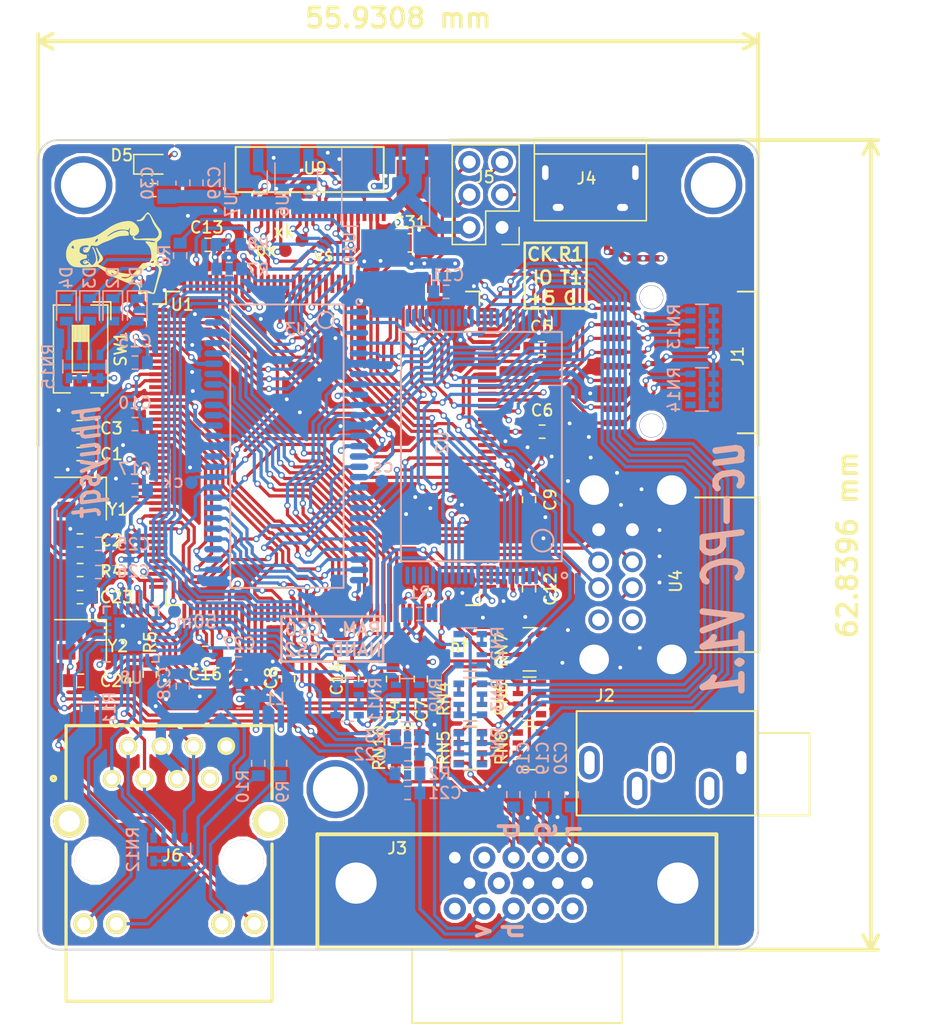
<source format=kicad_pcb>
(kicad_pcb (version 20211014) (generator pcbnew)
  (layers (0 "F.Cu" signal) (1 "In1.Cu" signal) (2 "In2.Cu" signal) (31 "B.Cu" signal) (34 "B.Paste" user) (35 "F.Paste" user) (36 "B.SilkS" user "B.Silkscreen") (37 "F.SilkS" user "F.Silkscreen") (38 "B.Mask" user) (39 "F.Mask" user) (44 "Edge.Cuts" user))
  (net 0 "")
  (net 1 "GND")
  (net 2 "Net-(C1-Pad2)")
  (net 3 "Net-(C2-Pad1)")
  (net 4 "Net-(C3-Pad1)")
  (net 5 "Net-(C4-Pad1)")
  (net 6 "Net-(C5-Pad1)")
  (net 7 "+3V3")
  (net 8 "/peripheral/VGA_B")
  (net 9 "/peripheral/VGA_G")
  (net 10 "/peripheral/VGA_R")
  (net 11 "Net-(C21-Pad1)")
  (net 12 "Net-(C22-Pad1)")
  (net 13 "Net-(C23-Pad1)")
  (net 14 "Net-(C24-Pad1)")
  (net 15 "Net-(C25-Pad2)")
  (net 16 "Net-(C27-Pad1)")
  (net 17 "+5V")
  (net 18 "SDIO_CMD")
  (net 19 "SDIO_CK")
  (net 20 "SD_CD")
  (net 21 "DAC1")
  (net 22 "DAC2")
  (net 23 "Net-(J3-Pad4)")
  (net 24 "Net-(J3-Pad9)")
  (net 25 "Net-(J3-Pad11)")
  (net 26 "Net-(J3-Pad12)")
  (net 27 "Net-(J3-Pad15)")
  (net 28 "Net-(J4-Pad2)")
  (net 29 "Net-(J4-Pad3)")
  (net 30 "Net-(J4-Pad4)")
  (net 31 "USART1_TX")
  (net 32 "USART1_RX")
  (net 33 "SWCLK")
  (net 34 "SWDIO")
  (net 35 "Net-(J6-Pad7)")
  (net 36 "Net-(J6-Pad9)")
  (net 37 "Net-(J6-Pad10)")
  (net 38 "Net-(J6-Pad11)")
  (net 39 "Net-(J6-Pad12)")
  (net 40 "Net-(R1-Pad1)")
  (net 41 "RGB_HSYNC")
  (net 42 "RGB_VSYNC")
  (net 43 "ETH_RST")
  (net 44 "Net-(R5-Pad2)")
  (net 45 "CAM_RST")
  (net 46 "I2C1_SDA")
  (net 47 "I2C1_SCK")
  (net 48 "RGB_G7")
  (net 49 "RGB_G6")
  (net 50 "Net-(RN1-Pad4)")
  (net 51 "Net-(RN1-Pad5)")
  (net 52 "RGB_G5")
  (net 53 "RGB_G4")
  (net 54 "Net-(RN2-Pad2)")
  (net 55 "Net-(RN2-Pad7)")
  (net 56 "Net-(RN2-Pad5)")
  (net 57 "RGB_G3")
  (net 58 "Net-(RN3-Pad2)")
  (net 59 "Net-(RN3-Pad7)")
  (net 60 "Net-(RN3-Pad5)")
  (net 61 "RGB_G2")
  (net 62 "Net-(RN4-Pad2)")
  (net 63 "Net-(RN4-Pad4)")
  (net 64 "Net-(RN4-Pad7)")
  (net 65 "Net-(RN4-Pad5)")
  (net 66 "Net-(RN5-Pad2)")
  (net 67 "Net-(RN5-Pad7)")
  (net 68 "Net-(RN5-Pad5)")
  (net 69 "Net-(RN6-Pad4)")
  (net 70 "Net-(RN6-Pad5)")
  (net 71 "Net-(RN7-Pad2)")
  (net 72 "Net-(RN7-Pad7)")
  (net 73 "Net-(RN7-Pad5)")
  (net 74 "Net-(RN8-Pad2)")
  (net 75 "Net-(RN8-Pad7)")
  (net 76 "Net-(RN8-Pad5)")
  (net 77 "RGB_B7")
  (net 78 "RGB_B6")
  (net 79 "Net-(RN9-Pad4)")
  (net 80 "Net-(RN9-Pad5)")
  (net 81 "RGB_B5")
  (net 82 "RGB_B4")
  (net 83 "Net-(RN10-Pad2)")
  (net 84 "Net-(RN10-Pad7)")
  (net 85 "Net-(RN10-Pad5)")
  (net 86 "RGB_B3")
  (net 87 "Net-(RN11-Pad2)")
  (net 88 "Net-(RN11-Pad7)")
  (net 89 "Net-(RN11-Pad5)")
  (net 90 "DCMI_D4")
  (net 91 "DCMI_D6")
  (net 92 "DCMI_D7")
  (net 93 "Net-(U1-Pad8)")
  (net 94 "Net-(U1-Pad9)")
  (net 95 "Net-(U1-Pad10)")
  (net 96 "Net-(U1-Pad13)")
  (net 97 "/stm32f429iit6/ADDR0")
  (net 98 "/stm32f429iit6/ADDR1")
  (net 99 "/stm32f429iit6/ADDR2")
  (net 100 "/stm32f429iit6/ADDR3")
  (net 101 "/stm32f429iit6/ADDR4")
  (net 102 "/stm32f429iit6/ADDR5")
  (net 103 "Net-(U1-Pad24)")
  (net 104 "Net-(U1-Pad25)")
  (net 105 "Net-(U1-Pad26)")
  (net 106 "Net-(U1-Pad27)")
  (net 107 "Net-(U1-Pad28)")
  (net 108 "/stm32f429iit6/PC0")
  (net 109 "RMII_MDC")
  (net 110 "/stm32f429iit6/PC2")
  (net 111 "/stm32f429iit6/PC3")
  (net 112 "Net-(U1-Pad40)")
  (net 113 "RMII_REFCLK")
  (net 114 "RMII_MDIO")
  (net 115 "Net-(U1-Pad44)")
  (net 116 "Net-(U1-Pad45)")
  (net 117 "Net-(U1-Pad46)")
  (net 118 "DCMI_PCLK")
  (net 119 "RMII_CRSDV")
  (net 120 "RMII_RX0")
  (net 121 "RMII_RX1")
  (net 122 "RGB_R3")
  (net 123 "RGB_R6")
  (net 124 "Net-(U1-Pad58)")
  (net 125 "/stm32f429iit6/PF11")
  (net 126 "/stm32f429iit6/ADDR6")
  (net 127 "/stm32f429iit6/ADDR7")
  (net 128 "/stm32f429iit6/ADDR8")
  (net 129 "/stm32f429iit6/ADDR9")
  (net 130 "/stm32f429iit6/ADDR10")
  (net 131 "/stm32f429iit6/ADDR11")
  (net 132 "/stm32f429iit6/DATA4")
  (net 133 "/stm32f429iit6/DATA5")
  (net 134 "/stm32f429iit6/DATA6")
  (net 135 "/stm32f429iit6/DATA7")
  (net 136 "/stm32f429iit6/DATA8")
  (net 137 "/stm32f429iit6/DATA9")
  (net 138 "/stm32f429iit6/DATA10")
  (net 139 "/stm32f429iit6/DATA11")
  (net 140 "/stm32f429iit6/DATA12")
  (net 141 "RMII_TXEN")
  (net 142 "Net-(U1-Pad83)")
  (net 143 "Net-(U1-Pad84)")
  (net 144 "DCMI_HREF")
  (net 145 "DCMI_D0")
  (net 146 "RGB_R4")
  (net 147 "RGB_R5")
  (net 148 "DCMI_D3")
  (net 149 "RMII_TX0")
  (net 150 "RMII_TX1")
  (net 151 "USB2_D-")
  (net 152 "USB2_D+")
  (net 153 "/stm32f429iit6/DATA13")
  (net 154 "/stm32f429iit6/DATA14")
  (net 155 "/stm32f429iit6/DATA15")
  (net 156 "/stm32f429iit6/NAND_CLE")
  (net 157 "/stm32f429iit6/NAND_ALE")
  (net 158 "Net-(U1-Pad101)")
  (net 159 "/stm32f429iit6/DATA0")
  (net 160 "/stm32f429iit6/DATA1")
  (net 161 "/stm32f429iit6/ADDR12")
  (net 162 "Net-(U1-Pad107)")
  (net 163 "/stm32f429iit6/BA0")
  (net 164 "/stm32f429iit6/BA1")
  (net 165 "RGB_R7")
  (net 166 "Net-(U1-Pad111)")
  (net 167 "/stm32f429iit6/PG8")
  (net 168 "Net-(U1-Pad115)")
  (net 169 "DCMI_D1")
  (net 170 "SDIO_D0")
  (net 171 "SDIO_D1")
  (net 172 "CAM_XCLK")
  (net 173 "USB1_D-")
  (net 174 "USB1_D+")
  (net 175 "Net-(U1-Pad134)")
  (net 176 "Net-(U1-Pad138)")
  (net 177 "SDIO_D2")
  (net 178 "SDIO_D3")
  (net 179 "/stm32f429iit6/DATA2")
  (net 180 "/stm32f429iit6/DATA3")
  (net 181 "DCMI_D5")
  (net 182 "/stm32f429iit6/NAND_RD")
  (net 183 "/stm32f429iit6/NAND_WE")
  (net 184 "/stm32f429iit6/NAND_BUSY")
  (net 185 "/stm32f429iit6/NAND_CS")
  (net 186 "DCMI_VSYNC")
  (net 187 "DCMI_D2")
  (net 188 "/stm32f429iit6/PG15")
  (net 189 "Net-(U1-Pad161)")
  (net 190 "Net-(U1-Pad162)")
  (net 191 "Net-(U1-Pad163)")
  (net 192 "/stm32f429iit6/PE0")
  (net 193 "/stm32f429iit6/PE1")
  (net 194 "+2V8")
  (net 195 "+1V35")
  (net 196 "Net-(U8-Pad10)")
  (net 197 "Net-(U9-Pad1)")
  (net 198 "Net-(U9-Pad23)")
  (net 199 "Net-(U9-Pad24)")
  (net 200 "Net-(RN14-Pad5)")
  (net 201 "Net-(RN14-Pad6)")
  (net 202 "/stm32f429iit6/LED1")
  (net 203 "Net-(D1-Pad2)")
  (net 204 "/stm32f429iit6/LED2")
  (net 205 "Net-(D2-Pad2)")
  (net 206 "/stm32f429iit6/LED3")
  (net 207 "Net-(D3-Pad2)")
  (net 208 "/stm32f429iit6/LED4")
  (net 209 "Net-(D4-Pad2)")
  (net 210 "Net-(D5-Pad1)")
  (net 211 "/peripheral/ETHTX_P")
  (net 212 "/peripheral/ETHTX_N")
  (net 213 "/peripheral/ETHRX_P")
  (net 214 "/peripheral/ETHRX_N")
  (net 215 "Net-(U1-Pad7)")
  (net 216 "CAM_PWDN")
  (net 217 "/stm32f429iit6/PG9")
  (net 218 "Net-(U1-Pad173)")
  (footprint "tmp:TF_CARD_SMALL" (layer "F.Cu") (at 90.0424 85.5832 90)
    (fp_text reference "J1")
    (fp_text value "Micro_SD_Card_Det")
  )
  (footprint "tmp:USB_Micro-B" (layer "F.Cu") (at 88.1 75.2 180)
    (fp_text reference "J4")
    (fp_text value "POWER")
  )
  (footprint "tmp:HR911105A_1" (layer "F.Cu") (at 55.372 124.206 180)
    (fp_text reference "J6")
    (fp_text value "RJ45_LEDS" hide)
  )
  (footprint "tmp:LQFP-176_24x24mm_Pitch0.5mm" (layer "F.Cu") (at 67.31 95.25)
    (fp_text reference "U1")
    (fp_text value "STM32F429IITx")
  )
  (footprint "tmp:FPC-24-0.5-pitch" (layer "F.Cu") (at 72.0508 76.8604 180)
    (fp_text reference "U9")
    (fp_text value "OV2640")
  )
  (footprint "tmp:USB_DOUBLE" (layer "F.Cu") (at 88.7438 105.0638 90)
    (fp_text reference "U4")
    (fp_text value "USB_MULTI")
  )
  (footprint "tmp:PJ215-3.5MM-AUDIO" (layer "F.Cu") (at 99.82962 119.64924 180)
    (fp_text reference "J2")
    (fp_text value "Audio-Jack-4")
  )
  (footprint "tmp:VGA-15-3.96" (layer "F.Cu") (at 94.8938 129 180)
    (fp_text reference "J3")
    (fp_text value "DISPLAY")
  )
  (footprint "Capacitor_SMD:C_0603_1608Metric_Pad0.84x1.00mm_HandSolder" (layer "F.Cu") (at 48.4375 95.7)
    (fp_text reference "C1")
    (fp_text value "22p")
  )
  (footprint "Capacitor_SMD:C_0603_1608Metric_Pad0.84x1.00mm_HandSolder" (layer "F.Cu") (at 48.4625 102.4 180)
    (fp_text reference "C2")
    (fp_text value "22p")
  )
  (footprint "Capacitor_SMD:C_0603_1608Metric_Pad0.84x1.00mm_HandSolder" (layer "F.Cu") (at 48.4375 93.6 180)
    (fp_text reference "C3")
    (fp_text value "104")
  )
  (footprint "Capacitor_SMD:C_0603_1608Metric_Pad0.84x1.00mm_HandSolder" (layer "F.Cu") (at 72.771 113.157 -90)
    (fp_text reference "C4")
    (fp_text value "2.2u")
  )
  (footprint "Capacitor_SMD:C_0603_1608Metric_Pad0.84x1.00mm_HandSolder" (layer "F.Cu") (at 84.2874 87.4776)
    (fp_text reference "C5")
    (fp_text value "2.2u")
  )
  (footprint "Capacitor_SMD:C_0603_1608Metric_Pad0.84x1.00mm_HandSolder" (layer "F.Cu") (at 84.3534 93.9546)
    (fp_text reference "C6")
    (fp_text value "104")
  )
  (footprint "Capacitor_SMD:C_0603_1608Metric_Pad0.84x1.00mm_HandSolder" (layer "F.Cu") (at 74.93 113.157 -90)
    (fp_text reference "C7")
    (fp_text value "104")
  )
  (footprint "Capacitor_SMD:C_0603_1608Metric_Pad0.84x1.00mm_HandSolder" (layer "F.Cu") (at 64.6176 113.1468 -90)
    (fp_text reference "C8")
    (fp_text value "104")
  )
  (footprint "Capacitor_SMD:C_0603_1608Metric_Pad0.84x1.00mm_HandSolder" (layer "F.Cu") (at 83.3374 99.2378 -90)
    (fp_text reference "C9")
    (fp_text value "104")
  )
  (footprint "Capacitor_SMD:C_0603_1608Metric_Pad0.84x1.00mm_HandSolder" (layer "F.Cu") (at 83.3374 106.172 -90)
    (fp_text reference "C12")
    (fp_text value "104")
  )
  (footprint "Capacitor_SMD:C_0603_1608Metric_Pad0.84x1.00mm_HandSolder" (layer "F.Cu") (at 58.3946 79.4512 180)
    (fp_text reference "C13")
    (fp_text value "104")
  )
  (footprint "Capacitor_SMD:C_0603_1608Metric_Pad0.84x1.00mm_HandSolder" (layer "F.Cu") (at 69.596 113.1316 -90)
    (fp_text reference "C14")
    (fp_text value "104")
  )
  (footprint "Capacitor_SMD:C_0603_1608Metric_Pad0.84x1.00mm_HandSolder" (layer "F.Cu") (at 58.1914 111.125 180)
    (fp_text reference "C16")
    (fp_text value "104")
  )
  (footprint "Capacitor_SMD:C_0603_1608Metric_Pad0.84x1.00mm_HandSolder" (layer "F.Cu") (at 48.4625 106.8 180)
    (fp_text reference "C23")
    (fp_text value "12P")
  )
  (footprint "Capacitor_SMD:C_0603_1608Metric_Pad0.84x1.00mm_HandSolder" (layer "F.Cu") (at 48.514 113.284)
    (fp_text reference "C24")
    (fp_text value "12P")
  )
  (footprint "Capacitor_SMD:C_0805_2012Metric_Pad1.15x1.50mm_HandSolder" (layer "F.Cu") (at 74.1 79.3)
    (fp_text reference "C31")
    (fp_text value "10u")
  )
  (footprint "Diode_SMD:D_0603_1608Metric_Pad0.67x1.00mm_HandSolder" (layer "F.Cu") (at 54.1 73.2)
    (fp_text reference "D5")
    (fp_text value "LED_POWER")
  )
  (footprint "Connector_PinHeader_2.54mm:PinHeader_2x03_P2.54mm_Vertical" (layer "F.Cu") (at 81.24 78.1 180)
    (fp_text reference "J5")
    (fp_text value "DEBUG")
  )
  (footprint "tmp:testpoint" (layer "F.Cu") (at 64.4 79.9)
    (fp_text reference "J10" hide)
    (fp_text value "pck")
  )
  (footprint "tmp:testpoint" (layer "F.Cu") (at 76.4 110.6)
    (fp_text reference "J11" hide)
    (fp_text value "hs")
  )
  (footprint "tmp:testpoint" (layer "F.Cu") (at 67.5 79.3)
    (fp_text reference "J12" hide)
    (fp_text value "vs")
  )
  (footprint "tmp:testpoint" (layer "F.Cu") (at 65.7 79.1)
    (fp_text reference "J13" hide)
    (fp_text value "xck")
  )
  (footprint "Resistor_SMD:R_0603_1608Metric_Pad0.84x1.00mm_HandSolder" (layer "F.Cu") (at 48.4625 104.7 180)
    (fp_text reference "R4")
    (fp_text value "10K")
  )
  (footprint "Resistor_SMD:R_0603_1608Metric_Pad0.84x1.00mm_HandSolder" (layer "F.Cu") (at 53.8734 112.8014 90)
    (fp_text reference "R5")
    (fp_text value "12.1k")
  )
  (footprint "Resistor_SMD:R_0603_1608Metric_Pad0.84x1.00mm_HandSolder" (layer "F.Cu") (at 54.1375 75.2)
    (fp_text reference "R12" hide)
    (fp_text value "10K")
  )
  (footprint "Resistor_SMD:R_Array_Convex_4x0603" (layer "F.Cu") (at 78.7908 114.7318 180)
    (fp_text reference "RN4")
    (fp_text value "2K")
  )
  (footprint "Resistor_SMD:R_Array_Convex_4x0603" (layer "F.Cu") (at 78.7908 118.491)
    (fp_text reference "RN5")
    (fp_text value "2K")
  )
  (footprint "Resistor_SMD:R_Array_Convex_4x0603" (layer "F.Cu") (at 83.3738 114.6872)
    (fp_text reference "RN6")
    (fp_text value "1K")
  )
  (footprint "Resistor_SMD:R_Array_Convex_4x0603" (layer "F.Cu") (at 83.3772 110.8518)
    (fp_text reference "RN7")
    (fp_text value "2K")
  )
  (footprint "Resistor_SMD:R_Array_Convex_4x0603" (layer "F.Cu") (at 83.3628 118.5164)
    (fp_text reference "RN8")
    (fp_text value "2K")
  )
  (footprint "Resistor_SMD:R_Array_Convex_4x0603" (layer "F.Cu") (at 73.903 118.51)
    (fp_text reference "RN10")
    (fp_text value "2K")
  )
  (footprint "Button_Switch_SMD:SW_DIP_SPSTx01_Slide_6.7x4.1mm_W6.73mm_P2.54mm_LowProfile_JPin" (layer "F.Cu") (at 48.5 87.535 -90)
    (fp_text reference "SW1")
    (fp_text value "RST")
  )
  (footprint "Crystal:Crystal_SMD_3225-4Pin_3.2x2.5mm" (layer "F.Cu") (at 48.5 99.15 180)
    (fp_text reference "Y1")
    (fp_text value "25M")
  )
  (footprint "Crystal:Crystal_SMD_3225-4Pin_3.2x2.5mm" (layer "F.Cu") (at 48.5 110.2 180)
    (fp_text reference "Y2")
    (fp_text value "25M_ETH")
  )
  (footprint "tmp:mount-hole-m3" (layer "F.Cu") (at 48.712 74.8232)
    (fp_text reference "REF**" hide)
    (fp_text value "mount-hole-m3")
  )
  (footprint "tmp:mount-hole-m3" (layer "F.Cu") (at 97.6428 74.8232)
    (fp_text reference "REF**" hide)
    (fp_text value "mount-hole-m3")
  )
  (footprint "tmp:mount-hole-m3" (layer "F.Cu") (at 68.29 121.7)
    (fp_text reference "REF**" hide)
    (fp_text value "mount-hole-m3")
  )
  (footprint "tmp:tux" (layer "F.Cu") (at 51.1 80.1 90)
    (fp_text reference "G***" hide)
    (fp_text value "LOGO" hide)
  )
  (footprint "tmp:TSSOP48" (layer "B.Cu") (at 85.3868 105.1154 90)
    (fp_text reference "U2")
    (fp_text value "NAND_flash")
  )
  (footprint "tmp:TSOP-54-0.8-pitch" (layer "B.Cu") (at 70.1294 84.6836 180)
    (fp_text reference "U3")
    (fp_text value "K4S511632C")
  )
  (footprint "Capacitor_SMD:C_0603_1608Metric_Pad0.84x1.00mm_HandSolder" (layer "B.Cu") (at 52.7304 93.3704 180)
    (fp_text reference "C10")
    (fp_text value "104")
  )
  (footprint "Capacitor_SMD:C_0603_1608Metric_Pad0.84x1.00mm_HandSolder" (layer "B.Cu") (at 76.9 83.1)
    (fp_text reference "C11")
    (fp_text value "104")
  )
  (footprint "Capacitor_SMD:C_0603_1608Metric_Pad0.84x1.00mm_HandSolder" (layer "B.Cu") (at 52.7304 88.5952 180)
    (fp_text reference "C15")
    (fp_text value "104")
  )
  (footprint "Capacitor_SMD:C_0603_1608Metric_Pad0.84x1.00mm_HandSolder" (layer "B.Cu") (at 52.7304 98.5012 180)
    (fp_text reference "C17")
    (fp_text value "104")
  )
  (footprint "Capacitor_SMD:C_0603_1608Metric_Pad0.84x1.00mm_HandSolder" (layer "B.Cu") (at 82.1182 122.1232 90)
    (fp_text reference "C18")
    (fp_text value "5p")
  )
  (footprint "Capacitor_SMD:C_0603_1608Metric_Pad0.84x1.00mm_HandSolder" (layer "B.Cu") (at 84.3534 122.1232 90)
    (fp_text reference "C19")
    (fp_text value "5p")
  )
  (footprint "Capacitor_SMD:C_0603_1608Metric_Pad0.84x1.00mm_HandSolder" (layer "B.Cu") (at 86.6394 122.1232 90)
    (fp_text reference "C20")
    (fp_text value "5p")
  )
  (footprint "Capacitor_SMD:C_0603_1608Metric_Pad0.84x1.00mm_HandSolder" (layer "B.Cu") (at 73.9 122 180)
    (fp_text reference "C21")
    (fp_text value "5p")
  )
  (footprint "Capacitor_SMD:C_0603_1608Metric_Pad0.84x1.00mm_HandSolder" (layer "B.Cu") (at 73.9 119 180)
    (fp_text reference "C22")
    (fp_text value "5p")
  )
  (footprint "Capacitor_SMD:C_0603_1608Metric_Pad0.84x1.00mm_HandSolder" (layer "B.Cu") (at 49.8856 102.6668)
    (fp_text reference "C25")
    (fp_text value "1u")
  )
  (footprint "Capacitor_SMD:C_0603_1608Metric_Pad0.84x1.00mm_HandSolder" (layer "B.Cu") (at 49.8856 104.8512)
    (fp_text reference "C26")
    (fp_text value "470p")
  )
  (footprint "Capacitor_SMD:C_0603_1608Metric_Pad0.84x1.00mm_HandSolder" (layer "B.Cu") (at 60.7822 111.9378)
    (fp_text reference "C27")
    (fp_text value "10u")
  )
  (footprint "Capacitor_SMD:C_0603_1608Metric_Pad0.84x1.00mm_HandSolder" (layer "B.Cu") (at 56.4388 113.7158 -90)
    (fp_text reference "C28")
    (fp_text value "104")
  )
  (footprint "Capacitor_SMD:C_0603_1608Metric_Pad0.84x1.00mm_HandSolder" (layer "B.Cu") (at 57.5 74.6375 90)
    (fp_text reference "C29")
    (fp_text value "104")
  )
  (footprint "Capacitor_SMD:C_0805_2012Metric_Pad1.15x1.50mm_HandSolder" (layer "B.Cu") (at 55.2 74.6575 90)
    (fp_text reference "C30")
    (fp_text value "10u")
  )
  (footprint "Diode_SMD:D_0603_1608Metric_Pad0.67x1.00mm_HandSolder" (layer "B.Cu") (at 52.9 84.5 -90)
    (fp_text reference "D1")
    (fp_text value "LED1")
  )
  (footprint "Diode_SMD:D_0603_1608Metric_Pad0.67x1.00mm_HandSolder" (layer "B.Cu") (at 51 84.5 -90)
    (fp_text reference "D2")
    (fp_text value "LED2")
  )
  (footprint "Diode_SMD:D_0603_1608Metric_Pad0.67x1.00mm_HandSolder" (layer "B.Cu") (at 49.2 84.5 -90)
    (fp_text reference "D3")
    (fp_text value "LED3")
  )
  (footprint "Diode_SMD:D_0603_1608Metric_Pad0.67x1.00mm_HandSolder" (layer "B.Cu") (at 47.4 84.5 -90)
    (fp_text reference "D4")
    (fp_text value "LED4")
  )
  (footprint "tmp:testpoint" (layer "B.Cu") (at 57.1 97.9)
    (fp_text reference "J7" hide)
    (fp_text value "ck")
  )
  (footprint "tmp:testpoint" (layer "B.Cu") (at 71.9 97.8)
    (fp_text reference "J8" hide)
    (fp_text value "cs")
  )
  (footprint "tmp:testpoint" (layer "B.Cu") (at 55.8 107.9)
    (fp_text reference "J9" hide)
    (fp_text value "50M")
  )
  (footprint "Inductor_SMD:L_0805_2012Metric_Pad1.15x1.50mm_HandSolder" (layer "B.Cu") (at 60.7822 114.7064)
    (fp_text reference "L1")
    (fp_text value "10uH")
  )
  (footprint "Resistor_SMD:R_0603_1608Metric_Pad0.84x1.00mm_HandSolder" (layer "B.Cu") (at 74.8284 108.1024 180)
    (fp_text reference "R1")
    (fp_text value "10K")
  )
  (footprint "Resistor_SMD:R_0603_1608Metric_Pad0.84x1.00mm_HandSolder" (layer "B.Cu") (at 73.9 120.5)
    (fp_text reference "R2")
    (fp_text value "22")
  )
  (footprint "Resistor_SMD:R_0603_1608Metric_Pad0.84x1.00mm_HandSolder" (layer "B.Cu") (at 73.9 117.6)
    (fp_text reference "R3")
    (fp_text value "22")
  )
  (footprint "Resistor_SMD:R_0603_1608Metric_Pad0.84x1.00mm_HandSolder" (layer "B.Cu") (at 56.2356 80.2894 90)
    (fp_text reference "R6")
    (fp_text value "10K")
  )
  (footprint "Resistor_SMD:R_0603_1608Metric_Pad0.84x1.00mm_HandSolder" (layer "B.Cu") (at 60.0456 81.3308)
    (fp_text reference "R7")
    (fp_text value "1K5")
  )
  (footprint "Resistor_SMD:R_0603_1608Metric_Pad0.84x1.00mm_HandSolder" (layer "B.Cu") (at 59.9694 79.4258)
    (fp_text reference "R8")
    (fp_text value "1K5")
  )
  (footprint "Resistor_SMD:R_0603_1608Metric_Pad0.84x1.00mm_HandSolder" (layer "B.Cu") (at 64 119.7 -90)
    (fp_text reference "R9")
    (fp_text value "330")
  )
  (footprint "Resistor_SMD:R_0603_1608Metric_Pad0.84x1.00mm_HandSolder" (layer "B.Cu") (at 62.3 119.7 -90)
    (fp_text reference "R10")
    (fp_text value "330")
  )
  (footprint "Resistor_SMD:R_0603_1608Metric_Pad0.84x1.00mm_HandSolder" (layer "B.Cu") (at 49.0982 115.443 90)
    (fp_text reference "R11")
    (fp_text value "10K")
  )
  (footprint "Resistor_SMD:R_Array_Convex_4x0603" (layer "B.Cu") (at 78.7654 118.5672 180)
    (fp_text reference "RN1")
    (fp_text value "1K")
  )
  (footprint "Resistor_SMD:R_Array_Convex_4x0603" (layer "B.Cu") (at 78.7654 110.871)
    (fp_text reference "RN2")
    (fp_text value "2K")
  )
  (footprint "Resistor_SMD:R_Array_Convex_4x0603" (layer "B.Cu") (at 78.7654 114.7318 180)
    (fp_text reference "RN3")
    (fp_text value "2K")
  )
  (footprint "Resistor_SMD:R_Array_Convex_4x0603" (layer "B.Cu") (at 73.9 114.8)
    (fp_text reference "RN9")
    (fp_text value "1K")
  )
  (footprint "Resistor_SMD:R_Array_Convex_4x0603" (layer "B.Cu") (at 69.204 114.7634 180)
    (fp_text reference "RN11")
    (fp_text value "2K")
  )
  (footprint "Resistor_SMD:R_Array_Convex_4x0603" (layer "B.Cu") (at 55.372 126.3904 -90)
    (fp_text reference "RN12")
    (fp_text value "49.9")
  )
  (footprint "Resistor_SMD:R_Array_Convex_4x0603" (layer "B.Cu") (at 96.774 85.7504)
    (fp_text reference "RN13")
    (fp_text value "10k")
  )
  (footprint "Resistor_SMD:R_Array_Convex_4x0603" (layer "B.Cu") (at 96.774 90.678 180)
    (fp_text reference "RN14")
    (fp_text value "10k")
  )
  (footprint "Resistor_SMD:R_Array_Convex_4x0603" (layer "B.Cu") (at 48.8 88.9 -90)
    (fp_text reference "RN15")
    (fp_text value "R_Pack04")
  )
  (footprint "Package_TO_SOT_SMD:SC-59_Handsoldering" (layer "B.Cu") (at 65.25 74.55 -90)
    (fp_text reference "U6")
    (fp_text value "2V8")
  )
  (footprint "Package_TO_SOT_SMD:SC-59_Handsoldering" (layer "B.Cu") (at 61.35 74.55 -90)
    (fp_text reference "U7")
    (fp_text value "1V3")
  )
  (footprint "Package_DFN_QFN:QFN-24-1EP_4x4mm_P0.5mm_EP2.6x2.6mm" (layer "B.Cu") (at 52.4256 109.6772)
    (fp_text reference "U8")
    (fp_text value "LAN8720A")
  )
  (footprint "Package_TO_SOT_SMD:SOT-223-3_TabPin2" (layer "B.Cu") (at 72.2 76.1 -90)
    (fp_text reference "U10")
    (fp_text value "AP1117-33")
  )
  (gr_line (start 64.1 108.3) (end 72 108.3) (layer "B.SilkS") (width 0.2))
  (gr_line (start 72 108.3) (end 72 111.8) (layer "B.SilkS") (width 0.2))
  (gr_line (start 72 111.8) (end 64.1 111.8) (layer "B.SilkS") (width 0.2))
  (gr_line (start 64.1 111.8) (end 64.1 108.3) (layer "B.SilkS") (width 0.2))
  (gr_line (start 87.8 79.3) (end 87.8 84.4) (layer "F.SilkS") (width 0.2))
  (gr_line (start 83 79.3) (end 87.8 79.3) (layer "F.SilkS") (width 0.2))
  (gr_line (start 87.8 84.4) (end 83 84.4) (layer "F.SilkS") (width 0.2))
  (gr_line (start 83 84.4) (end 83 79.3) (layer "F.SilkS") (width 0.2))
  (gr_line (start 101.1428 72.8472) (end 101.1428 132.6388) (layer "Edge.Cuts") (width 0.15))
  (gr_arc (start 46.736 134.1628) (mid 45.658369 133.716431) (end 45.212 132.6388) (layer "Edge.Cuts") (width 0.15))
  (gr_line (start 99.6188 134.1628) (end 46.736 134.1628) (layer "Edge.Cuts") (width 0.15))
  (gr_arc (start 99.6188 71.3232) (mid 100.696431 71.769569) (end 101.1428 72.8472) (layer "Edge.Cuts") (width 0.15))
  (gr_arc (start 45.212 72.8472) (mid 45.658369 71.769569) (end 46.736 71.3232) (layer "Edge.Cuts") (width 0.15))
  (gr_line (start 99.6188 71.3232) (end 46.736 71.3232) (layer "Edge.Cuts") (width 0.15))
  (gr_line (start 45.212 132.6388) (end 45.212 72.8472) (layer "Edge.Cuts") (width 0.15))
  (gr_arc (start 101.1428 132.6388) (mid 100.696431 133.716431) (end 99.6188 134.1628) (layer "Edge.Cuts") (width 0.15))
  (gr_text "RAM  CS0\nNAND CS2" (at 68.1 110.1) (layer "B.SilkS") (effects (font (size 1 1) (thickness 0.18)) (justify mirror)))
  (gr_text "h" (at 82.1 132.72516 90) (layer "B.SilkS") (effects (font (size 1.5 1.5) (thickness 0.3)) (justify mirror)))
  (gr_text "50m" (at 57.5 108.7) (layer "B.SilkS") (effects (font (size 1 1) (thickness 0.16)) (justify mirror)))
  (gr_text "hhuysqt" (at 49.00676 96.1898 90) (layer "B.SilkS") (effects (font (size 2 1.5) (thickness 0.3) italic) (justify mirror)))
  (gr_text "b\ng\nr" (at 84.2 124.9 90) (layer "B.SilkS") (effects (font (size 1.5 1.5) (thickness 0.3)) (justify mirror)))
  (gr_text "v" (at 79.6 132.72262 90) (layer "B.SilkS") (effects (font (size 1.5 1.5) (thickness 0.3)) (justify mirror)))
  (gr_text "uc-PC V1.1" (at 98.46818 104.5718 90) (layer "B.SilkS") (effects (font (size 3 2.2) (thickness 0.5) italic) (justify mirror)))
  (gr_text "cs" (at 72 96.6) (layer "B.SilkS") (effects (font (size 1 1) (thickness 0.16)) (justify mirror)))
  (gr_text "ck" (at 55.7 97.8) (layer "B.SilkS") (effects (font (size 1 1)) (justify mirror)))
  (gr_text "IO" (at 84.4 82) (layer "F.SilkS") (effects (font (size 1 1) (thickness 0.2))))
  (gr_text "G" (at 86.5 83.6) (layer "F.SilkS") (effects (font (size 1 1) (thickness 0.2))))
  (gr_text "T1" (at 86.6 82) (layer "F.SilkS") (effects (font (size 1 1) (thickness 0.2))))
  (gr_text "+5" (at 84.3 83.6) (layer "F.SilkS") (effects (font (size 1 1) (thickness 0.2))))
  (gr_text "xk" (at 64.3 78.4) (layer "F.SilkS") (effects (font (size 1 1) (thickness 0.16))))
  (gr_text "CK" (at 84.2 80.2) (layer "F.SilkS") (effects (font (size 1 1) (thickness 0.2))))
  (gr_text "hf" (at 77.9 110.6) (layer "F.SilkS") (effects (font (size 1 1) (thickness 0.16))))
  (gr_text "vs" (at 67.4 80.2) (layer "F.SilkS") (effects (font (size 1 1) (thickness 0.16))))
  (gr_text "pk" (at 62.9 79.8) (layer "F.SilkS") (effects (font (size 1 1) (thickness 0.16))))
  (gr_text "R1" (at 86.6 80.2) (layer "F.SilkS") (effects (font (size 1 1) (thickness 0.2))))
  (dimension (type aligned) (layer "F.SilkS") (pts (xy 77.216 134.1628) (xy 77.216 71.3232)) (height 32.6644) (gr_text "62.8396 mm" (at 108.0804 102.743 90) (layer "F.SilkS") (effects (font (size 1.5 1.5) (thickness 0.3)))) (format (units 2) (units_format 1) (precision 4)) (style (thickness 0.3) (arrow_length 1.27) (text_position_mode 0) (extension_height 0.58642) (extension_offset 0) keep_text_aligned))
  (dimension (type aligned) (layer "F.SilkS") (pts (xy 101.1428 94.996) (xy 45.212 94.996)) (height 31.3436) (gr_text "55.9308 mm" (at 73.1774 61.8524) (layer "F.SilkS") (effects (font (size 1.5 1.5) (thickness 0.3)))) (format (units 2) (units_format 1) (precision 4)) (style (thickness 0.3) (arrow_length 1.27) (text_position_mode 0) (extension_height 0.58642) (extension_offset 0) keep_text_aligned))
  (segment (start 69.56 108.84) (end 69.56 107.87) (width 0.25) (layer "F.Cu") (net 1))
  (segment (start 57.0185 91) (end 57.21604 90.80246) (width 0.25) (layer "F.Cu") (net 1))
  (segment (start 78.022267 99.63658) (end 78.11516 99.63658) (width 0.25) (layer "F.Cu") (net 1))
  (segment (start 55.617793 95) (end 52.153553 95) (width 0.25) (layer "F.Cu") (net 1))
  (segment (start 90.05316 111.89716) (end 86.281753 111.89716) (width 0.25) (layer "F.Cu") (net 1))
  (segment (start 84.582 107.061) (end 86.35238 108.83138) (width 0.25) (layer "F.Cu") (net 1))
  (segment (start 77.06 85.88396) (end 78.00848 86.83244) (width 0.25) (layer "F.Cu") (net 1))
  (segment (start 89.31402 97.155) (end 88.375299 96.216279) (width 0.25) (layer "F.Cu") (net 1))
  (segment (start 58.9661 76.79182) (end 58.55716 77.20076) (width 0.25) (layer "F.Cu") (net 1))
  (segment (start 81.4 87.5) (end 82.6 86.3) (width 0.25) (layer "F.Cu") (net 1))
  (segment (start 59.692047 105.3084) (end 58.06 106.940447) (width 0.25) (layer "F.Cu") (net 1))
  (segment (start 75.6666 99.8982) (end 75.3618 99.8982) (width 0.25) (layer "F.Cu") (net 1))
  (segment (start 57.193673 77.20076) (end 56.84012 77.20076) (width 0.25) (layer "F.Cu") (net 1))
  (segment (start 75.1425 78.6425) (end 74.8 78.3) (width 0.25) (layer "F.Cu") (net 1))
  (segment (start 85.5472 123.8758) (end 86.28888 123.13412) (width 0.25) (layer "F.Cu") (net 1))
  (segment (start 84.357401 100.344161) (end 84.6074 100.59416) (width 0.25) (layer "F.Cu") (net 1))
  (segment (start 86.28888 123.13412) (end 86.28888 122.376741) (width 0.25) (layer "F.Cu") (net 1))
  (segment (start 58.06 106.940447) (end 58.06 107.06) (width 0.25) (layer "F.Cu") (net 1))
  (segment (start 79.05242 83.015313) (end 78.303613 83.76412) (width 0.25) (layer "F.Cu") (net 1))
  (segment (start 79.93 99.5) (end 78.25174 99.5) (width 0.25) (layer "F.Cu") (net 1))
  (segment (start 78.1558 106.4768) (end 78.1558 106.123247) (width 0.25) (layer "F.Cu") (net 1))
  (segment (start 56.664947 91) (end 51.8205 91) (width 0.25) (layer "F.Cu") (net 1))
  (segment (start 63.026599 113.130799) (end 63.026599 112.198801) (width 0.25) (layer "F.Cu") (net 1))
  (segment (start 58.06 109.456552) (end 58.27572 109.672272) (width 0.25) (layer "F.Cu") (net 1))
  (segment (start 86.92896 93.31452) (end 87.730521 94.116081) (width 0.25) (layer "F.Cu") (net 1))
  (segment (start 64.6176 114.0968) (end 63.9926 114.0968) (width 0.25) (layer "F.Cu") (net 1))
  (segment (start 77.922246 99.736601) (end 78.022267 99.63658) (width 0.25) (layer "F.Cu") (net 1))
  (segment (start 58.06 107.06) (end 58.06 107.87) (width 0.25) (layer "F.Cu") (net 1))
  (segment (start 86.49208 93.31452) (end 86.92896 93.31452) (width 0.25) (layer "F.Cu") (net 1))
  (segment (start 65.03162 84.16939) (end 65.03162 85.8139) (width 0.25) (layer "F.Cu") (net 1))
  (segment (start 82.1792 100.1878) (end 83.3374 100.1878) (width 0.25) (layer "F.Cu") (net 1))
  (segment (start 63.173801 112.051599) (end 63.4238 111.8016) (width 0.25) (layer "F.Cu") (net 1))
  (segment (start 77.761607 99.63658) (end 78.11516 99.63658) (width 0.25) (layer "F.Cu") (net 1))
  (segment (start 81 105.5) (end 81.3562 105.8562) (width 0.25) (layer "F.Cu") (net 1))
  (segment (start 79.93 87.5) (end 81.4 87.5) (width 0.3) (layer "F.Cu") (net 1))
  (segment (start 47.475 96.875) (end 47.5 96.9) (width 0.25) (layer "F.Cu") (net 1))
  (segment (start 71.1941 114.0941) (end 71.2 114.1) (width 0.25) (layer "F.Cu") (net 1))
  (segment (start 52.153553 95) (end 51.8 95) (width 0.25) (layer "F.Cu") (net 1))
  (segment (start 85.8266 92.64904) (end 86.242081 93.064521) (width 0.25) (layer "F.Cu") (net 1))
  (segment (start 78.779047 105.5) (end 79.12 105.5) (width 0.25) (layer "F.Cu") (net 1))
  (segment (start 84.70138 92.64904) (end 85.8266 92.64904) (width 0.25) (layer "F.Cu") (net 1))
  (segment (start 54.54 91) (end 57.0185 91) (width 0.25) (layer "F.Cu") (net 1))
  (segment (start 69.053 109.347) (end 69.56 108.84) (width 0.25) (layer "F.Cu") (net 1))
  (segment (start 63.026599 112.198801) (end 63.173801 112.051599) (width 0.25) (layer "F.Cu") (net 1))
  (segment (start 50.2 100) (end 50.7 99.5) (width 0.25) (layer "F.Cu") (net 1))
  (segment (start 90.0424 91.0832) (end 88.1876 91.0832) (width 0.25) (layer "F.Cu") (net 1))
  (segment (start 65.9112 75) (end 66.2 75) (width 0.25) (layer "F.Cu") (net 1))
  (segment (start 64.732979 86.112541) (end 64.48298 86.36254) (width 0.25) (layer "F.Cu") (net 1))
  (segment (start 64.516 91.44) (end 65.532 92.456) (width 0.25) (layer "F.Cu") (net 1))
  (segment (start 68.7578 109.347) (end 69.053 109.347) (width 0.25) (layer "F.Cu") (net 1))
  (segment (start 78.25174 99.5) (end 78.11516 99.63658) (width 0.25) (layer "F.Cu") (net 1))
  (segment (start 60.4418 80.4418) (end 60.0202 80.4418) (width 0.25) (layer "F.Cu") (net 1))
  (segment (start 58.55716 77.20076) (end 57.193673 77.20076) (width 0.25) (layer "F.Cu") (net 1))
  (segment (start 51.8 92.7) (end 50.2 91.1) (width 0.25) (layer "F.Cu") (net 1))
  (segment (start 78.1558 106.4768) (end 79.1326 105.5) (width 0.25) (layer "F.Cu") (net 1))
  (segment (start 71.5508 77.8604) (end 71.5508 76.8604) (width 0.25) (layer "F.Cu") (net 1))
  (segment (start 90.424 112.268) (end 90.05316 111.89716) (width 0.25) (layer "F.Cu") (net 1))
  (segment (start 65.56 82.63) (end 65.56 83.64101) (width 0.25) (layer "F.Cu") (net 1))
  (segment (start 54.54 95) (end 55.617793 95) (width 0.25) (layer "F.Cu") (net 1))
  (segment (start 70.56 81.566158) (end 71.224996 80.901162) (width 0.25) (layer "F.Cu") (net 1))
  (segment (start 89.643799 99.743799) (end 90.377741 99.743799) (width 0.25) (layer "F.Cu") (net 1))
  (segment (start 47.5 102.4) (end 47.5 101.7) (width 0.25) (layer "F.Cu") (net 1))
  (segment (start 57.090119 77.450759) (end 56.84012 77.20076) (width 0.25) (layer "F.Cu") (net 1))
  (segment (start 80.0735 108.3945) (end 79.75092 108.3945) (width 0.25) (layer "F.Cu") (net 1))
  (segment (start 73.9 113.0895) (end 73.9 112.2) (width 0.25) (layer "F.Cu") (net 1))
  (segment (start 58.27572 109.672272) (end 58.27572 110.31568) (width 0.25) (layer "F.Cu") (net 1))
  (segment (start 77.38412 83.76412) (end 77.06 83.44) (width 0.25) (layer "F.Cu") (net 1))
  (segment (start 86.242081 93.064521) (end 86.49208 93.31452) (width 0.25) (layer "F.Cu") (net 1))
  (segment (start 81.4914 99.5) (end 82.1792 100.1878) (width 0.25) (layer "F.Cu") (net 1))
  (segment (start 82.6 86.3) (end 84.1 86.3) (width 0.25) (layer "F.Cu") (net 1))
  (segment (start 63.5 72.7) (end 63.5 74.899996) (width 0.25) (layer "F.Cu") (net 1))
  (segment (start 86.281753 111.89716) (end 85.9282 111.89716) (width 0.25) (layer "F.Cu") (net 1))
  (segment (start 65.56 83.64101) (end 65.03162 84.16939) (width 0.25) (layer "F.Cu") (net 1))
  (segment (start 65.0508 75.8604) (end 65.9112 75) (width 0.25) (layer "F.Cu") (net 1))
  (segment (start 86.35238 108.83138) (end 86.35238 109.001067) (width 0.25) (layer "F.Cu") (net 1))
  (segment (start 75.6666 99.8982) (end 76.020153 99.8982) (width 0.25) (layer "F.Cu") (net 1))
  (segment (start 70.56 83.54) (end 70.3 83.8) (width 0.25) (layer "F.Cu") (net 1))
  (segment (start 79.93 94) (end 80.9 94) (width 0.25) (layer "F.Cu") (net 1))
  (segment (start 78.258479 87.082439) (end 78.00848 86.83244) (width 0.25) (layer "F.Cu") (net 1))
  (segment (start 68.6 72.8) (end 68.2 72.8) (width 0.25) (layer "F.Cu") (net 1))
  (segment (start 71.224996 79.873382) (end 71.5508 79.547578) (width 0.25) (layer "F.Cu") (net 1))
  (segment (start 63.4238 110.0762) (end 63.4238 111.448047) (width 0.25) (layer "F.Cu") (net 1))
  (segment (start 76.115095 99.803258) (end 77.499018 99.803258) (width 0.25) (layer "F.Cu") (net 1))
  (segment (start 58.06 107.87) (end 58.06 109.456552) (width 0.25) (layer "F.Cu") (net 1))
  (segment (start 76.020153 99.8982) (end 76.115095 99.803258) (width 0.25) (layer "F.Cu") (net 1))
  (segment (start 52.99626 102.5) (end 52.77104 102.72522) (width 0.25) (layer "F.Cu") (net 1))
  (segment (start 63.9926 114.0968) (end 63.026599 113.130799) (width 0.25) (layer "F.Cu") (net 1))
  (segment (start 93.472 101.6) (end 93.472 103.632) (width 0.25) (layer "F.Cu") (net 1))
  (segment (start 93.472 105.664) (end 93.472 109.22) (width 0.25) (layer "F.Cu") (net 1))
  (segment (start 65.03162 85.8139) (end 64.732979 86.112541) (width 0.25) (layer "F.Cu") (net 1))
  (segment (start 85.09 96.52) (end 86.36 97.79) (width 0.25) (layer "F.Cu") (net 1))
  (segment (start 86.28888 122.376741) (end 86.28888 122.023188) (width 0.25) (layer "F.Cu") (net 1))
  (segment (start 78.303613 83.76412) (end 77.38412 83.76412) (width 0.25) (layer "F.Cu") (net 1))
  (segment (start 68.2 72.8) (end 67.7 72.3) (width 0.25) (layer "F.Cu") (net 1))
  (segment (start 75.3618 99.8982) (end 74.4982 99.0346) (width 0.25) (layer "F.Cu") (net 1))
  (segment (start 86.35238 109.001067) (end 86.35238 109.35462) (width 0.25) (layer "F.Cu") (net 1))
  (segment (start 83.3374 100.1878) (end 84.20104 100.1878) (width 0.25) (layer "F.Cu") (net 1))
  (segment (start 70.56 82.48) (end 70.56 83.54) (width 0.25) (layer "F.Cu") (net 1))
  (segment (start 79.1326 105.5) (end 81 105.5) (width 0.25) (layer "F.Cu") (net 1))
  (segment (start 61.56 81.56) (end 60.4418 80.4418) (width 0.25) (layer "F.Cu") (net 1))
  (segment (start 78.67604 87.5) (end 78.258479 87.082439) (width 0.25) (layer "F.Cu") (net 1))
  (segment (start 57.00268 96.384887) (end 55.617793 95) (width 0.25) (layer "F.Cu") (net 1))
  (segment (start 60.0456 105.3084) (end 59.692047 105.3084) (width 0.25) (layer "F.Cu") (net 1))
  (segment (start 85.09 95.885) (end 85.09 96.52) (width 0.25) (layer "F.Cu") (net 1))
  (segment (start 81.253521 94.451361) (end 81.50352 94.70136) (width 0.25) (layer "F.Cu") (net 1))
  (segment (start 79.93 99.5) (end 81.4914 99.5) (width 0.25) (layer "F.Cu") (net 1))
  (segment (start 57.2414 111.125) (end 57.2414 111.825998) (width 0.25) (layer "F.Cu") (net 1))
  (segment (start 49.6 100) (end 50.2 100) (width 0.25) (layer "F.Cu") (net 1))
  (segment (start 87.730521 94.116081) (end 87.98052 94.36608) (width 0.25) (layer "F.Cu") (net 1))
  (segment (start 61.56 82.63) (end 61.56 81.56) (width 0.25) (layer "F.Cu") (net 1))
  (segment (start 93.472 109.22) (end 91.948 110.744) (width 0.25) (layer "F.Cu") (net 1))
  (segment (start 84.20104 100.1878) (end 84.357401 100.344161) (width 0.25) (layer "F.Cu") (net 1))
  (segment (start 64.56 107.87) (end 64.56 108.94) (width 0.25) (layer "F.Cu") (net 1))
  (segment (start 77.499018 99.803258) (end 77.665696 99.63658) (width 0.25) (layer "F.Cu") (net 1))
  (segment (start 64.56 108.94) (end 63.4238 110.0762) (width 0.25) (layer "F.Cu") (net 1))
  (segment (start 81.3562 106.758247) (end 81.3562 107.1118) (width 0.25) (layer "F.Cu") (net 1))
  (segment (start 51.8 95) (end 51.8 92.7) (width 0.25) (layer "F.Cu") (net 1))
  (segment (start 70.56 82.48) (end 70.56 81.566158) (width 0.25) (layer "F.Cu") (net 1))
  (segment (start 57.4446 77.80524) (end 57.090119 77.450759) (width 0.25) (layer "F.Cu") (net 1))
  (segment (start 47.5 101.7) (end 47.7 101.5) (width 0.25) (layer "F.Cu") (net 1))
  (segment (start 80.9 94) (end 81.253521 94.353521) (width 0.25) (layer "F.Cu") (net 1))
  (segment (start 57.2414 111.825998) (end 57.454802 112.0394) (width 0.25) (layer "F.Cu") (net 1))
  (segment (start 79.93 87.5) (end 78.67604 87.5) (width 0.25) (layer "F.Cu") (net 1))
  (segment (start 54.69 102.5) (end 52.99626 102.5) (width 0.25) (layer "F.Cu") (net 1))
  (segment (start 69.596 114.0941) (end 71.1941 114.0941) (width 0.25) (layer "F.Cu") (net 1))
  (segment (start 56.862487 90.80246) (end 56.664947 91) (width 0.25) (layer "F.Cu") (net 1))
  (segment (start 58.27572 110.31568) (end 57.4664 111.125) (width 0.25) (layer "F.Cu") (net 1))
  (segment (start 65.0508 76.8604) (end 65.0508 75.8604) (width 0.25) (layer "F.Cu") (net 1))
  (segment (start 88.3938 98.4938) (end 89.643799 99.743799) (width 0.25) (layer "F.Cu") (net 1))
  (segment (start 57.4664 111.125) (end 57.2414 111.125) (width 0.25) (layer "F.Cu") (net 1))
  (segment (start 79.12 105.5) (end 80.08 105.5) (width 0.25) (layer "F.Cu") (net 1))
  (segment (start 88.375299 96.216279) (end 88.1253 95.96628) (width 0.25) (layer "F.Cu") (net 1))
  (segment (start 81.253521 94.353521) (end 81.253521 94.451361) (width 0.25) (layer "F.Cu") (net 1))
  (segment (start 63.4238 111.448047) (end 63.4238 111.8016) (width 0.25) (layer "F.Cu") (net 1))
  (segment (start 63.5 74.899996) (end 63.700004 75.1) (width 0.25) (layer "F.Cu") (net 1))
  (segment (start 47.475 95.7) (end 47.475 96.875) (width 0.25) (layer "F.Cu") (net 1))
  (segment (start 77.06 82.48) (end 77.06 85.88396) (width 0.25) (layer "F.Cu") (net 1))
  (segment (start 90.377741 99.743799) (end 90.47988 99.64166) (width 0.25) (layer "F.Cu") (net 1))
  (segment (start 57.21604 90.80246) (end 56.862487 90.80246) (width 0.25) (layer "F.Cu") (net 1))
  (segment (start 81.3562 105.8562) (end 81.3562 106.758247) (width 0.25) (layer "F.Cu") (net 1))
  (segment (start 75.1425 79.3) (end 75.1425 78.6425) (width 0.25) (layer "F.Cu") (net 1))
  (segment (start 71.224996 80.901162) (end 71.224996 79.873382) (width 0.25) (layer "F.Cu") (net 1))
  (segment (start 74.93 114.1195) (end 73.9 113.0895) (width 0.25) (layer "F.Cu") (net 1))
  (segment (start 71.5508 79.547578) (end 71.5508 77.8604) (width 0.25) (layer "F.Cu") (net 1))
  (segment (start 81.3562 107.1118) (end 80.0735 108.3945) (width 0.25) (layer "F.Cu") (net 1))
  (segment (start 78.1558 106.123247) (end 78.779047 105.5) (width 0.25) (layer "F.Cu") (net 1))
  (segment (start 57.4446 79.4512) (end 57.4446 77.80524) (width 0.25) (layer "F.Cu") (net 1))
  (segment (start 57.00268 96.73844) (end 57.00268 96.384887) (width 0.25) (layer "F.Cu") (net 1))
  (segment (start 88.1876 91.0832) (end 88.0872 90.9828) (width 0.25) (layer "F.Cu") (net 1))
  (segment (start 90.17 97.155) (end 89.31402 97.155) (width 0.25) (layer "F.Cu") (net 1))
  (segment (start 79.05242 82.66176) (end 79.05242 83.015313) (width 0.25) (layer "F.Cu") (net 1))
  (segment (start 77.665696 99.63658) (end 77.761607 99.63658) (width 0.25) (layer "F.Cu") (net 1))
  (via (at 83.2358 123.9266) (size 0.5) (drill 0.3) (layers "F.Cu" "B.Cu") (net 1))
  (via (at 65.532 92.456) (size 0.5) (drill 0.3) (layers "F.Cu" "B.Cu") (net 1))
  (via (at 85.9282 111.89716) (size 0.5) (drill 0.3) (layers "F.Cu" "B.Cu") (net 1))
  (via (at 67.7 72.3) (size 0.5) (drill 0.3) (layers "F.Cu" "B.Cu") (net 1))
  (via (at 51.8 95) (size 0.5) (drill 0.3) (layers "F.Cu" "B.Cu") (net 1))
  (via (at 73.9 112.2) (size 0.5) (drill 0.3) (layers "F.Cu" "B.Cu") (net 1))
  (via (at 57.1754 87.2236) (size 0.5) (drill 0.3) (layers "F.Cu" "B.Cu") (net 1))
  (via (at 79.05242 82.66176) (size 0.5) (drill 0.3) (layers "F.Cu" "B.Cu") (net 1))
  (via (at 86.36 97.79) (size 0.5) (drill 0.3) (layers "F.Cu" "B.Cu") (net 1))
  (via (at 93.472 103.632) (size 0.5) (drill 0.3) (layers "F.Cu" "B.Cu") (net 1))
  (via (at 57.3786 84.836) (size 0.5) (drill 0.3) (layers "F.Cu" "B.Cu") (net 1))
  (via (at 57.00268 96.73844) (size 0.5) (drill 0.3) (layers "F.Cu" "B.Cu") (net 1))
  (via (at 78.11516 99.63658) (size 0.5) (drill 0.3) (layers "F.Cu" "B.Cu") (net 1))
  (via (at 84.6074 100.59416) (size 0.5) (drill 0.3) (layers "F.Cu" "B.Cu") (net 1))
  (via (at 88.0872 90.9828) (size 0.5) (drill 0.3) (layers "F.Cu" "B.Cu") (net 1))
  (via (at 86.49208 93.31452) (size 0.5) (drill 0.3) (layers "F.Cu" "B.Cu") (net 1))
  (via (at 74.8 78.3) (size 0.5) (drill 0.3) (layers "F.Cu" "B.Cu") (net 1))
  (via (at 68.3 86.7) (size 0.5) (drill 0.3) (layers "F.Cu" "B.Cu") (net 1))
  (via (at 57.21604 90.80246) (size 0.5) (drill 0.3) (layers "F.Cu" "B.Cu") (net 1))
  (via (at 61.3664 113.2332) (size 0.5) (drill 0.3) (layers "F.Cu" "B.Cu") (net 1))
  (via (at 68.69176 93.52534) (size 0.5) (drill 0.3) (layers "F.Cu" "B.Cu") (net 1))
  (via (at 84.1 86.3) (size 0.5) (drill 0.3) (layers "F.Cu" "B.Cu") (net 1))
  (via (at 50.2 91.1) (size 0.5) (drill 0.3) (layers "F.Cu" "B.Cu") (net 1))
  (via (at 74.4982 99.0346) (size 0.5) (drill 0.3) (layers "F.Cu" "B.Cu") (net 1))
  (via (at 63.700004 75.1) (size 0.5) (drill 0.3) (layers "F.Cu" "B.Cu") (net 1))
  (via (at 51.7756 110.3272) (size 0.5) (drill 0.3) (layers "F.Cu" "B.Cu") (net 1))
  (via (at 53.0756 110.3272) (size 0.5) (drill 0.3) (layers "F.Cu" "B.Cu") (net 1))
  (via (at 56.84012 77.20076) (size 0.5) (drill 0.3) (layers "F.Cu" "B.Cu") (net 1))
  (via (at 55.1434 114.7318) (size 0.5) (drill 0.3) (layers "F.Cu" "B.Cu") (net 1))
  (via (at 85.09 95.885) (size 0.5) (drill 0.3) (layers "F.Cu" "B.Cu") (net 1))
  (via (at 85.5472 123.8758) (size 0.5) (drill 0.3) (layers "F.Cu" "B.Cu") (net 1))
  (via (at 88.1253 95.96628) (size 0.5) (drill 0.3) (layers "F.Cu" "B.Cu") (net 1))
  (via (at 64.48298 86.36254) (size 0.5) (drill 0.3) (layers "F.Cu" "B.Cu") (net 1))
  (via (at 63.4238 111.8016) (size 0.5) (drill 0.3) (layers "F.Cu" "B.Cu") (net 1))
  (via (at 58.9661 76.79182) (size 0.5) (drill 0.3) (layers "F.Cu" "B.Cu") (net 1))
  (via (at 63.5 72.7) (size 0.5) (drill 0.3) (layers "F.Cu" "B.Cu") (net 1))
  (via (at 71.2 114.1) (size 0.5) (drill 0.3) (layers "F.Cu" "B.Cu") (net 1))
  (via (at 47.7 101.5) (size 0.5) (drill 0.3) (layers "F.Cu" "B.Cu") (net 1))
  (via (at 50.7 99.5) (size 0.5) (drill 0.3) (layers "F.Cu" "B.Cu") (net 1))
  (via (at 46.8 92.3) (size 0.5) (drill 0.3) (layers "F.Cu" "B.Cu") (net 1))
  (via (at 86.35238 109.35462) (size 0.5) (drill 0.3) (layers "F.Cu" "B.Cu") (net 1))
  (via (at 68.7578 109.347) (size 0.5) (drill 0.3) (layers "F.Cu" "B.Cu") (net 1))
  (via (at 81.3562 107.1118) (size 0.5) (drill 0.3) (layers "F.Cu" "B.Cu") (net 1))
  (via (at 57.454802 112.0394) (size 0.5) (drill 0.3) (layers "F.Cu" "B.Cu") (net 1))
  (via (at 93.472 101.6) (size 0.5) (drill 0.3) (layers "F.Cu" "B.Cu") (net 1))
  (via (at 66.2 75) (size 0.5) (drill 0.3) (layers "F.Cu" "B.Cu") (net 1))
  (via (at 79.75092 108.3945) (size 0.5) (drill 0.3) (layers "F.Cu" "B.Cu") (net 1))
  (via (at 52.77104 102.72522) (size 0.5) (drill 0.3) (layers "F.Cu" "B.Cu") (net 1))
  (via (at 47.5 96.9) (size 0.5) (drill 0.3) (layers "F.Cu" "B.Cu") (net 1))
  (via (at 90.17 97.155) (size 0.5) (drill 0.3) (layers "F.Cu" "B.Cu") (net 1))
  (via (at 70.3 83.8) (size 0.5) (drill 0.3) (layers "F.Cu" "B.Cu") (net 1))
  (via (at 51.7756 109.0272) (size 0.5) (drill 0.3) (layers "F.Cu" "B.Cu") (net 1))
  (via (at 93.472 105.664) (size 0.5) (drill 0.3) (layers "F.Cu" "B.Cu") (net 1))
  (via (at 76 116.7) (size 0.5) (drill 0.3) (layers "F.Cu" "B.Cu") (net 1))
  (via (at 92.075 98.425) (size 0.5) (drill 0.3) (layers "F.Cu" "B.Cu") (net 1))
  (via (at 78.1558 106.4768) (size 0.5) (drill 0.3) (layers "F.Cu" "B.Cu") (net 1))
  (via (at 62.49924 85.20938) (size 0.5) (drill 0.3) (layers "F.Cu" "B.Cu") (net 1))
  (via (at 51.24704 97.60204) (size 0.5) (drill 0.3) (layers "F.Cu" "B.Cu") (net 1))
  (via (at 84.582 107.061) (size 0.5) (drill 0.3) (layers "F.Cu" "B.Cu") (net 1))
  (via (at 60.0202 80.4418) (size 0.5) (drill 0.3) (layers "F.Cu" "B.Cu") (net 1))
  (via (at 84.455 102.235) (size 0.5) (drill 0.3) (layers "F.Cu" "B.Cu") (net 1))
  (via (at 67.055998 89.916) (size 0.5) (drill 0.3) (layers "F.Cu" "B.Cu") (net 1))
  (via (at 84.70138 92.64904) (size 0.5) (drill 0.3) (layers "F.Cu" "B.Cu") (net 1))
  (via (at 81.50352 94.70136) (size 0.5) (drill 0.3) (layers "F.Cu" "B.Cu") (net 1))
  (via (at 90.47988 99.64166) (size 0.5) (drill 0.3) (layers "F.Cu" "B.Cu") (net 1))
  (via (at 83.2231 95.16872) (size 0.5) (drill 0.3) (layers "F.Cu" "B.Cu") (net 1))
  (via (at 83.0453 108.33608) (size 0.5) (drill 0.3) (layers "F.Cu" "B.Cu") (net 1))
  (via (at 78.00848 86.83244) (size 0.5) (drill 0.3) (layers "F.Cu" "B.Cu") (net 1))
  (via (at 57.1627 89.32672) (size 0.5) (drill 0.3) (layers "F.Cu" "B.Cu") (net 1))
  (via (at 68.6 72.8) (size 0.5) (drill 0.3) (layers "F.Cu" "B.Cu") (net 1))
  (via (at 60.0456 105.3084) (size 0.5) (drill 0.3) (layers "F.Cu" "B.Cu") (net 1))
  (via (at 73.787 100.3554) (size 0.5) (drill 0.3) (layers "F.Cu" "B.Cu") (net 1))
  (via (at 81.026 121.4882) (size 0.5) (drill 0.3) (layers "F.Cu" "B.Cu") (net 1))
  (via (at 87.98052 94.36608) (size 0.5) (drill 0.3) (layers "F.Cu" "B.Cu") (net 1))
  (via (at 57.7596 114.5032) (size 0.5) (drill 0.3) (layers "F.Cu" "B.Cu") (net 1))
  (via (at 55.02656 82.97418) (size 0.5) (drill 0.3) (layers "F.Cu" "B.Cu") (net 1))
  (via (at 75.6666 99.8982) (size 0.5) (drill 0.3) (layers "F.Cu" "B.Cu") (net 1))
  (via (at 64.516 91.44) (size 0.5) (drill 0.3) (layers "F.Cu" "B.Cu") (net 1))
  (via (at 91.948 110.744) (size 0.5) (drill 0.3) (layers "F.Cu" "B.Cu") (net 1))
  (via (at 86.28888 122.023188) (size 0.5) (drill 0.3) (layers "F.Cu" "B.Cu") (net 1))
  (via (at 90.424 112.268) (size 0.5) (drill 0.3) (layers "F.Cu" "B.Cu") (net 1))
  (segment (start 59.8704 105.4836) (end 60.0456 105.3084) (width 0.25) (layer "B.Cu") (net 1))
  (segment (start 57.21604 90.80246) (end 57.21604 89.38006) (width 0.25) (layer "B.Cu") (net 1))
  (segment (start 62.0322 111.9378) (end 63.2876 111.9378) (width 0.25) (layer "B.Cu") (net 1))
  (segment (start 69.1544 88.6836) (end 68.3 87.8292) (width 0.25) (layer "B.Cu") (net 1))
  (segment (start 90.17 97.155) (end 90.17 99.33178) (width 0.25) (layer "B.Cu") (net 1))
  (segment (start 56.9356 81.3894) (end 57.7152 82.169) (width 0.25) (layer "B.Cu") (net 1))
  (segment (start 79.3868 100.90822) (end 78.365159 99.886579) (width 0.25) (layer "B.Cu") (net 1))
  (segment (start 74.9 112.2) (end 76 113.3) (width 0.25) (layer "B.Cu") (net 1))
  (segment (start 73.9 112.2) (end 74.9 112.2) (width 0.25) (layer "B.Cu") (net 1))
  (segment (start 82.1182 121.1732) (end 81.341 121.1732) (width 0.25) (layer "B.Cu") (net 1))
  (segment (start 50.2 91.1) (end 49 92.3) (width 0.25) (layer "B.Cu") (net 1))
  (segment (start 86.49208 94.48292) (end 86.49208 93.668073) (width 0.25) (layer "B.Cu") (net 1))
  (segment (start 88.1253 95.96628) (end 88.1253 94.51086) (width 0.25) (layer "B.Cu") (net 1))
  (segment (start 57.466039 91.052459) (end 57.21604 90.80246) (width 0.25) (layer "B.Cu") (net 1))
  (segment (start 85.438892 121.1732) (end 86.038881 121.773189) (width 0.25) (layer "B.Cu") (net 1))
  (segment (start 57.00268 95.93532) (end 57.00268 96.384887) (width 0.25) (layer "B.Cu") (net 1))
  (segment (start 79.3868 105.1154) (end 79.3868 106.0654) (width 0.25) (layer "B.Cu") (net 1))
  (segment (start 56.2356 81.3894) (end 56.9356 81.3894) (width 0.25) (layer "B.Cu") (net 1))
  (segment (start 84.455 102.235) (end 84.455 100.74656) (width 0.25) (layer "B.Cu") (net 1))
  (segment (start 57.49718 91.0836) (end 57.466039 91.052459) (width 0.25) (layer "B.Cu") (net 1))
  (segment (start 48.9356 102.6668) (end 48.7106 102.6668) (width 0.25) (layer "B.Cu") (net 1))
  (segment (start 78.9754 106.4768) (end 78.1558 106.4768) (width 0.25) (layer "B.Cu") (net 1))
  (segment (start 64.48298 86.36254) (end 63.6524 86.36254) (width 0.25) (layer "B.Cu") (net 1))
  (segment (start 63.2876 111.9378) (end 63.4238 111.8016) (width 0.25) (layer "B.Cu") (net 1))
  (segment (start 90.229881 99.391661) (end 90.47988 99.64166) (width 0.25) (layer "B.Cu") (net 1))
  (segment (start 79.75092 108.3945) (end 82.98688 108.3945) (width 0.25) (layer "B.Cu") (net 1))
  (segment (start 84.455 100.74656) (end 84.6074 100.59416) (width 0.25) (layer "B.Cu") (net 1))
  (segment (start 56.2356 81.3894) (end 56.2356 81.5394) (width 0.25) (layer "B.Cu") (net 1))
  (segment (start 68.7335 93.4836) (end 68.69176 93.52534) (width 0.25) (layer "B.Cu") (net 1))
  (segment (start 81.50352 94.70136) (end 82.75574 94.70136) (width 0.25) (layer "B.Cu") (net 1))
  (segment (start 78.365159 99.886579) (end 78.11516 99.63658) (width 0.25) (layer "B.Cu") (net 1))
  (segment (start 49 92.3) (end 46.8 92.3) (width 0.25) (layer "B.Cu") (net 1))
  (segment (start 67.305997 89.666001) (end 67.055998 89.916) (width 0.25) (layer "B.Cu") (net 1))
  (segment (start 91.69654 98.425) (end 90.729879 99.391661) (width 0.25) (layer "B.Cu") (net 1))
  (segment (start 56.2356 81.5394) (end 55.02656 82.74844) (width 0.25) (layer "B.Cu") (net 1))
  (segment (start 58.8294 91.0836) (end 57.49718 91.0836) (width 0.25) (layer "B.Cu") (net 1))
  (segment (start 82.75574 94.70136) (end 82.973101 94.918721) (width 0.25) (layer "B.Cu") (net 1))
  (segment (start 90.729879 99.391661) (end 90.47988 99.64166) (width 0.25) (layer "B.Cu") (net 1))
  (segment (start 56.4388 114.6658) (end 57.597 114.6658) (width 0.25) (layer "B.Cu") (net 1))
  (segment (start 62.0322 112.5674) (end 61.3664 113.2332) (width 0.25) (layer "B.Cu") (net 1))
  (segment (start 57.531 84.6836) (end 57.3786 84.836) (width 0.25) (layer "B.Cu") (net 1))
  (segment (start 88.1253 94.51086) (end 87.98052 94.36608) (width 0.25) (layer "B.Cu") (net 1))
  (segment (start 64.3 72.9) (end 63.7 72.9) (width 0.25) (layer "B.Cu") (net 1))
  (segment (start 85.09 95.885) (end 86.49208 94.48292) (width 0.25) (layer "B.Cu") (net 1))
  (segment (start 51.7804 98.5012) (end 51.7804 97.8762) (width 0.25) (layer "B.Cu") (net 1))
  (segment (start 51.8 94.646447) (end 51.8 95) (width 0.25) (layer "B.Cu") (net 1))
  (segment (start 70.1294 88.6836) (end 69.1544 88.6836) (width 0.25) (layer "B.Cu") (net 1))
  (segment (start 68.3 87.8292) (end 68.3 86.7) (width 0.25) (layer "B.Cu") (net 1))
  (segment (start 58.8294 95.0836) (end 57.8544 95.0836) (width 0.25) (layer "B.Cu") (net 1))
  (segment (start 57.8544 95.0836) (end 57.00268 95.93532) (width 0.25) (layer "B.Cu") (net 1))
  (segment (start 86.038881 121.773189) (end 86.28888 122.023188) (width 0.25) (layer "B.Cu") (net 1))
  (segment (start 51.8 93.39) (end 51.8 94.646447) (width 0.25) (layer "B.Cu") (net 1))
  (segment (start 76 113.3) (end 76 116.7) (width 0.25) (layer "B.Cu") (net 1))
  (segment (start 91.3638 101.5638) (end 93.4358 101.5638) (width 0.25) (layer "B.Cu") (net 1))
  (segment (start 58.1154 86.2836) (end 57.1754 87.2236) (width 0.25) (layer "B.Cu") (net 1))
  (segment (start 82.98688 108.3945) (end 83.0453 108.33608) (width 0.25) (layer "B.Cu") (net 1))
  (segment (start 55.2094 114.6658) (end 55.1434 114.7318) (width 0.25) (layer "B.Cu") (net 1))
  (segment (start 56.4388 114.6658) (end 55.2094 114.6658) (width 0.25) (layer "B.Cu") (net 1))
  (segment (start 59.80938 82.169) (end 60.0202 81.95818) (width 0.25) (layer "B.Cu") (net 1))
  (segment (start 60.0202 81.95818) (end 60.0202 80.4418) (width 0.25) (layer "B.Cu") (net 1))
  (segment (start 83.2358 122.5158) (end 83.2358 123.9266) (width 0.25) (layer "B.Cu") (net 1))
  (segment (start 79.3868 105.1154) (end 79.3868 100.90822) (width 0.25) (layer "B.Cu") (net 1))
  (segment (start 58.8294 86.2836) (end 58.1154 86.2836) (width 0.25) (layer "B.Cu") (net 1))
  (segment (start 70.1294 93.4836) (end 68.7335 93.4836) (width 0.25) (layer "B.Cu") (net 1))
  (segment (start 93.4358 101.5638) (end 93.472 101.6) (width 0.25) (layer "B.Cu") (net 1))
  (segment (start 85.9282 109.7788) (end 86.102381 109.604619) (width 0.25) (layer "B.Cu") (net 1))
  (segment (start 69.9 72.95) (end 68.75 72.95) (width 0.25) (layer "B.Cu") (net 1))
  (segment (start 79.05242 83.015313) (end 79.05242 82.66176) (width 0.25) (layer "B.Cu") (net 1))
  (segment (start 66.04 89.916) (end 64.516 91.44) (width 0.25) (layer "B.Cu") (net 1))
  (segment (start 51.7804 97.8762) (end 51.50624 97.60204) (width 0.25) (layer "B.Cu") (net 1))
  (segment (start 92.075 98.425) (end 91.69654 98.425) (width 0.25) (layer "B.Cu") (net 1))
  (segment (start 58.8294 105.4836) (end 59.8704 105.4836) (width 0.25) (layer "B.Cu") (net 1))
  (segment (start 62.749239 85.459379) (end 62.49924 85.20938) (width 0.25) (layer "B.Cu") (net 1))
  (segment (start 57.597 114.6658) (end 57.7596 114.5032) (width 0.25) (layer "B.Cu") (net 1))
  (segment (start 79.3868 83.78608) (end 79.05242 83.4517) (width 0.25) (layer "B.Cu") (net 1))
  (segment (start 82.973101 94.918721) (end 83.2231 95.16872) (width 0.25) (layer "B.Cu") (net 1))
  (segment (start 79.3868 106.0654) (end 78.9754 106.4768) (width 0.25) (layer "B.Cu") (net 1))
  (segment (start 79.05242 83.4517) (end 79.05242 83.015313) (width 0.25) (layer "B.Cu") (net 1))
  (segment (start 58.8294 84.6836) (end 57.531 84.6836) (width 0.25) (layer "B.Cu") (net 1))
  (segment (start 57.7152 82.169) (end 59.80938 82.169) (width 0.25) (layer "B.Cu") (net 1))
  (segment (start 63.6524 86.36254) (end 62.749239 85.459379) (width 0.25) (layer "B.Cu") (net 1))
  (segment (start 51.7804 93.3704) (end 51.8 93.39) (width 0.25) (layer "B.Cu") (net 1))
  (segment (start 79.3868 85.1154) (end 79.3868 83.78608) (width 0.25) (layer "B.Cu") (net 1))
  (segment (start 93.472 103.632) (end 93.472 105.664) (width 0.25) (layer "B.Cu") (net 1))
  (segment (start 81.341 121.1732) (end 81.026 121.4882) (width 0.25) (layer "B.Cu") (net 1))
  (segment (start 68.75 72.95) (end 68.6 72.8) (width 0.25) (layer "B.Cu") (net 1))
  (segment (start 90.17 99.33178) (end 90.229881 99.391661) (width 0.25) (layer "B.Cu") (net 1))
  (segment (start 82.1182 121.3982) (end 83.2358 122.5158) (width 0.25) (layer "B.Cu") (net 1))
  (segment (start 91.948 110.744) (end 90.424 112.268) (width 0.25) (layer "B.Cu") (net 1))
  (segment (start 62.0322 111.9378) (end 62.0322 112.5674) (width 0.25) (layer "B.Cu") (net 1))
  (segment (start 57.00268 96.384887) (end 57.00268 96.73844) (width 0.25) (layer "B.Cu") (net 1))
  (segment (start 55.02656 82.74844) (end 55.02656 82.97418) (width 0.25) (layer "B.Cu") (net 1))
  (segment (start 67.055998 89.916) (end 66.04 89.916) (width 0.25) (layer "B.Cu") (net 1))
  (segment (start 84.3534 121.1732) (end 85.438892 121.1732) (width 0.25) (layer "B.Cu") (net 1))
  (segment (start 51.50624 97.60204) (end 51.24704 97.60204) (width 0.25) (layer "B.Cu") (net 1))
  (segment (start 57.21604 89.38006) (end 57.1627 89.32672) (width 0.25) (layer "B.Cu") (net 1))
  (segment (start 86.49208 93.668073) (end 86.49208 93.31452) (width 0.25) (layer "B.Cu") (net 1))
  (segment (start 68.288398 88.6836) (end 67.305997 89.666001) (width 0.25) (layer "B.Cu") (net 1))
  (segment (start 86.102381 109.604619) (end 86.35238 109.35462) (width 0.25) (layer "B.Cu") (net 1))
  (segment (start 85.9282 111.89716) (end 85.9282 109.7788) (width 0.25) (layer "B.Cu") (net 1))
  (segment (start 63.7 72.9) (end 63.5 72.7) (width 0.25) (layer "B.Cu") (net 1))
  (segment (start 82.1182 121.1732) (end 82.1182 121.3982) (width 0.25) (layer "B.Cu") (net 1))
  (segment (start 70.1294 88.6836) (end 68.288398 88.6836) (width 0.25) (layer "B.Cu") (net 1))
  (segment (start 53.58 98.5) (end 54.54 98.5) (width 0.25) (layer "F.Cu") (net 2))
  (segment (start 50.75 98.5) (end 53.58 98.5) (width 0.25) (layer "F.Cu") (net 2))
  (segment (start 49.6 98.3) (end 50.55 98.3) (width 0.25) (layer "F.Cu") (net 2))
  (segment (start 49.4 95.7) (end 49.4 98.1) (width 0.25) (layer "F.Cu") (net 2))
  (segment (start 49.4 98.1) (end 49.6 98.3) (width 0.25) (layer "F.Cu") (net 2))
  (segment (start 50.55 98.3) (end 50.75 98.5) (width 0.25) (layer "F.Cu") (net 2))
  (segment (start 47.4 100.1) (end 49.425 102.125) (width 0.25) (layer "F.Cu") (net 3))
  (segment (start 49.425 102.4) (end 50.4 102.4) (width 0.25) (layer "F.Cu") (net 3))
  (segment (start 49.425 102.125) (end 49.425 102.4) (width 0.25) (layer "F.Cu") (net 3))
  (segment (start 51.1 100.4) (end 52.5 99) (width 0.25) (layer "F.Cu") (net 3))
  (segment (start 47.4 100) (end 47.4 100.1) (width 0.25) (layer "F.Cu") (net 3))
  (segment (start 50.4 102.4) (end 51.1 101.7) (width 0.25) (layer "F.Cu") (net 3))
  (segment (start 52.5 99) (end 52.7475 99) (width 0.25) (layer "F.Cu") (net 3))
  (segment (start 52.7475 99) (end 54.54 99) (width 0.25) (layer "F.Cu") (net 3))
  (segment (start 51.1 101.7) (end 51.1 100.4) (width 0.25) (layer "F.Cu") (net 3))
  (segment (start 48.5 93.3725) (end 48.7275 93.6) (width 0.25) (layer "F.Cu") (net 4))
  (segment (start 48.7275 93.6) (end 49.4 93.6) (width 0.25) (layer "F.Cu") (net 4))
  (segment (start 54.54 99.5) (end 52.63641 99.5) (width 0.25) (layer "F.Cu") (net 4))
  (segment (start 46.1 95.1175) (end 46.6175 94.6) (width 0.25) (layer "F.Cu") (net 4))
  (segment (start 49.4 93.6) (end 48.5 93.6) (width 0.25) (layer "F.Cu") (net 4))
  (segment (start 48.5 93) (end 48.5 93.3725) (width 0.25) (layer "F.Cu") (net 4))
  (segment (start 48.5 94.082502) (end 48.5 93.6) (width 0.25) (layer "F.Cu") (net 4))
  (segment (start 48.5 93.6) (end 48.5 93) (width 0.25) (layer "F.Cu") (net 4))
  (segment (start 47.982502 94.6) (end 48.5 94.082502) (width 0.25) (layer "F.Cu") (net 4))
  (segment (start 46.1 102.7) (end 46.1 95.1175) (width 0.25) (layer "F.Cu") (net 4))
  (segment (start 52.63641 99.5) (end 51.55001 100.5864) (width 0.25) (layer "F.Cu") (net 4))
  (segment (start 51.55001 100.5864) (end 51.55001 102.24999) (width 0.25) (layer "F.Cu") (net 4))
  (segment (start 46.9 103.5) (end 46.1 102.7) (width 0.25) (layer "F.Cu") (net 4))
  (segment (start 51.55001 102.24999) (end 50.3 103.5) (width 0.25) (layer "F.Cu") (net 4))
  (segment (start 46.6175 94.6) (end 47.982502 94.6) (width 0.25) (layer "F.Cu") (net 4))
  (segment (start 50.3 103.5) (end 46.9 103.5) (width 0.25) (layer "F.Cu") (net 4))
  (segment (start 48.5 90.9) (end 48.5 93) (width 0.25) (layer "F.Cu") (net 4))
  (segment (start 72.771 111.357) (end 72.771 112.207) (width 0.25) (layer "F.Cu") (net 5))
  (segment (start 72.771 110.832798) (end 72.771 111.357) (width 0.25) (layer "F.Cu") (net 5))
  (segment (start 74.56 107.87) (end 74.56 109.043798) (width 0.25) (layer "F.Cu") (net 5))
  (segment (start 74.56 109.043798) (end 72.771 110.832798) (width 0.25) (layer "F.Cu") (net 5))
  (segment (start 82.815 88) (end 83.3374 87.4776) (width 0.25) (layer "F.Cu") (net 6))
  (segment (start 79.93 88) (end 82.815 88) (width 0.25) (layer "F.Cu") (net 6))
  (segment (start 58.56 109.2584) (end 58.56 108.68) (width 0.25) (layer "F.Cu") (net 7))
  (segment (start 55.61 72.4) (end 55.800002 72.4) (width 0.25) (layer "F.Cu") (net 7))
  (segment (start 83.4034 93.9546) (end 84.3026 94.8538) (width 0.3) (layer "F.Cu") (net 7))
  (segment (start 77.18 80.9) (end 77.246447 80.9) (width 0.25) (layer "F.Cu") (net 7))
  (segment (start 70.06 107.87) (end 70.06 106.8646) (width 0.3) (layer "F.Cu") (net 7))
  (segment (start 70.231 110.6466) (end 70.231 109.2962) (width 0.3) (layer "F.Cu") (net 7))
  (segment (start 79.93 105) (end 82.042 105) (width 0.25) (layer "F.Cu") (net 7))
  (segment (start 58.733998 110.717598) (end 58.733998 109.432398) (width 0.25) (layer "F.Cu") (net 7))
  (segment (start 81.2 93.5) (end 81.65968 93.95968) (width 0.3) (layer "F.Cu") (net 7))
  (segment (start 58.56 108.68) (end 58.56 107.87) (width 0.25) (layer "F.Cu") (net 7))
  (segment (start 54.54 103.5) (end 54.54 103) (width 0.25) (layer "F.Cu") (net 7))
  (segment (start 69.596 112.1816) (end 69.596 111.2816) (width 0.3) (layer "F.Cu") (net 7))
  (segment (start 83.3374 105.222) (end 84.022 105.222) (width 0.3) (layer "F.Cu") (net 7))
  (segment (start 74.93 110.7) (end 74.93 110.1852) (width 0.3) (layer "F.Cu") (net 7))
  (segment (start 77.4284 99) (end 77.22362 99.20478) (width 0.3) (layer "F.Cu") (net 7))
  (segment (start 78.714594 86.714594) (end 78.714594 86.3854) (width 0.3) (layer "F.Cu") (net 7))
  (segment (start 53.200002 87.000002) (end 53.049999 86.849999) (width 0.25) (layer "F.Cu") (net 7))
  (segment (start 92.6084 88.6714) (end 93.472 88.6714) (width 0.4) (layer "F.Cu") (net 7))
  (segment (start 53.4162 96.1) (end 52.3 96.1) (width 0.25) (layer "F.Cu") (net 7))
  (segment (start 67.0508 75.5508) (end 67 75.5) (width 0.25) (layer "F.Cu") (net 7))
  (segment (start 75.86726 111.82858) (end 75.30842 111.82858) (width 0.3) (layer "F.Cu") (net 7))
  (segment (start 69.596 111.2816) (end 70.231 110.6466) (width 0.3) (layer "F.Cu") (net 7))
  (segment (start 79.93 105) (end 83.1154 105) (width 0.3) (layer "F.Cu") (net 7))
  (segment (start 59.1414 111.75) (end 58.94344 111.94796) (width 0.25) (layer "F.Cu") (net 7))
  (segment (start 59.1414 111.125) (end 59.1414 111.75) (width 0.25) (layer "F.Cu") (net 7))
  (segment (start 85.150001 106.350001) (end 85.4 106.6) (width 0.3) (layer "F.Cu") (net 7))
  (segment (start 64.6176 109.554166) (end 64.6176 111.2968) (width 0.3) (layer "F.Cu") (net 7))
  (segment (start 53.0796 102) (end 52.451 101.3714) (width 0.25) (layer "F.Cu") (net 7))
  (segment (start 82.042 105) (end 83.1154 105) (width 0.25) (layer "F.Cu") (net 7))
  (segment (start 74.93 109.5248) (end 75.06 109.3948) (width 0.3) (layer "F.Cu") (net 7))
  (segment (start 74.93 112.207) (end 74.93 111.17326) (width 0.25) (layer "F.Cu") (net 7))
  (segment (start 58.669415 111.94796) (end 58.315862 111.94796) (width 0.25) (layer "F.Cu") (net 7))
  (segment (start 92.3966 88.8832) (end 92.6084 88.6714) (width 0.4) (layer "F.Cu") (net 7))
  (segment (start 79.93 99) (end 77.4284 99) (width 0.3) (layer "F.Cu") (net 7))
  (segment (start 63.99022 84.57438) (end 63.99022 85.373987) (width 0.25) (layer "F.Cu") (net 7))
  (segment (start 59.3446 80.0174) (end 58.9456 80.4164) (width 0.3) (layer "F.Cu") (net 7))
  (segment (start 83.39832 93.95968) (end 83.4034 93.9546) (width 0.3) (layer "F.Cu") (net 7))
  (segment (start 64.897 106.4514) (end 64.897 106.804953) (width 0.3) (layer "F.Cu") (net 7))
  (segment (start 70.06 81.215156) (end 70.287579 80.987577) (width 0.25) (layer "F.Cu") (net 7))
  (segment (start 70.06 107.87) (end 70.06 109.1252) (width 0.3) (layer "F.Cu") (net 7))
  (segment (start 56.8671 91.5) (end 57.146381 91.779281) (width 0.25) (layer "F.Cu") (net 7))
  (segment (start 79.93 93.5) (end 81.2 93.5) (width 0.3) (layer "F.Cu") (net 7))
  (segment (start 58.94344 111.94796) (end 58.669415 111.94796) (width 0.25) (layer "F.Cu") (net 7))
  (segment (start 53.049999 86.849999) (end 52.8 86.6) (width 0.25) (layer "F.Cu") (net 7))
  (segment (start 84.3026 94.8538) (end 84.3026 96.3422) (width 0.3) (layer "F.Cu") (net 7))
  (segment (start 74.93 111.17326) (end 74.93 111.82858) (width 0.25) (layer "F.Cu") (net 7))
  (segment (start 55.910402 87.000002) (end 53.200002 87.000002) (width 0.25) (layer "F.Cu") (net 7))
  (segment (start 54.975 73.035) (end 55.61 72.4) (width 0.25) (layer "F.Cu") (net 7))
  (segment (start 82.17 98.2878) (end 83.3374 98.2878) (width 0.3) (layer "F.Cu") (net 7))
  (segment (start 93.472 88.6714) (end 94.0054 88.138) (width 0.4) (layer "F.Cu") (net 7))
  (segment (start 75.30842 111.82858) (end 74.93 112.207) (width 0.3) (layer "F.Cu") (net 7))
  (segment (start 65.06 108.02) (end 65.06 109.111766) (width 0.25) (layer "F.Cu") (net 7))
  (segment (start 73.0575 79.4775) (end 71.835 80.7) (width 0.5) (layer "F.Cu") (net 7))
  (segment (start 54.69 91.5) (end 53.407 91.5) (width 0.25) (layer "F.Cu") (net 7))
  (segment (start 81.65968 93.95968) (end 82.29346 93.95968) (width 0.3) (layer "F.Cu") (net 7))
  (segment (start 65.06 83.5046) (end 63.99022 84.57438) (width 0.25) (layer "F.Cu") (net 7))
  (segment (start 70.287579 80.987577) (end 70.537578 80.737578) (width 0.25) (layer "F.Cu") (net 7))
  (segment (start 52.7812 103.886) (end 52.8066 103.9114) (width 0.25) (layer "F.Cu") (net 7))
  (segment (start 75.06 107.06308) (end 75.54722 106.57586) (width 0.3) (layer "F.Cu") (net 7))
  (segment (start 82.1182 106.5784) (end 82.1182 106.224847) (width 0.3) (layer "F.Cu") (net 7))
  (segment (start 70.06 82.63) (end 70.06 81.215156) (width 0.25) (layer "F.Cu") (net 7))
  (segment (start 76.56 82.48) (end 76.56 81.52) (width 0.25) (layer "F.Cu") (net 7))
  (segment (start 54.54 87) (end 53.2 87) (width 0.25) (layer "F.Cu") (net 7))
  (segment (start 59.1414 111.125) (end 58.733998 110.717598) (width 0.25) (layer "F.Cu") (net 7))
  (segment (start 82.042 105) (end 82.042 105.2) (width 0.25) (layer "F.Cu") (net 7))
  (segment (start 84.022 105.222) (end 85.150001 106.350001) (width 0.3) (layer "F.Cu") (net 7))
  (segment (start 65.06 106.967953) (end 65.06 109.111766) (width 0.3) (layer "F.Cu") (net 7))
  (segment (start 65.06 82.63) (end 65.06 83.5046) (width 0.25) (layer "F.Cu") (net 7))
  (segment (start 59.9958 78.8) (end 59.3446 79.4512) (width 0.3) (layer "F.Cu") (net 7))
  (segment (start 65.06 109.111766) (end 64.6176 109.554166) (width 0.3) (layer "F.Cu") (net 7))
  (segment (start 53.6 95.5) (end 53.4162 95.6838) (width 0.3) (layer "F.Cu") (net 7))
  (segment (start 64.6176 111.2968) (end 64.6176 112.1968) (width 0.3) (layer "F.Cu") (net 7))
  (segment (start 90.0424 88.8832) (end 92.3966 88.8832) (width 0.4) (layer "F.Cu") (net 7))
  (segment (start 74.93 110.1852) (end 74.5998 109.855) (width 0.3) (layer "F.Cu") (net 7))
  (segment (start 53.4162 96.1) (end 53.4162 97.1296) (width 0.3) (layer "F.Cu") (net 7))
  (segment (start 58.733998 109.432398) (end 58.56 109.2584) (width 0.25) (layer "F.Cu") (net 7))
  (segment (start 54.69 95.5) (end 53.6 95.5) (width 0.3) (layer "F.Cu") (net 7))
  (segment (start 59.06 80.5308) (end 58.9456 80.4164) (width 0.3) (layer "F.Cu") (net 7))
  (segment (start 53.407 91.5) (end 53.0606 91.8464) (width 0.25) (layer "F.Cu") (net 7))
  (segment (start 70.06 106.8646) (end 69.7992 106.6038) (width 0.3) (layer "F.Cu") (net 7))
  (segment (start 74.93 111.82858) (end 75.86726 111.82858) (width 0.25) (layer "F.Cu") (net 7))
  (segment (start 79.93 99) (end 81.4578 99) (width 0.3) (layer "F.Cu") (net 7))
  (segment (start 83.3374 97.3074) (end 84.3026 96.3422) (width 0.3) (layer "F.Cu") (net 7))
  (segment (start 82.29346 93.95968) (end 83.39832 93.95968) (width 0.3) (layer "F.Cu") (net 7))
  (segment (start 70.06 109.1252) (end 70.231 109.2962) (width 0.3) (layer "F.Cu") (net 7))
  (segment (start 75.06 109.3948) (end 74.5998 109.855) (width 0.3) (layer "F.Cu") (net 7))
  (segment (start 73.0575 79.3) (end 73.0575 79.4775) (width 0.5) (layer "F.Cu") (net 7))
  (segment (start 54.69 103) (end 54.5 103.19) (width 0.3) (layer "F.Cu") (net 7))
  (segment (start 79.93 87) (end 79 87) (width 0.3) (layer "F.Cu") (net 7))
  (segment (start 57.0992 88.1888) (end 55.910402 87.000002) (width 0.25) (layer "F.Cu") (net 7))
  (segment (start 83.1154 105) (end 83.3374 105.222) (width 0.3) (layer "F.Cu") (net 7))
  (segment (start 77.246447 80.9) (end 77.6 80.9) (width 0.25) (layer "F.Cu") (net 7))
  (segment (start 75.06 107.87) (end 75.06 107.06308) (width 0.3) (layer "F.Cu") (net 7))
  (segment (start 54.69 102) (end 53.0796 102) (width 0.25) (layer "F.Cu") (net 7))
  (segment (start 74.93 112.207) (end 74.93 110.7) (width 0.3) (layer "F.Cu") (net 7))
  (segment (start 54.69 91.5) (end 56.8671 91.5) (width 0.25) (layer "F.Cu") (net 7))
  (segment (start 54.5 103.5) (end 53.218 103.5) (width 0.3) (layer "F.Cu") (net 7))
  (segment (start 83.3374 98.2878) (end 83.3374 97.3074) (width 0.3) (layer "F.Cu") (net 7))
  (segment (start 63.99022 85.373987) (end 63.99022 85.72754) (width 0.25) (layer "F.Cu") (net 7))
  (segment (start 64.897 106.804953) (end 65.06 106.967953) (width 0.3) (layer "F.Cu") (net 7))
  (segment (start 53.4162 95.6838) (end 53.4162 96.1) (width 0.3) (layer "F.Cu") (net 7))
  (segment (start 59.3446 79.4512) (end 59.3446 80.0174) (width 0.3) (layer "F.Cu") (net 7))
  (segment (start 53.2 87) (end 52.8 86.6) (width 0.25) (layer "F.Cu") (net 7))
  (segment (start 54.5 103.19) (end 54.5 103.5) (width 0.3) (layer "F.Cu") (net 7))
  (segment (start 74.93 110.7) (end 74.93 109.5248) (width 0.3) (layer "F.Cu") (net 7))
  (segment (start 58.56 82.63) (end 59.06 82.63) (width 0.25) (layer "F.Cu") (net 7))
  (segment (start 51.66868 103.886) (end 52.7812 103.886) (width 0.4) (layer "F.Cu") (net 7))
  (segment (start 59.06 82.63) (end 59.06 80.5308) (width 0.3) (layer "F.Cu") (net 7))
  (segment (start 71.835 80.7) (end 71.800006 80.7) (width 0.5) (layer "F.Cu") (net 7))
  (segment (start 79 87) (end 78.714594 86.714594) (width 0.3) (layer "F.Cu") (net 7))
  (segment (start 64.1146 112.6998) (end 64.6176 112.1968) (width 0.3) (layer "F.Cu") (net 7))
  (segment (start 82.1182 106.224847) (end 82.042 106.148647) (width 0.3) (layer "F.Cu") (net 7))
  (segment (start 75.06 107.87) (end 75.06 109.3948) (width 0.3) (layer "F.Cu") (net 7))
  (segment (start 74.93 111.17326) (end 74.93 110.1852) (width 0.25) (layer "F.Cu") (net 7))
  (segment (start 81.4578 99) (end 82.17 98.2878) (width 0.3) (layer "F.Cu") (net 7))
  (segment (start 76.56 81.52) (end 77.18 80.9) (width 0.25) (layer "F.Cu") (net 7))
  (segment (start 54.975 73.2) (end 54.975 73.035) (width 0.25) (layer "F.Cu") (net 7))
  (segment (start 63.6016 112.6998) (end 64.1146 112.6998) (width 0.3) (layer "F.Cu") (net 7))
  (segment (start 60 78.8) (end 59.9958 78.8) (width 0.3) (layer "F.Cu") (net 7))
  (segment (start 57.146381 91.779281) (end 57.39638 92.02928) (width 0.25) (layer "F.Cu") (net 7))
  (segment (start 53.218 103.5) (end 52.8066 103.9114) (width 0.3) (layer "F.Cu") (net 7))
  (segment (start 82.042 106.148647) (end 82.042 105.2) (width 0.3) (layer "F.Cu") (net 7))
  (segment (start 67.0508 76.8604) (end 67.0508 75.5508) (width 0.25) (layer "F.Cu") (net 7))
  (via (at 70.537578 80.737578) (size 0.5) (drill 0.3) (layers "F.Cu" "B.Cu") (net 7))
  (via (at 80.4672 107.0864) (size 0.5) (drill 0.3) (layers "F.Cu" "B.Cu") (net 7))
  (via (at 68.4 84.3) (size 0.5) (drill 0.3) (layers "F.Cu" "B.Cu") (net 7))
  (via (at 75.54722 106.57586) (size 0.5) (drill 0.3) (layers "F.Cu" "B.Cu") (net 7))
  (via (at 92.6084 88.6714) (size 0.5) (drill 0.3) (layers "F.Cu" "B.Cu") (net 7))
  (via (at 58.315862 111.94796) (size 0.5) (drill 0.3) (layers "F.Cu" "B.Cu") (net 7))
  (via (at 52.8066 103.9114) (size 0.5) (drill 0.3) (layers "F.Cu" "B.Cu") (net 7))
  (via (at 71.800006 80.7) (size 0.5) (drill 0.3) (layers "F.Cu" "B.Cu") (net 7))
  (via (at 63.99022 85.72754) (size 0.5) (drill 0.3) (layers "F.Cu" "B.Cu") (net 7))
  (via (at 68.4 85.4) (size 0.5) (drill 0.3) (layers "F.Cu" "B.Cu") (net 7))
  (via (at 64.0588 117.0686) (size 0.5) (drill 0.3) (layers "F.Cu" "B.Cu") (net 7))
  (via (at 51.1 89.8) (size 0.5) (drill 0.3) (layers "F.Cu" "B.Cu") (net 7))
  (via (at 75.2 80.9) (size 0.5) (drill 0.3) (layers "F.Cu" "B.Cu") (net 7))
  (via (at 72.2 74.1) (size 0.5) (drill 0.3) (layers "F.Cu" "B.Cu") (net 7))
  (via (at 52.8 86.6) (size 0.5) (drill 0.3) (layers "F.Cu" "B.Cu") (net 7))
  (via (at 77.6 80.9) (size 0.5) (drill 0.3) (layers "F.Cu" "B.Cu") (net 7))
  (via (at 82.29346 93.95968) (size 0.5) (drill 0.3) (layers "F.Cu" "B.Cu") (net 7))
  (via (at 74.206587 80.906587) (size 0.5) (drill 0.3) (layers "F.Cu" "B.Cu") (net 7))
  (via (at 68.4784 91.186) (size 0.5) (drill 0.3) (layers "F.Cu" "B.Cu") (net 7))
  (via (at 52.3 96.1) (size 0.5) (drill 0.3) (layers "F.Cu" "B.Cu") (net 7))
  (via (at 52.451 101.3714) (size 0.5) (drill 0.3) (layers "F.Cu" "B.Cu") (net 7))
  (via (at 77.22362 99.20478) (size 0.5) (drill 0.3) (layers "F.Cu" "B.Cu") (net 7))
  (via (at 85.4 106.6) (size 0.5) (drill 0.3) (layers "F.Cu" "B.Cu") (net 7))
  (via (at 55.800002 72.4) (size 0.5) (drill 0.3) (layers "F.Cu" "B.Cu") (net 7))
  (via (at 62.1284 117.094) (size 0.5) (drill 0.3) (layers "F.Cu" "B.Cu") (net 7))
  (via (at 75.86726 111.82858) (size 0.5) (drill 0.3) (layers "F.Cu" "B.Cu") (net 7))
  (via (at 94.0054 88.138) (size 0.5) (drill 0.3) (layers "F.Cu" "B.Cu") (net 7))
  (via (at 63.6016 112.6998) (size 0.5) (drill 0.3) (layers "F.Cu" "B.Cu") (net 7))
  (via (at 78.714594 86.3854) (size 0.5) (drill 0.3) (layers "F.Cu" "B.Cu") (net 7))
  (via (at 67 75.5) (size 0.5) (drill 0.3) (layers "F.Cu" "B.Cu") (net 7))
  (via (at 69.7992 106.6038) (size 0.5) (drill 0.3) (layers "F.Cu" "B.Cu") (net 7))
  (via (at 60 78.8) (size 0.5) (drill 0.3) (layers "F.Cu" "B.Cu") (net 7))
  (via (at 53.4162 97.1296) (size 0.5) (drill 0.3) (layers "F.Cu" "B.Cu") (net 7))
  (via (at 58.9456 80.4164) (size 0.5) (drill 0.3) (layers "F.Cu" "B.Cu") (net 7))
  (via (at 97.674 88.138) (size 0.5) (drill 0.3) (layers "F.Cu" "B.Cu") (net 7))
  (via (at 51.66868 103.886) (size 0.5) (drill 0.3) (layers "F.Cu" "B.Cu") (net 7))
  (via (at 57.0992 88.1888) (size 0.5) (drill 0.3) (layers "F.Cu" "B.Cu") (net 7))
  (via (at 72.2 74.9) (size 0.5) (drill 0.3) (layers "F.Cu" "B.Cu") (net 7))
  (via (at 60.833 114.706404) (size 0.5) (drill 0.3) (layers "F.Cu" "B.Cu") (net 7))
  (via (at 64.897 106.4514) (size 0.5) (drill 0.3) (layers "F.Cu" "B.Cu") (net 7))
  (via (at 57.39638 92.02928) (size 0.5) (drill 0.3) (layers "F.Cu" "B.Cu") (net 7))
  (via (at 74.5998 109.855) (size 0.5) (drill 0.3) (layers "F.Cu" "B.Cu") (net 7))
  (via (at 84.3026 96.3422) (size 0.5) (drill 0.3) (layers "F.Cu" "B.Cu") (net 7))
  (via (at 73.1 77.7) (size 0.5) (drill 0.3) (layers "F.Cu" "B.Cu") (net 7))
  (via (at 71.3 74.9) (size 0.5) (drill 0.3) (layers "F.Cu" "B.Cu") (net 7))
  (via (at 53.0606 91.8464) (size 0.5) (drill 0.3) (layers "F.Cu" "B.Cu") (net 7))
  (via (at 68.7324 95.4278) (size 0.5) (drill 0.3) (layers "F.Cu" "B.Cu") (net 7))
  (via (at 82.1182 106.5784) (size 0.5) (drill 0.3) (layers "F.Cu" "B.Cu") (net 7))
  (segment (start 64.0588 117.0686) (end 64.0588 115.3414) (width 0.5) (layer "B.Cu") (net 7))
  (segment (start 72.243412 80.656588) (end 72.2 80.7) (width 1) (layer "B.Cu") (net 7))
  (segment (start 79.6168 86.3854) (end 79.068147 86.3854) (width 0.3) (layer "B.Cu") (net 7))
  (segment (start 97.674 88.138) (end 94.0054 88.138) (width 0.25) (layer "B.Cu") (net 7))
  (segment (start 70.1294 105.4836) (end 70.1294 106.2736) (width 0.3) (layer "B.Cu") (net 7))
  (segment (start 52.1756 107.7272) (end 52.1756 106.488404) (width 0.25) (layer "B.Cu") (net 7))
  (segment (start 75.2 80.9) (end 75.9 80.9) (width 0.8) (layer "B.Cu") (net 7))
  (segment (start 62.1322 114.7064) (end 62.2322 114.7064) (width 0.5) (layer "B.Cu") (net 7))
  (segment (start 68.4 85.5792) (end 68.4 85.4) (width 0.3) (layer "B.Cu") (net 7))
  (segment (start 72.2 74.9) (end 71.3 74.9) (width 0.5) (layer "B.Cu") (net 7))
  (segment (start 58.8694 79.4258) (end 59.7742 79.4258) (width 0.3) (layer "B.Cu") (net 7))
  (segment (start 63.4238 114.7064) (end 62.1322 114.7064) (width 0.5) (layer "B.Cu") (net 7))
  (segment (start 75.193413 80.906587) (end 75.2 80.9) (width 0.8) (layer "B.Cu") (net 7))
  (segment (start 53.6804 87.4804) (end 53.049999 86.849999) (width 0.25) (layer "B.Cu") (net 7))
  (segment (start 59.7742 79.4258) (end 60 79.2) (width 0.3) (layer "B.Cu") (net 7))
  (segment (start 52.07 103.2736) (end 52.07 101.7524) (width 0.3) (layer "B.Cu") (net 7))
  (segment (start 79.8868 105.1154) (end 79.8868 106.506) (width 0.3) (layer "B.Cu") (net 7))
  (segment (start 74.5998 109.855) (end 73.7284 108.9836) (width 0.3) (layer "B.Cu") (net 7))
  (segment (start 97.674 86.1504) (end 97.674 86.9504) (width 0.25) (layer "B.Cu") (net 7))
  (segment (start 75.9375 81.6375) (end 75.9 81.6) (width 0.25) (layer "B.Cu") (net 7))
  (segment (start 60 79.2) (end 60 78.8) (width 0.3) (layer "B.Cu") (net 7))
  (segment (start 72.2 74.1) (end 72.2 74.9) (width 0.5) (layer "B.Cu") (net 7))
  (segment (start 72.2 79.25) (end 72.2 80.7) (width 1) (layer "B.Cu") (net 7))
  (segment (start 52.4 101.3204) (end 52.451 101.3714) (width 0.3) (layer "B.Cu") (net 7))
  (segment (start 47.6 89.8) (end 51.1 89.8) (width 0.25) (layer "B.Cu") (net 7))
  (segment (start 52.451 101.3714) (end 52.07 101.7524) (width 0.3) (layer "B.Cu") (net 7))
  (segment (start 75.9 80.9) (end 77.6 80.9) (width 0.8) (layer "B.Cu") (net 7))
  (segment (start 53.6804 88.5952) (end 53.6804 87.4804) (width 0.25) (layer "B.Cu") (net 7))
  (segment (start 63.6016 113.053353) (end 63.6016 112.6998) (width 0.5) (layer "B.Cu") (net 7))
  (segment (start 68.7836 84.6836) (end 68.649999 84.549999) (width 0.3) (layer "B.Cu") (net 7))
  (segment (start 70.891131 80.737578) (end 70.537578 80.737578) (width 1.1) (layer "B.Cu") (net 7))
  (segment (start 75.9 81.6) (end 75.9 80.9) (width 0.25) (layer "B.Cu") (net 7))
  (segment (start 73.7284 108.9836) (end 73.7284 108.1024) (width 0.3) (layer "B.Cu") (net 7))
  (segment (start 70.1294 84.6836) (end 68.7836 84.6836) (width 0.3) (layer "B.Cu") (net 7))
  (segment (start 79.8868 85.1154) (end 79.8868 86.1154) (width 0.3) (layer "B.Cu") (net 7))
  (segment (start 60.833004 114.7064) (end 60.833 114.706404) (width 0.5) (layer "B.Cu") (net 7))
  (segment (start 53.4162 97.1296) (end 53.4162 98.237) (width 0.3) (layer "B.Cu") (net 7))
  (segment (start 58.8694 79.4258) (end 58.8694 80.3402) (width 0.3) (layer "B.Cu") (net 7))
  (segment (start 69.0766 95.0836) (end 68.7324 95.4278) (width 0.3) (layer "B.Cu") (net 7))
  (segment (start 52.3 103.5036) (end 52.3 106.364004) (width 0.3) (layer "B.Cu") (net 7))
  (segment (start 70.1294 95.0836) (end 69.0766 95.0836) (width 0.3) (layer "B.Cu") (net 7))
  (segment (start 58.8294 88.6836) (end 57.594 88.6836) (width 0.3) (layer "B.Cu") (net 7))
  (segment (start 75.9375 83.1) (end 75.9375 81.6375) (width 0.25) (layer "B.Cu") (net 7))
  (segment (start 62.2322 114.7064) (end 63.6016 113.337) (width 0.5) (layer "B.Cu") (net 7))
  (segment (start 53.049999 86.849999) (end 52.8 86.6) (width 0.25) (layer "B.Cu") (net 7))
  (segment (start 72.2 78.6) (end 73.1 77.7) (width 0.5) (layer "B.Cu") (net 7))
  (segment (start 79.8868 86.1154) (end 79.6168 86.3854) (width 0.3) (layer "B.Cu") (net 7))
  (segment (start 53.6804 98.5012) (end 53.6804 99.1196) (width 0.3) (layer "B.Cu") (net 7))
  (segment (start 57.594 88.6836) (end 57.0992 88.1888) (width 0.3) (layer "B.Cu") (net 7))
  (segment (start 57.39638 92.382833) (end 57.39638 92.02928) (width 0.3) (layer "B.Cu") (net 7))
  (segment (start 58.9456 81.3308) (end 58.9456 80.4164) (width 0.3) (layer "B.Cu") (net 7))
  (segment (start 52.80406 103.90886) (end 52.8066 103.9114) (width 0.25) (layer "B.Cu") (net 7))
  (segment (start 51.69408 103.9114) (end 51.66868 103.886) (width 0.25) (layer "B.Cu") (net 7))
  (segment (start 52.4 100.4) (end 52.4 101.3204) (width 0.3) (layer "B.Cu") (net 7))
  (segment (start 58.8294 93.4836) (end 57.8044 93.4836) (width 0.3) (layer "B.Cu") (net 7))
  (segment (start 68.5808 91.0836) (end 68.4784 91.186) (width 0.3) (layer "B.Cu") (net 7))
  (segment (start 64.0588 115.3414) (end 63.4238 114.7064) (width 0.5) (layer "B.Cu") (net 7))
  (segment (start 79.068147 86.3854) (end 78.714594 86.3854) (width 0.3) (layer "B.Cu") (net 7))
  (segment (start 70.1294 91.0836) (end 68.5808 91.0836) (width 0.3) (layer "B.Cu") (net 7))
  (segment (start 52.2986 103.90886) (end 52.80406 103.90886) (width 0.25) (layer "B.Cu") (net 7))
  (segment (start 97.674 84.5504) (end 97.674 85.3504) (width 0.25) (layer "B.Cu") (net 7))
  (segment (start 53.4162 98.237) (end 53.6804 98.5012) (width 0.25) (layer "B.Cu") (net 7))
  (segment (start 62.1322 114.7064) (end 60.833004 114.7064) (width 0.5) (layer "B.Cu") (net 7))
  (segment (start 48.4 89.8) (end 49.2 89.8) (width 0.25) (layer "B.Cu") (net 7))
  (segment (start 70.1294 86.2836) (end 69.1044 86.2836) (width 0.3) (layer "B.Cu") (net 7))
  (segment (start 63.6016 113.337) (end 63.6016 113.053353) (width 0.5) (layer "B.Cu") (net 7))
  (segment (start 57.39638 93.07558) (end 57.39638 92.382833) (width 0.3) (layer "B.Cu") (net 7))
  (segment (start 97.674 85.3504) (end 97.674 86.1504) (width 0.25) (layer "B.Cu") (net 7))
  (segment (start 72.2 80.7) (end 72.162422 80.737578) (width 1) (layer "B.Cu") (net 7))
  (segment (start 58.8694 80.3402) (end 58.9456 80.4164) (width 0.3) (layer "B.Cu") (net 7))
  (segment (start 97.674 91.078) (end 97.674 91.878) (width 0.25) (layer "B.Cu") (net 7))
  (segment (start 74.206587 80.906587) (end 73.956588 80.656588) (width 1) (layer "B.Cu") (net 7))
  (segment (start 97.674 88.138) (end 97.674 89.478) (width 0.25) (layer "B.Cu") (net 7))
  (segment (start 52.3 103.5036) (end 52.07 103.2736) (width 0.3) (layer "B.Cu") (net 7))
  (segment (start 79.8868 106.506) (end 80.4672 107.0864) (width 0.3) (layer "B.Cu") (net 7))
  (segment (start 70.1294 106.2736) (end 69.7992 106.6038) (width 0.3) (layer "B.Cu") (net 7))
  (segment (start 97.674 86.9504) (end 97.674 88.138) (width 0.25) (layer "B.Cu") (net 7))
  (segment (start 69.1044 86.2836) (end 68.4 85.5792) (width 0.3) (layer "B.Cu") (net 7))
  (segment (start 52.8066 103.9114) (end 51.69408 103.9114) (width 0.4) (layer "B.Cu") (net 7))
  (segment (start 97.674 90.278) (end 97.674 91.078) (width 0.25) (layer "B.Cu") (net 7))
  (segment (start 47.6 89.8) (end 48.4 89.8) (width 0.25) (layer "B.Cu") (net 7))
  (segment (start 53.0606 92.7506) (end 53.6804 93.3704) (width 0.25) (layer "B.Cu") (net 7))
  (segment (start 72.2 79.25) (end 72.2 78.6) (width 0.5) (layer "B.Cu") (net 7))
  (segment (start 72.2 72.95) (end 72.2 74.1) (width 0.5) (layer "B.Cu") (net 7))
  (segment (start 72.162422 80.737578) (end 70.891131 80.737578) (width 1) (layer "B.Cu") (net 7))
  (segment (start 62.1322 114.7064) (end 62.1322 117.0902) (width 0.5) (layer "B.Cu") (net 7))
  (segment (start 52.1756 106.488404) (end 52.3 106.364004) (width 0.25) (layer "B.Cu") (net 7))
  (segment (start 57.8044 93.4836) (end 57.39638 93.07558) (width 0.3) (layer "B.Cu") (net 7))
  (segment (start 53.6804 99.1196) (end 52.4 100.4) (width 0.3) (layer "B.Cu") (net 7))
  (segment (start 74.206587 80.906587) (end 75.193413 80.906587) (width 0.8) (layer "B.Cu") (net 7))
  (segment (start 73.956588 80.656588) (end 72.243412 80.656588) (width 1) (layer "B.Cu") (net 7))
  (segment (start 62.1322 117.0902) (end 62.1284 117.094) (width 0.5) (layer "B.Cu") (net 7))
  (segment (start 68.649999 84.549999) (end 68.4 84.3) (width 0.3) (layer "B.Cu") (net 7))
  (segment (start 49.2 89.8) (end 50 89.8) (width 0.25) (layer "B.Cu") (net 7))
  (segment (start 97.674 89.478) (end 97.674 90.278) (width 0.25) (layer "B.Cu") (net 7))
  (segment (start 53.0606 91.8464) (end 53.0606 92.7506) (width 0.25) (layer "B.Cu") (net 7))
  (segment (start 76.93914 121.1326) (end 76.95946 121.1326) (width 0.25) (layer "F.Cu") (net 8))
  (segment (start 74.8 116.649998) (end 74.071824 115.921822) (width 0.25) (layer "F.Cu") (net 8))
  (segment (start 82.02168 126.89868) (end 82.143 127.02) (width 0.25) (layer "F.Cu") (net 8))
  (segment (start 71.578178 115.921822) (end 71.049999 116.450001) (width 0.25) (layer "F.Cu") (net 8))
  (segment (start 82.02168 125.874882) (end 77.279398 121.1326) (width 0.25) (layer "F.Cu") (net 8))
  (segment (start 71.049999 116.450001) (end 70.8 116.7) (width 0.25) (layer "F.Cu") (net 8))
  (segment (start 77.279398 121.1326) (end 76.40066 121.1326) (width 0.25) (layer "F.Cu") (net 8))
  (segment (start 75.453 117.31) (end 76.2508 118.1078) (width 0.25) (layer "F.Cu") (net 8))
  (segment (start 76.2508 118.1078) (end 76.2508 121.1326) (width 0.25) (layer "F.Cu") (net 8))
  (segment (start 82.02168 125.874882) (end 82.02168 126.89868) (width 0.25) (layer "F.Cu") (net 8))
  (segment (start 76.2508 121.1326) (end 76.40066 121.1326) (width 0.25) (layer "F.Cu") (net 8))
  (segment (start 74.803 117.31) (end 75.453 117.31) (width 0.25) (layer "F.Cu") (net 8))
  (segment (start 76.40066 121.1326) (end 76.93914 121.1326) (width 0.25) (layer "F.Cu") (net 8))
  (segment (start 73.003 119.71) (end 73.003 120.21) (width 0.25) (layer "F.Cu") (net 8))
  (segment (start 73.9256 121.1326) (end 76.2508 121.1326) (width 0.25) (layer "F.Cu") (net 8))
  (segment (start 74.071824 115.921822) (end 71.578178 115.921822) (width 0.25) (layer "F.Cu") (net 8))
  (segment (start 74.8 116.649998) (end 74.8 117.307) (width 0.25) (layer "F.Cu") (net 8))
  (segment (start 74.8 117.307) (end 74.803 117.31) (width 0.25) (layer "F.Cu") (net 8))
  (segment (start 73.003 120.21) (end 73.9256 121.1326) (width 0.25) (layer "F.Cu") (net 8))
  (via (at 74.8 116.649998) (size 0.5) (drill 0.3) (layers "F.Cu" "B.Cu") (net 8))
  (via (at 70.8 116.7) (size 0.5) (drill 0.3) (layers "F.Cu" "B.Cu") (net 8))
  (segment (start 82.143 127.02) (end 82.143 123.098) (width 0.25) (layer "B.Cu") (net 8))
  (segment (start 74.8 114.4) (end 74.8 115.2) (width 0.25) (layer "B.Cu") (net 8))
  (segment (start 70.4 116.7) (end 70.8 116.7) (width 0.25) (layer "B.Cu") (net 8))
  (segment (start 82.143 123.098) (end 82.1182 123.0732) (width 0.25) (layer "B.Cu") (net 8))
  (segment (start 70.104 115.9634) (end 70.024409 115.9634) (width 0.25) (layer "B.Cu") (net 8))
  (segment (start 70.104 116.404) (end 70.4 116.7) (width 0.25) (layer "B.Cu") (net 8))
  (segment (start 70.104 115.9634) (end 70.104 116.404) (width 0.25) (layer "B.Cu") (net 8))
  (segment (start 74.8 115.2) (end 74.8 116) (width 0.25) (layer "B.Cu") (net 8))
  (segment (start 74.8 114.4) (end 74.8 116.649998) (width 0.25) (layer "B.Cu") (net 8))
  (segment (start 74.8 116) (end 74.8 116.649998) (width 0.25) (layer "B.Cu") (net 8))
  (segment (start 78.7908 120.5484) (end 78.7908 119.9388) (width 0.25) (layer "F.Cu") (net 9))
  (segment (start 84.30768 126.06528) (end 84.30768 126.89868) (width 0.25) (layer "F.Cu") (net 9))
  (segment (start 84.30768 126.89868) (end 84.429 127.02) (width 0.25) (layer "F.Cu") (net 9))
  (segment (start 84.30768 126.06528) (end 78.7908 120.5484) (width 0.25) (layer "F.Cu") (net 9))
  (segment (start 78.543 119.691) (end 77.8908 119.691) (width 0.25) (layer "F.Cu") (net 9))
  (segment (start 78.7908 119.9388) (end 78.543 119.691) (width 0.25) (layer "F.Cu") (net 9))
  (via (at 78.7908 120.5484) (size 0.5) (drill 0.3) (layers "F.Cu" "B.Cu") (net 9))
  (segment (start 78.7654 109.921) (end 78.5154 109.671) (width 0.25) (layer "B.Cu") (net 9))
  (segment (start 77.8654 118.1672) (end 78.5154 118.1672) (width 0.25) (layer "B.Cu") (net 9))
  (segment (start 78.7654 119.0244) (end 78.7654 119.761) (width 0.25) (layer "B.Cu") (net 9))
  (segment (start 78.5154 118.1672) (end 78.5218 118.1608) (width 0.25) (layer "B.Cu") (net 9))
  (segment (start 78.5154 109.671) (end 77.8654 109.671) (width 0.25) (layer "B.Cu") (net 9))
  (segment (start 79.0154 112.071) (end 79.0092 112.0648) (width 0.25) (layer "B.Cu") (net 9))
  (segment (start 78.7654 115.9256) (end 78.7654 112.0648) (width 0.25) (layer "B.Cu") (net 9))
  (segment (start 78.7654 118.1608) (end 78.7654 119.0244) (width 0.25) (layer "B.Cu") (net 9))
  (segment (start 77.8654 118.9672) (end 78.7082 118.9672) (width 0.25) (layer "B.Cu") (net 9))
  (segment (start 78.7082 118.9672) (end 78.7654 119.0244) (width 0.25) (layer "B.Cu") (net 9))
  (segment (start 79.0092 112.0648) (end 78.7654 112.0648) (width 0.25) (layer "B.Cu") (net 9))
  (segment (start 79.6654 112.071) (end 79.0154 112.071) (width 0.25) (layer "B.Cu") (net 9))
  (segment (start 84.429 123.1488) (end 84.3534 123.0732) (width 0.25) (layer "B.Cu") (net 9))
  (segment (start 78.5218 118.1608) (end 78.7654 118.1608) (width 0.25) (layer "B.Cu") (net 9))
  (segment (start 77.8654 117.3672) (end 77.8654 118.9672) (width 0.25) (layer "B.Cu") (net 9))
  (segment (start 79.0154 115.9318) (end 79.0092 115.9256) (width 0.25) (layer "B.Cu") (net 9))
  (segment (start 79.6654 115.9318) (end 79.0154 115.9318) (width 0.25) (layer "B.Cu") (net 9))
  (segment (start 78.7654 117.3226) (end 78.7654 118.1608) (width 0.25) (layer "B.Cu") (net 9))
  (segment (start 79.0092 115.9256) (end 78.7654 115.9256) (width 0.25) (layer "B.Cu") (net 9))
  (segment (start 78.7654 115.9256) (end 78.7654 117.3226) (width 0.25) (layer "B.Cu") (net 9))
  (segment (start 78.7654 112.0648) (end 78.7654 109.921) (width 0.25) (layer "B.Cu") (net 9))
  (segment (start 78.7654 119.761) (end 78.7654 120.523) (width 0.25) (layer "B.Cu") (net 9))
  (segment (start 84.429 127.02) (end 84.429 123.1488) (width 0.25) (layer "B.Cu") (net 9))
  (segment (start 78.7654 120.523) (end 78.7908 120.5484) (width 0.25) (layer "B.Cu") (net 9))
  (segment (start 84.2738 114.2872) (end 83.6238 114.2872) (width 0.25) (layer "F.Cu") (net 10))
  (segment (start 83.6238 115.0872) (end 83.6236 115.0874) (width 0.25) (layer "F.Cu") (net 10))
  (segment (start 83.6272 109.6518) (end 83.3628 109.9162) (width 0.25) (layer "F.Cu") (net 10))
  (segment (start 83.1396 112.0394) (end 83.3628 112.0394) (width 0.25) (layer "F.Cu") (net 10))
  (segment (start 82.4772 112.0518) (end 83.1272 112.0518) (width 0.25) (layer "F.Cu") (net 10))
  (segment (start 83.1272 112.0518) (end 83.1396 112.0394) (width 0.25) (layer "F.Cu") (net 10))
  (segment (start 83.6112 114.2746) (end 83.3628 114.2746) (width 0.25) (layer "F.Cu") (net 10))
  (segment (start 83.3628 113.538) (end 83.3628 114.2746) (width 0.25) (layer "F.Cu") (net 10))
  (segment (start 83.3628 115.0874) (end 83.3628 119.4664) (width 0.25) (layer "F.Cu") (net 10))
  (segment (start 83.6238 114.2872) (end 83.6112 114.2746) (width 0.25) (layer "F.Cu") (net 10))
  (segment (start 86.3 125.91638) (end 83.3628 122.97918) (width 0.25) (layer "F.Cu") (net 10))
  (segment (start 86.59876 126.21514) (end 86.3 125.91638) (width 0.25) (layer "F.Cu") (net 10))
  (segment (start 84.2738 113.4872) (end 83.4136 113.4872) (width 0.25) (layer "F.Cu") (net 10))
  (segment (start 83.6236 115.0874) (end 83.3628 115.0874) (width 0.25) (layer "F.Cu") (net 10))
  (segment (start 83.3628 119.7864) (end 83.3628 122.97918) (width 0.25) (layer "F.Cu") (net 10))
  (segment (start 83.2928 119.7164) (end 83.3628 119.7864) (width 0.25) (layer "F.Cu") (net 10))
  (segment (start 86.715 127.02) (end 86.715 126.33138) (width 0.25) (layer "F.Cu") (net 10))
  (segment (start 83.1128 119.7164) (end 82.4628 119.7164) (width 0.25) (layer "F.Cu") (net 10))
  (segment (start 83.3628 114.2746) (end 83.3628 115.0874) (width 0.25) (layer "F.Cu") (net 10))
  (segment (start 84.2738 115.0872) (end 83.6238 115.0872) (width 0.25) (layer "F.Cu") (net 10))
  (segment (start 84.2772 109.6518) (end 83.6272 109.6518) (width 0.25) (layer "F.Cu") (net 10))
  (segment (start 83.3628 109.9162) (end 83.3628 112.0394) (width 0.25) (layer "F.Cu") (net 10))
  (segment (start 83.3628 112.0394) (end 83.3628 113.538) (width 0.25) (layer "F.Cu") (net 10))
  (segment (start 83.4136 113.4872) (end 83.3628 113.538) (width 0.25) (layer "F.Cu") (net 10))
  (segment (start 82.4628 119.7164) (end 83.2928 119.7164) (width 0.25) (layer "F.Cu") (net 10))
  (segment (start 83.3628 119.4664) (end 83.3628 119.7864) (width 0.25) (layer "F.Cu") (net 10))
  (segment (start 86.715 126.33138) (end 86.3 125.91638) (width 0.25) (layer "F.Cu") (net 10))
  (segment (start 86.715 127.02) (end 86.715 123.1488) (width 0.25) (layer "B.Cu") (net 10))
  (segment (start 86.715 123.1488) (end 86.6394 123.0732) (width 0.25) (layer "B.Cu") (net 10))
  (segment (start 81.279401 131.843599) (end 82.143 130.98) (width 0.25) (layer "B.Cu") (net 11))
  (segment (start 74.8625 130.99891) (end 76.8136 132.95001) (width 0.25) (layer "B.Cu") (net 11))
  (segment (start 74.8625 120.5) (end 74.8625 122) (width 0.25) (layer "B.Cu") (net 11))
  (segment (start 80.17299 132.95001) (end 81.279401 131.843599) (width 0.25) (layer "B.Cu") (net 11))
  (segment (start 76.8136 132.95001) (end 80.17299 132.95001) (width 0.25) (layer "B.Cu") (net 11))
  (segment (start 74.8625 120.5) (end 74.8625 130.99891) (width 0.25) (layer "B.Cu") (net 11))
  (segment (start 74.8625 119) (end 75.535 119) (width 0.25) (layer "B.Cu") (net 12))
  (segment (start 77 132.5) (end 78.337 132.5) (width 0.25) (layer "B.Cu") (net 12))
  (segment (start 76 119.465) (end 76 131.5) (width 0.25) (layer "B.Cu") (net 12))
  (segment (start 76 131.5) (end 77 132.5) (width 0.25) (layer "B.Cu") (net 12))
  (segment (start 75.535 119) (end 76 119.465) (width 0.25) (layer "B.Cu") (net 12))
  (segment (start 78.337 132.5) (end 79.857 130.98) (width 0.25) (layer "B.Cu") (net 12))
  (segment (start 74.8625 117.6) (end 74.8625 119) (width 0.25) (layer "B.Cu") (net 12))
  (segment (start 49.425 109.175) (end 49.6 109.35) (width 0.25) (layer "F.Cu") (net 13))
  (segment (start 49.425 108.1) (end 49.425 109.175) (width 0.25) (layer "F.Cu") (net 13))
  (segment (start 49.425 108.1) (end 49.425 107.8) (width 0.25) (layer "F.Cu") (net 13))
  (segment (start 49.425 106.8) (end 49.425 108.1) (width 0.25) (layer "F.Cu") (net 13))
  (via (at 49.425 107.8) (size 0.5) (drill 0.3) (layers "F.Cu" "B.Cu") (net 13))
  (segment (start 49.425 107.8) (end 49.425 108.5516) (width 0.25) (layer "B.Cu") (net 13))
  (segment (start 49.425 108.5516) (end 49.8006 108.9272) (width 0.25) (layer "B.Cu") (net 13))
  (segment (start 49.8006 108.9272) (end 50.4756 108.9272) (width 0.25) (layer "B.Cu") (net 13))
  (segment (start 47.5515 112.3485) (end 47.7 112.2) (width 0.25) (layer "F.Cu") (net 14))
  (segment (start 47.7 111.35) (end 47.4 111.05) (width 0.25) (layer "F.Cu") (net 14))
  (segment (start 47.5515 113.284) (end 47.5515 112.3485) (width 0.25) (layer "F.Cu") (net 14))
  (segment (start 47.7 112.2) (end 47.7 111.35) (width 0.25) (layer "F.Cu") (net 14))
  (via (at 47.7 112.2) (size 0.5) (drill 0.3) (layers "F.Cu" "B.Cu") (net 14))
  (segment (start 47.7 111.25498) (end 47.7 112.2) (width 0.25) (layer "B.Cu") (net 14))
  (segment (start 50.4756 109.4272) (end 49.52778 109.4272) (width 0.25) (layer "B.Cu") (net 14))
  (segment (start 49.52778 109.4272) (end 47.7 111.25498) (width 0.25) (layer "B.Cu") (net 14))
  (segment (start 50.4756 107.4478) (end 50.1396 107.1118) (width 0.25) (layer "B.Cu") (net 15))
  (segment (start 50.1396 107.1118) (end 50.1396 106.0196) (width 0.25) (layer "B.Cu") (net 15))
  (segment (start 50.1396 106.0196) (end 50.8356 105.3236) (width 0.25) (layer "B.Cu") (net 15))
  (segment (start 50.4756 108.4272) (end 50.4756 107.4478) (width 0.25) (layer "B.Cu") (net 15))
  (segment (start 50.8356 105.3236) (end 50.8356 104.8512) (width 0.25) (layer "B.Cu") (net 15))
  (segment (start 50.8356 102.6668) (end 50.8356 104.8512) (width 0.25) (layer "B.Cu") (net 15))
  (via (at 49.9872 112.0394) (size 0.5) (drill 0.3) (layers "F.Cu" "B.Cu") (net 16))
  (via (at 55.0418 113.2586) (size 0.5) (drill 0.3) (layers "F.Cu" "B.Cu") (net 16))
  (via (at 54.3306 115.2652) (size 0.5) (drill 0.3) (layers "F.Cu" "B.Cu") (net 16))
  (segment (start 54.3306 115.2652) (end 54.080601 115.015201) (width 0.8) (layer "B.Cu") (net 16))
  (segment (start 60.4 121.1) (end 57.6326 123.8674) (width 0.25) (layer "B.Cu") (net 16))
  (segment (start 59.5322 114.6064) (end 59.4322 114.7064) (width 1) (layer "B.Cu") (net 16))
  (segment (start 54.3306 115.2652) (end 55.3466 116.2812) (width 0.8) (layer "B.Cu") (net 16))
  (segment (start 54.080601 114.219799) (end 54.791801 113.508599) (width 0.8) (layer "B.Cu") (net 16))
  (segment (start 56.4388 112.7658) (end 56.9232 112.7658) (width 0.8) (layer "B.Cu") (net 16))
  (segment (start 57.7574 116.2812) (end 55.3466 116.2812) (width 1) (layer "B.Cu") (net 16))
  (segment (start 54.972 127.2904) (end 54.172 127.2904) (width 0.25) (layer "B.Cu") (net 16))
  (segment (start 56.4388 112.7658) (end 55.5346 112.7658) (width 0.8) (layer "B.Cu") (net 16))
  (segment (start 59.4322 115.2106) (end 61.214 116.9924) (width 0.25) (layer "B.Cu") (net 16))
  (segment (start 55.772 127.2904) (end 54.972 127.2904) (width 0.25) (layer "B.Cu") (net 16))
  (segment (start 61.214 119.086) (end 60.4 119.9) (width 0.25) (layer "B.Cu") (net 16))
  (segment (start 55.3466 116.2812) (end 54.737 116.8908) (width 0.8) (layer "B.Cu") (net 16))
  (segment (start 56.9232 112.7658) (end 57.4922 113.3348) (width 0.8) (layer "B.Cu") (net 16))
  (segment (start 56.572 127.2904) (end 55.772 127.2904) (width 0.25) (layer "B.Cu") (net 16))
  (segment (start 53.6756 111.6272) (end 53.6756 111.8924) (width 0.3) (layer "B.Cu") (net 16))
  (segment (start 56.007 120.29694) (end 56.007 120.906) (width 0.8) (layer "B.Cu") (net 16))
  (segment (start 57.6326 123.8674) (end 57.6326 126.746) (width 0.25) (layer "B.Cu") (net 16))
  (segment (start 54.737 119.02694) (end 56.007 120.29694) (width 0.8) (layer "B.Cu") (net 16))
  (segment (start 57.4922 113.3348) (end 59.5322 113.3348) (width 0.8) (layer "B.Cu") (net 16))
  (segment (start 59.3322 114.7064) (end 57.7574 116.2812) (width 1) (layer "B.Cu") (net 16))
  (segment (start 61.214 116.9924) (end 61.214 119.086) (width 0.25) (layer "B.Cu") (net 16))
  (segment (start 50.4756 111.551) (end 49.9872 112.0394) (width 0.3) (layer "B.Cu") (net 16))
  (segment (start 59.4322 114.7064) (end 59.3322 114.7064) (width 1) (layer "B.Cu") (net 16))
  (segment (start 60.4 119.9) (end 60.4 121.1) (width 0.25) (layer "B.Cu") (net 16))
  (segment (start 59.5322 113.3348) (end 59.5322 114.6064) (width 1) (layer "B.Cu") (net 16))
  (segment (start 57.0882 127.2904) (end 56.572 127.2904) (width 0.25) (layer "B.Cu") (net 16))
  (segment (start 54.791801 113.508599) (end 55.0418 113.2586) (width 0.8) (layer "B.Cu") (net 16))
  (segment (start 59.5322 111.9378) (end 59.5322 113.3348) (width 1) (layer "B.Cu") (net 16))
  (segment (start 53.6756 111.8924) (end 55.0418 113.2586) (width 0.3) (layer "B.Cu") (net 16))
  (segment (start 54.080601 115.015201) (end 54.080601 114.219799) (width 0.8) (layer "B.Cu") (net 16))
  (segment (start 50.4756 110.9272) (end 50.4756 111.551) (width 0.3) (layer "B.Cu") (net 16))
  (segment (start 54.737 118.366) (end 54.737 119.02694) (width 0.8) (layer "B.Cu") (net 16))
  (segment (start 55.5346 112.7658) (end 55.0418 113.2586) (width 0.8) (layer "B.Cu") (net 16))
  (segment (start 59.4322 114.7064) (end 59.4322 115.2106) (width 0.25) (layer "B.Cu") (net 16))
  (segment (start 57.6326 126.746) (end 57.0882 127.2904) (width 0.25) (layer "B.Cu") (net 16))
  (segment (start 54.737 116.8908) (end 54.737 118.366) (width 0.8) (layer "B.Cu") (net 16))
  (segment (start 89.4 80) (end 90.3 80) (width 0.5) (layer "F.Cu") (net 17))
  (segment (start 92.2 80.5) (end 93.6 80.5) (width 0.5) (layer "F.Cu") (net 17))
  (segment (start 90.8 80.5) (end 92.2 80.5) (width 0.5) (layer "F.Cu") (net 17))
  (segment (start 89.4 76.8) (end 89.4 80) (width 0.5) (layer "F.Cu") (net 17))
  (segment (start 90.3 80) (end 90.8 80.5) (width 0.5) (layer "F.Cu") (net 17))
  (via (at 89.4 80) (size 0.5) (drill 0.3) (layers "F.Cu" "B.Cu") (net 17))
  (via (at 92.2 80.5) (size 0.5) (drill 0.3) (layers "F.Cu" "B.Cu") (net 17))
  (via (at 93.6 80.5) (size 0.5) (drill 0.3) (layers "F.Cu" "B.Cu") (net 17))
  (via (at 90.8 80.5) (size 0.5) (drill 0.3) (layers "F.Cu" "B.Cu") (net 17))
  (segment (start 61.35 76.2) (end 60.071202 76.2) (width 1) (layer "B.Cu") (net 17))
  (segment (start 58.25 75.6) (end 58.35 75.7) (width 0.25) (layer "B.Cu") (net 17))
  (segment (start 73.85 75.6) (end 74.5 74.95) (width 1) (layer "B.Cu") (net 17))
  (segment (start 58.6 75.7) (end 55.2 75.7) (width 1) (layer "B.Cu") (net 17))
  (segment (start 57.5 75.6) (end 58.25 75.6) (width 0.25) (layer "B.Cu") (net 17))
  (segment (start 65.25 76.2) (end 63.85 76.2) (width 1) (layer "B.Cu") (net 17))
  (segment (start 65.25 76.2) (end 65.600001 76.550001) (width 1) (layer "B.Cu") (net 17))
  (segment (start 78.7 78.1) (end 76.35 78.1) (width 1) (layer "B.Cu") (net 17))
  (segment (start 59.5 75.7) (end 58.6 75.7) (width 1) (layer "B.Cu") (net 17))
  (segment (start 58.35 75.7) (end 58.6 75.7) (width 0.25) (layer "B.Cu") (net 17))
  (segment (start 65.600001 76.550001) (end 72.899999 76.550001) (width 1) (layer "B.Cu") (net 17))
  (segment (start 74.5 74.95) (end 74.5 72.95) (width 1) (layer "B.Cu") (net 17))
  (segment (start 63.85 76.2) (end 61.35 76.2) (width 1) (layer "B.Cu") (net 17))
  (segment (start 72.899999 76.550001) (end 73.85 75.6) (width 1) (layer "B.Cu") (net 17))
  (segment (start 60.071202 76.2) (end 60.035601 76.235601) (width 1) (layer "B.Cu") (net 17))
  (segment (start 76.35 78.1) (end 73.85 75.6) (width 1) (layer "B.Cu") (net 17))
  (segment (start 60.035601 76.235601) (end 59.5 75.7) (width 1) (layer "B.Cu") (net 17))
  (segment (start 90.0424 87.7832) (end 92.3282 87.7832) (width 0.25) (layer "F.Cu") (net 18))
  (segment (start 72.56 82.63) (end 72.56 86.67119) (width 0.25) (layer "F.Cu") (net 18))
  (segment (start 74.663196 91.694) (end 76.252847 91.694) (width 0.25) (layer "F.Cu") (net 18))
  (segment (start 72.56 86.67119) (end 72.043597 87.187593) (width 0.25) (layer "F.Cu") (net 18))
  (segment (start 88.2142 87.8078) (end 90.0178 87.8078) (width 0.25) (layer "F.Cu") (net 18))
  (segment (start 72.043597 89.074401) (end 74.663196 91.694) (width 0.25) (layer "F.Cu") (net 18))
  (segment (start 76.252847 91.694) (end 76.6064 91.694) (width 0.25) (layer "F.Cu") (net 18))
  (segment (start 92.3282 87.7832) (end 92.583 87.5284) (width 0.25) (layer "F.Cu") (net 18))
  (segment (start 72.043597 87.187593) (end 72.043597 89.074401) (width 0.25) (layer "F.Cu") (net 18))
  (segment (start 90.0178 87.8078) (end 90.0424 87.7832) (width 0.25) (layer "F.Cu") (net 18))
  (via (at 88.2142 87.8078) (size 0.5) (drill 0.3) (layers "F.Cu" "B.Cu") (net 18))
  (via (at 76.6064 91.694) (size 0.5) (drill 0.3) (layers "F.Cu" "B.Cu") (net 18))
  (via (at 92.583 87.5284) (size 0.5) (drill 0.3) (layers "F.Cu" "B.Cu") (net 18))
  (segment (start 77.2414 91.059) (end 76.856399 91.444001) (width 0.25) (layer "B.Cu") (net 18))
  (segment (start 92.583 87.5284) (end 93.161 86.9504) (width 0.25) (layer "B.Cu") (net 18))
  (segment (start 83.6898 88.373789) (end 81.00459 91.059) (width 0.25) (layer "B.Cu") (net 18))
  (segment (start 81.00459 91.059) (end 77.2414 91.059) (width 0.25) (layer "B.Cu") (net 18))
  (segment (start 87.648211 88.373789) (end 83.6898 88.373789) (width 0.25) (layer "B.Cu") (net 18))
  (segment (start 76.856399 91.444001) (end 76.6064 91.694) (width 0.25) (layer "B.Cu") (net 18))
  (segment (start 93.161 86.9504) (end 95.874 86.9504) (width 0.25) (layer "B.Cu") (net 18))
  (segment (start 88.2142 87.8078) (end 87.648211 88.373789) (width 0.25) (layer "B.Cu") (net 18))
  (segment (start 74.06 85.324798) (end 75.9968 87.261598) (width 0.25) (layer "F.Cu") (net 19))
  (segment (start 90.0424 89.9832) (end 88.1216 89.9832) (width 0.25) (layer "F.Cu") (net 19))
  (segment (start 75.9968 87.261598) (end 75.9968 90.259004) (width 0.25) (layer "F.Cu") (net 19))
  (segment (start 77.270801 91.672601) (end 77.5208 91.9226) (width 0.25) (layer "F.Cu") (net 19))
  (segment (start 75.9968 90.259004) (end 77.270801 91.533005) (width 0.25) (layer "F.Cu") (net 19))
  (segment (start 88.1216 89.9832) (end 88.1126 89.9922) (width 0.25) (layer "F.Cu") (net 19))
  (segment (start 77.270801 91.533005) (end 77.270801 91.672601) (width 0.25) (layer "F.Cu") (net 19))
  (segment (start 74.06 82.63) (end 74.06 85.324798) (width 0.25) (layer "F.Cu") (net 19))
  (via (at 88.1126 89.9922) (size 0.5) (drill 0.3) (layers "F.Cu" "B.Cu") (net 19))
  (via (at 77.5208 91.9226) (size 0.5) (drill 0.3) (layers "F.Cu" "B.Cu") (net 19))
  (segment (start 88.1126 89.9922) (end 86.9442 88.8238) (width 0.25) (layer "B.Cu") (net 19))
  (segment (start 86.9442 88.8238) (end 83.8762 88.8238) (width 0.25) (layer "B.Cu") (net 19))
  (segment (start 83.8762 88.8238) (end 80.7774 91.9226) (width 0.25) (layer "B.Cu") (net 19))
  (segment (start 80.7774 91.9226) (end 77.874353 91.9226) (width 0.25) (layer "B.Cu") (net 19))
  (segment (start 77.874353 91.9226) (end 77.5208 91.9226) (width 0.25) (layer "B.Cu") (net 19))
  (segment (start 88.371 84.3832) (end 88.2396 84.2518) (width 0.25) (layer "F.Cu") (net 20))
  (segment (start 91.1396 84.3832) (end 91.7956 85.0392) (width 0.25) (layer "F.Cu") (net 20))
  (segment (start 90.0424 84.3832) (end 91.1396 84.3832) (width 0.25) (layer "F.Cu") (net 20))
  (segment (start 79.12 85.5) (end 78.6638 85.0438) (width 0.25) (layer "F.Cu") (net 20))
  (segment (start 79.93 85.5) (end 79.12 85.5) (width 0.25) (layer "F.Cu") (net 20))
  (segment (start 78.6638 85.0438) (end 78.6638 84.387284) (width 0.25) (layer "F.Cu") (net 20))
  (segment (start 90.0424 84.3832) (end 88.371 84.3832) (width 0.25) (layer "F.Cu") (net 20))
  (segment (start 78.6638 84.387284) (end 79.551087 83.499997) (width 0.25) (layer "F.Cu") (net 20))
  (segment (start 79.551087 83.499997) (end 79.90464 83.499997) (width 0.25) (layer "F.Cu") (net 20))
  (via (at 91.7956 85.0392) (size 0.5) (drill 0.3) (layers "F.Cu" "B.Cu") (net 20))
  (via (at 79.90464 83.499997) (size 0.5) (drill 0.3) (layers "F.Cu" "B.Cu") (net 20))
  (via (at 88.2396 84.2518) (size 0.5) (drill 0.3) (layers "F.Cu" "B.Cu") (net 20))
  (segment (start 88.2396 84.2518) (end 87.886047 84.2518) (width 0.25) (layer "B.Cu") (net 20))
  (segment (start 87.886047 84.2518) (end 87.724637 84.09039) (width 0.25) (layer "B.Cu") (net 20))
  (segment (start 80.154639 83.749996) (end 79.90464 83.499997) (width 0.25) (layer "B.Cu") (net 20))
  (segment (start 80.495033 84.09039) (end 80.154639 83.749996) (width 0.25) (layer "B.Cu") (net 20))
  (segment (start 92.1258 85.3694) (end 91.7956 85.0392) (width 0.25) (layer "B.Cu") (net 20))
  (segment (start 95.224 84.5504) (end 94.405 85.3694) (width 0.25) (layer "B.Cu") (net 20))
  (segment (start 87.724637 84.09039) (end 80.495033 84.09039) (width 0.25) (layer "B.Cu") (net 20))
  (segment (start 95.874 84.5504) (end 95.224 84.5504) (width 0.25) (layer "B.Cu") (net 20))
  (segment (start 94.405 85.3694) (end 92.1258 85.3694) (width 0.25) (layer "B.Cu") (net 20))
  (segment (start 59.06 109.12199) (end 59.309004 109.370994) (width 0.25) (layer "F.Cu") (net 21))
  (segment (start 59.309004 109.370994) (end 59.309004 109.501447) (width 0.25) (layer "F.Cu") (net 21))
  (segment (start 59.06 107.87) (end 59.06 109.12199) (width 0.25) (layer "F.Cu") (net 21))
  (segment (start 59.309004 109.501447) (end 59.309004 109.855) (width 0.25) (layer "F.Cu") (net 21))
  (via (at 59.309004 109.855) (size 0.5) (drill 0.3) (layers "F.Cu" "B.Cu") (net 21))
  (segment (start 59.56 107.87) (end 59.56 108.98558) (width 0.25) (layer "F.Cu") (net 22))
  (segment (start 59.56 108.98558) (end 60.071311 109.496891) (width 0.25) (layer "F.Cu") (net 22))
  (segment (start 60.071311 109.79538) (end 60.071311 110.148933) (width 0.25) (layer "F.Cu") (net 22))
  (segment (start 60.071311 109.496891) (end 60.071311 109.79538) (width 0.25) (layer "F.Cu") (net 22))
  (via (at 60.071311 110.148933) (size 0.5) (drill 0.3) (layers "F.Cu" "B.Cu") (net 22))
  (segment (start 81.24 75.56) (end 82.66 75.56) (width 0.25) (layer "F.Cu") (net 31))
  (segment (start 83.6 90.2) (end 83.3 90.5) (width 0.25) (layer "F.Cu") (net 31))
  (segment (start 83.8 76.7) (end 83.8 78.12) (width 0.25) (layer "F.Cu") (net 31))
  (segment (start 83.8 78.12) (end 87.5 81.82) (width 0.25) (layer "F.Cu") (net 31))
  (segment (start 85.8 90.2) (end 83.6 90.2) (width 0.25) (layer "F.Cu") (net 31))
  (segment (start 81.04 90.5) (end 80.08 90.5) (width 0.25) (layer "F.Cu") (net 31))
  (segment (start 87.5 88.5) (end 85.8 90.2) (width 0.25) (layer "F.Cu") (net 31))
  (segment (start 87.5 81.82) (end 87.5 88.5) (width 0.25) (layer "F.Cu") (net 31))
  (segment (start 83.3 90.5) (end 81.04 90.5) (width 0.25) (layer "F.Cu") (net 31))
  (segment (start 82.66 75.56) (end 83.8 76.7) (width 0.25) (layer "F.Cu") (net 31))
  (segment (start 83.16359 90) (end 83.4136 89.74999) (width 0.25) (layer "F.Cu") (net 32))
  (segment (start 80.435001 76.735001) (end 79.9 76.2) (width 0.25) (layer "F.Cu") (net 32))
  (segment (start 85.6136 89.74999) (end 87.04999 88.3136) (width 0.25) (layer "F.Cu") (net 32))
  (segment (start 83.3 77.8) (end 82.235001 76.735001) (width 0.25) (layer "F.Cu") (net 32))
  (segment (start 87.04999 82.0064) (end 83.3 78.25641) (width 0.25) (layer "F.Cu") (net 32))
  (segment (start 82.235001 76.735001) (end 80.435001 76.735001) (width 0.25) (layer "F.Cu") (net 32))
  (segment (start 79.9 76.2) (end 79.9 74.36) (width 0.25) (layer "F.Cu") (net 32))
  (segment (start 83.3 78.25641) (end 83.3 77.8) (width 0.25) (layer "F.Cu") (net 32))
  (segment (start 87.04999 88.3136) (end 87.04999 82.0064) (width 0.25) (layer "F.Cu") (net 32))
  (segment (start 80.08 90) (end 83.16359 90) (width 0.25) (layer "F.Cu") (net 32))
  (segment (start 83.4136 89.74999) (end 85.6136 89.74999) (width 0.25) (layer "F.Cu") (net 32))
  (segment (start 79.9 74.36) (end 81.24 73.02) (width 0.25) (layer "F.Cu") (net 32))
  (segment (start 76.06 82.48) (end 76.06 80.74) (width 0.25) (layer "F.Cu") (net 33))
  (segment (start 76.6 80.2) (end 76.6 75.12) (width 0.25) (layer "F.Cu") (net 33))
  (segment (start 76.06 80.74) (end 76.6 80.2) (width 0.25) (layer "F.Cu") (net 33))
  (segment (start 76.6 75.12) (end 78.7 73.02) (width 0.25) (layer "F.Cu") (net 33))
  (segment (start 83.376016 81.724991) (end 84.243024 82.591999) (width 0.25) (layer "F.Cu") (net 34))
  (segment (start 80.74 88.5) (end 79.93 88.5) (width 0.25) (layer "F.Cu") (net 34))
  (segment (start 80.411805 81.724991) (end 83.376016 81.724991) (width 0.25) (layer "F.Cu") (net 34))
  (segment (start 77.524999 76.735001) (end 77.524999 78.838185) (width 0.25) (layer "F.Cu") (net 34))
  (segment (start 84.8 85.2) (end 84.8 86.543024) (width 0.25) (layer "F.Cu") (net 34))
  (segment (start 84.243024 84.643024) (end 84.8 85.2) (width 0.25) (layer "F.Cu") (net 34))
  (segment (start 84.243024 82.591999) (end 84.243024 84.643024) (width 0.25) (layer "F.Cu") (net 34))
  (segment (start 83.9 88.5) (end 80.08 88.5) (width 0.25) (layer "F.Cu") (net 34))
  (segment (start 84.3 88.1) (end 83.9 88.5) (width 0.25) (layer "F.Cu") (net 34))
  (segment (start 77.524999 78.838185) (end 80.411805 81.724991) (width 0.25) (layer "F.Cu") (net 34))
  (segment (start 84.8 86.543024) (end 84.3 87.043024) (width 0.25) (layer "F.Cu") (net 34))
  (segment (start 84.3 87.043024) (end 84.3 88.1) (width 0.25) (layer "F.Cu") (net 34))
  (segment (start 78.7 75.56) (end 77.524999 76.735001) (width 0.25) (layer "F.Cu") (net 34))
  (segment (start 50.4756 110.4272) (end 49.8006 110.4272) (width 0.25) (layer "B.Cu") (net 36))
  (segment (start 49.1236 122.1994) (end 52.4256 125.5014) (width 0.25) (layer "B.Cu") (net 36))
  (segment (start 50.7492 130.1242) (end 50.7492 130.1538) (width 0.25) (layer "B.Cu") (net 36))
  (segment (start 52.4256 125.5014) (end 52.4256 128.4478) (width 0.25) (layer "B.Cu") (net 36))
  (segment (start 50.038 114.6556) (end 50.038 118.4148) (width 0.25) (layer "B.Cu") (net 36))
  (segment (start 49.8006 110.4272) (end 49.022 111.2058) (width 0.25) (layer "B.Cu") (net 36))
  (segment (start 50.7492 130.1538) (end 48.747 132.156) (width 0.25) (layer "B.Cu") (net 36))
  (segment (start 50.038 118.4148) (end 49.1236 119.3292) (width 0.25) (layer "B.Cu") (net 36))
  (segment (start 49.022 114.343) (end 49.7254 114.343) (width 0.25) (layer "B.Cu") (net 36))
  (segment (start 49.1236 119.3292) (end 49.1236 122.1994) (width 0.25) (layer "B.Cu") (net 36))
  (segment (start 49.022 111.2058) (end 49.022 114.343) (width 0.25) (layer "B.Cu") (net 36))
  (segment (start 49.7254 114.343) (end 50.038 114.6556) (width 0.25) (layer "B.Cu") (net 36))
  (segment (start 52.4256 128.4478) (end 50.7492 130.1242) (width 0.25) (layer "B.Cu") (net 36))
  (segment (start 58.149989 127.727211) (end 58.149989 124.628411) (width 0.25) (layer "B.Cu") (net 37))
  (segment (start 53.7212 132.156) (end 58.149989 127.727211) (width 0.25) (layer "B.Cu") (net 37))
  (segment (start 58.149989 124.628411) (end 61.8412 120.9372) (width 0.25) (layer "B.Cu") (net 37))
  (segment (start 51.287 132.156) (end 53.7212 132.156) (width 0.25) (layer "B.Cu") (net 37))
  (segment (start 58.6 125.985) (end 63.9225 120.6625) (width 0.25) (layer "B.Cu") (net 38))
  (segment (start 58.6 130.16763) (end 58.6 125.985) (width 0.25) (layer "B.Cu") (net 38))
  (segment (start 59.457 131.02463) (end 58.6 130.16763) (width 0.25) (layer "B.Cu") (net 38))
  (segment (start 63.9225 120.6625) (end 64 120.6625) (width 0.25) (layer "B.Cu") (net 38))
  (segment (start 59.457 132.156) (end 59.457 131.02463) (width 0.25) (layer "B.Cu") (net 38))
  (segment (start 53.793 123.952) (end 51.2826 123.952) (width 0.25) (layer "F.Cu") (net 39))
  (segment (start 51.2826 123.952) (end 47.036799 119.706199) (width 0.25) (layer "F.Cu") (net 39))
  (segment (start 61.997 132.156) (end 53.793 123.952) (width 0.25) (layer "F.Cu") (net 39))
  (segment (start 47.036799 119.706199) (end 47.036799 118.537799) (width 0.25) (layer "F.Cu") (net 39))
  (segment (start 47.036799 118.537799) (end 46.7868 118.2878) (width 0.25) (layer "F.Cu") (net 39))
  (via (at 46.7868 118.2878) (size 0.5) (drill 0.3) (layers "F.Cu" "B.Cu") (net 39))
  (segment (start 50.4756 109.9272) (end 49.66419 109.9272) (width 0.25) (layer "B.Cu") (net 39))
  (segment (start 48.5394 112.395) (end 48.0314 112.903) (width 0.25) (layer "B.Cu") (net 39))
  (segment (start 46.7868 117.934247) (end 46.7868 118.2878) (width 0.25) (layer "B.Cu") (net 39))
  (segment (start 48.0314 116.689647) (end 46.7868 117.934247) (width 0.25) (layer "B.Cu") (net 39))
  (segment (start 48.0314 112.903) (end 48.0314 116.689647) (width 0.25) (layer "B.Cu") (net 39))
  (segment (start 49.66419 109.9272) (end 48.5394 111.05199) (width 0.25) (layer "B.Cu") (net 39))
  (segment (start 48.5394 111.05199) (end 48.5394 112.395) (width 0.25) (layer "B.Cu") (net 39))
  (segment (start 75.9284 107.4024) (end 76.3868 106.944) (width 0.25) (layer "B.Cu") (net 40))
  (segment (start 75.9284 108.1024) (end 75.9284 107.4024) (width 0.25) (layer "B.Cu") (net 40))
  (segment (start 76.3868 105.1154) (end 76.3868 106.3244) (width 0.25) (layer "B.Cu") (net 40))
  (segment (start 76.3868 106.944) (end 76.3868 106.3244) (width 0.25) (layer "B.Cu") (net 40))
  (segment (start 54.69 90) (end 53.497402 90) (width 0.25) (layer "F.Cu") (net 41))
  (segment (start 52.37339 115.189) (end 53.594599 116.410209) (width 0.25) (layer "F.Cu") (net 41))
  (segment (start 65.150011 116.850001) (end 65.40001 117.1) (width 0.25) (layer "F.Cu") (net 41))
  (segment (start 47.597553 115.4176) (end 47.826153 115.189) (width 0.25) (layer "F.Cu") (net 41))
  (segment (start 53.073402 90.424) (end 52.2224 90.424) (width 0.25) (layer "F.Cu") (net 41))
  (segment (start 47.826153 115.189) (end 52.37339 115.189) (width 0.25) (layer "F.Cu") (net 41))
  (segment (start 47.244 115.4176) (end 47.597553 115.4176) (width 0.25) (layer "F.Cu") (net 41))
  (segment (start 53.594599 116.410209) (end 64.710219 116.410209) (width 0.25) (layer "F.Cu") (net 41))
  (segment (start 53.497402 90) (end 53.073402 90.424) (width 0.25) (layer "F.Cu") (net 41))
  (segment (start 64.710219 116.410209) (end 65.150011 116.850001) (width 0.25) (layer "F.Cu") (net 41))
  (via (at 52.2224 90.424) (size 0.5) (drill 0.3) (layers "F.Cu" "B.Cu") (net 41))
  (via (at 47.244 115.4176) (size 0.5) (drill 0.3) (layers "F.Cu" "B.Cu") (net 41))
  (via (at 65.40001 117.1) (size 0.5) (drill 0.3) (layers "F.Cu" "B.Cu") (net 41))
  (segment (start 72.265 120.5) (end 70.515033 118.750033) (width 0.25) (layer "B.Cu") (net 41))
  (segment (start 72.9375 120.5) (end 72.265 120.5) (width 0.25) (layer "B.Cu") (net 41))
  (segment (start 52.2224 90.424) (end 50 92.6464) (width 0.25) (layer "B.Cu") (net 41))
  (segment (start 65.650009 117.349999) (end 65.40001 117.1) (width 0.25) (layer "B.Cu") (net 41))
  (segment (start 50 92.6464) (end 50 96.5) (width 0.25) (layer "B.Cu") (net 41))
  (segment (start 46.514589 115.041742) (end 46.890447 115.4176) (width 0.25) (layer "B.Cu") (net 41))
  (segment (start 67.050043 118.750033) (end 65.650009 117.349999) (width 0.25) (layer "B.Cu") (net 41))
  (segment (start 46.514589 99.985411) (end 46.514589 115.041742) (width 0.25) (layer "B.Cu") (net 41))
  (segment (start 46.890447 115.4176) (end 47.244 115.4176) (width 0.25) (layer "B.Cu") (net 41))
  (segment (start 50 96.5) (end 46.514589 99.985411) (width 0.25) (layer "B.Cu") (net 41))
  (segment (start 70.515033 118.750033) (end 67.050043 118.750033) (width 0.25) (layer "B.Cu") (net 41))
  (segment (start 65.160199 115.960199) (end 66.4 117.2) (width 0.25) (layer "F.Cu") (net 42))
  (segment (start 53.1464 89.5) (end 52.832 89.8144) (width 0.25) (layer "F.Cu") (net 42))
  (segment (start 53.780999 115.960199) (end 65.160199 115.960199) (width 0.25) (layer "F.Cu") (net 42))
  (segment (start 54.69 89.5) (end 53.1464 89.5) (width 0.25) (layer "F.Cu") (net 42))
  (segment (start 47.1678 114.7064) (end 52.5272 114.7064) (width 0.25) (layer "F.Cu") (net 42))
  (segment (start 66.4 117.2) (end 66.4 117.200004) (width 0.25) (layer "F.Cu") (net 42))
  (segment (start 52.5272 114.7064) (end 53.780999 115.960199) (width 0.25) (layer "F.Cu") (net 42))
  (via (at 47.1678 114.7064) (size 0.5) (drill 0.3) (layers "F.Cu" "B.Cu") (net 42))
  (via (at 66.4 117.200004) (size 0.5) (drill 0.3) (layers "F.Cu" "B.Cu") (net 42))
  (via (at 52.832 89.8144) (size 0.5) (drill 0.3) (layers "F.Cu" "B.Cu") (net 42))
  (segment (start 52.832 90.904411) (end 52.832 89.8144) (width 0.25) (layer "B.Cu") (net 42))
  (segment (start 52.5 91.236411) (end 52.832 90.904411) (width 0.25) (layer "B.Cu") (net 42))
  (segment (start 66.649999 117.450003) (end 66.4 117.200004) (width 0.25) (layer "B.Cu") (net 42))
  (segment (start 52.063589 91.236411) (end 52.5 91.236411) (width 0.25) (layer "B.Cu") (net 42))
  (segment (start 47.1678 114.7064) (end 47.1678 114.352847) (width 0.25) (layer "B.Cu") (net 42))
  (segment (start 50.450011 92.849989) (end 52.063589 91.236411) (width 0.25) (layer "B.Cu") (net 42))
  (segment (start 72.9375 117.6) (end 72.265 117.6) (width 0.25) (layer "B.Cu") (net 42))
  (segment (start 50.450011 96.849989) (end 50.450011 92.849989) (width 0.25) (layer "B.Cu") (net 42))
  (segment (start 47.1678 114.352847) (end 46.9646 114.149647) (width 0.25) (layer "B.Cu") (net 42))
  (segment (start 72.265 117.6) (end 71.564978 118.300022) (width 0.25) (layer "B.Cu") (net 42))
  (segment (start 46.9646 114.149647) (end 46.9646 100.3354) (width 0.25) (layer "B.Cu") (net 42))
  (segment (start 46.9646 100.3354) (end 50.450011 96.849989) (width 0.25) (layer "B.Cu") (net 42))
  (segment (start 71.564978 118.300022) (end 67.500018 118.300022) (width 0.25) (layer "B.Cu") (net 42))
  (segment (start 67.500018 118.300022) (end 66.649999 117.450003) (width 0.25) (layer "B.Cu") (net 42))
  (segment (start 55.6514 109.0422) (end 54.2 107.5908) (width 0.25) (layer "F.Cu") (net 43))
  (segment (start 52.3 104.7) (end 53.1 105.5) (width 0.25) (layer "F.Cu") (net 43))
  (segment (start 49.425 104.7) (end 52.3 104.7) (width 0.25) (layer "F.Cu") (net 43))
  (segment (start 53.5178 105.5) (end 53.88 105.5) (width 0.25) (layer "F.Cu") (net 43))
  (segment (start 53.88 105.5) (end 54.69 105.5) (width 0.25) (layer "F.Cu") (net 43))
  (segment (start 53.1 105.5) (end 53.5178 105.5) (width 0.25) (layer "F.Cu") (net 43))
  (segment (start 53.475001 105.542799) (end 53.475001 106.865801) (width 0.25) (layer "F.Cu") (net 43))
  (segment (start 53.475001 106.865801) (end 54.2 107.5908) (width 0.25) (layer "F.Cu") (net 43))
  (segment (start 53.475001 105.542799) (end 53.5178 105.5) (width 0.25) (layer "F.Cu") (net 43))
  (via (at 55.6514 109.0422) (size 0.5) (drill 0.3) (layers "F.Cu" "B.Cu") (net 43))
  (segment (start 55.401401 109.292199) (end 55.6514 109.0422) (width 0.25) (layer "B.Cu") (net 43))
  (segment (start 54.3756 109.4272) (end 55.2664 109.4272) (width 0.25) (layer "B.Cu") (net 43))
  (segment (start 55.2664 109.4272) (end 55.401401 109.292199) (width 0.25) (layer "B.Cu") (net 43))
  (segment (start 53.8734 111.7014) (end 52.0016 111.7014) (width 0.25) (layer "F.Cu") (net 44))
  (segment (start 52.0016 111.7014) (end 50.8 112.903) (width 0.25) (layer "F.Cu") (net 44))
  (via (at 50.8 112.903) (size 0.5) (drill 0.3) (layers "F.Cu" "B.Cu") (net 44))
  (segment (start 51.1756 111.6272) (end 51.1756 112.5274) (width 0.25) (layer "B.Cu") (net 44))
  (segment (start 51.1756 112.5274) (end 50.8 112.903) (width 0.25) (layer "B.Cu") (net 44))
  (segment (start 65.85458 84.61756) (end 66.262167 85.025147) (width 0.25) (layer "F.Cu") (net 45))
  (segment (start 69.5508 79.423755) (end 69.500045 79.47451) (width 0.25) (layer "F.Cu") (net 45))
  (segment (start 69.5508 76.8604) (end 69.5508 79.423755) (width 0.25) (layer "F.Cu") (net 45))
  (segment (start 66.262167 85.025147) (end 66.338692 85.025147) (width 0.25) (layer "F.Cu") (net 45))
  (segment (start 66.06 83.88636) (end 65.85458 84.09178) (width 0.25) (layer "F.Cu") (net 45))
  (segment (start 66.06 82.63) (end 66.06 83.88636) (width 0.25) (layer "F.Cu") (net 45))
  (segment (start 65.85458 84.09178) (end 65.85458 84.61756) (width 0.25) (layer "F.Cu") (net 45))
  (via (at 66.338692 85.025147) (size 0.5) (drill 0.3) (layers "F.Cu" "B.Cu") (net 45))
  (via (at 69.500045 79.47451) (size 0.5) (drill 0.3) (layers "F.Cu" "B.Cu") (net 45))
  (segment (start 66.338692 85.025147) (end 66.692245 85.025147) (width 0.25) (layer "B.Cu") (net 45))
  (segment (start 66.692245 85.025147) (end 69.500045 82.217347) (width 0.25) (layer "B.Cu") (net 45))
  (segment (start 68.114802 77.5) (end 69.500045 78.885243) (width 0.25) (layer "B.Cu") (net 45))
  (segment (start 69.500045 82.217347) (end 69.500045 79.828063) (width 0.25) (layer "B.Cu") (net 45))
  (segment (start 57.925 77.5) (end 68.114802 77.5) (width 0.25) (layer "B.Cu") (net 45))
  (segment (start 69.500045 78.885243) (end 69.500045 79.120957) (width 0.25) (layer "B.Cu") (net 45))
  (segment (start 69.500045 79.120957) (end 69.500045 79.47451) (width 0.25) (layer "B.Cu") (net 45))
  (segment (start 56.2356 79.1894) (end 57.925 77.5) (width 0.25) (layer "B.Cu") (net 45))
  (segment (start 69.500045 79.828063) (end 69.500045 79.47451) (width 0.25) (layer "B.Cu") (net 45))
  (segment (start 66.710146 80.756595) (end 66.356593 80.756595) (width 0.25) (layer "F.Cu") (net 46))
  (segment (start 62.06 82.63) (end 62.06 81.246812) (width 0.25) (layer "F.Cu") (net 46))
  (segment (start 71.0508 76.8604) (end 71.0508 79.411168) (width 0.25) (layer "F.Cu") (net 46))
  (segment (start 69.611979 80.849989) (end 66.80354 80.849989) (width 0.25) (layer "F.Cu") (net 46))
  (segment (start 71.0508 79.411168) (end 69.611979 80.849989) (width 0.25) (layer "F.Cu") (net 46))
  (segment (start 61.395593 80.582405) (end 61.145594 80.332406) (width 0.25) (layer "F.Cu") (net 46))
  (segment (start 62.06 81.246812) (end 61.395593 80.582405) (width 0.25) (layer "F.Cu") (net 46))
  (segment (start 66.80354 80.849989) (end 66.710146 80.756595) (width 0.25) (layer "F.Cu") (net 46))
  (via (at 61.145594 80.332406) (size 0.5) (drill 0.3) (layers "F.Cu" "B.Cu") (net 46))
  (via (at 66.356593 80.756595) (size 0.5) (drill 0.3) (layers "F.Cu" "B.Cu") (net 46))
  (segment (start 61.1456 81.3308) (end 61.1456 80.332412) (width 0.25) (layer "B.Cu") (net 46))
  (segment (start 64.6938 82.240601) (end 64.872587 82.240601) (width 0.25) (layer "B.Cu") (net 46))
  (segment (start 61.1456 81.3308) (end 61.2956 81.3308) (width 0.25) (layer "B.Cu") (net 46))
  (segment (start 61.2956 81.3308) (end 62.205401 82.240601) (width 0.25) (layer "B.Cu") (net 46))
  (segment (start 62.205401 82.240601) (end 64.6938 82.240601) (width 0.25) (layer "B.Cu") (net 46))
  (segment (start 64.872587 82.240601) (end 66.106594 81.006594) (width 0.25) (layer "B.Cu") (net 46))
  (segment (start 61.1456 80.332412) (end 61.145594 80.332406) (width 0.25) (layer "B.Cu") (net 46))
  (segment (start 66.106594 81.006594) (end 66.356593 80.756595) (width 0.25) (layer "B.Cu") (net 46))
  (segment (start 64.6938 82.240601) (end 63.243448 82.240601) (width 0.25) (layer "B.Cu") (net 46))
  (segment (start 62.449999 80.749999) (end 62.2 80.5) (width 0.25) (layer "F.Cu") (net 47))
  (segment (start 70.0508 76.8604) (end 70.0508 77.8604) (width 0.25) (layer "F.Cu") (net 47))
  (segment (start 70.075046 79.750511) (end 69.625557 80.2) (width 0.25) (layer "F.Cu") (net 47))
  (segment (start 62.56 80.86) (end 62.449999 80.749999) (width 0.25) (layer "F.Cu") (net 47))
  (segment (start 70.0508 77.8604) (end 70.075046 77.884646) (width 0.25) (layer "F.Cu") (net 47))
  (segment (start 62.56 82.63) (end 62.56 80.86) (width 0.25) (layer "F.Cu") (net 47))
  (segment (start 70.075046 77.884646) (end 70.075046 79.750511) (width 0.25) (layer "F.Cu") (net 47))
  (segment (start 69.625557 80.2) (end 67.353553 80.2) (width 0.25) (layer "F.Cu") (net 47))
  (segment (start 67.353553 80.2) (end 67 80.2) (width 0.25) (layer "F.Cu") (net 47))
  (via (at 67 80.2) (size 0.5) (drill 0.3) (layers "F.Cu" "B.Cu") (net 47))
  (via (at 62.2 80.5) (size 0.5) (drill 0.3) (layers "F.Cu" "B.Cu") (net 47))
  (segment (start 61.0694 79.4258) (end 61.2194 79.4258) (width 0.25) (layer "B.Cu") (net 47))
  (segment (start 64.798997 81.349999) (end 66.198995 79.950001) (width 0.25) (layer "B.Cu") (net 47))
  (segment (start 62.2 80.4064) (end 62.2 80.5) (width 0.25) (layer "B.Cu") (net 47))
  (segment (start 62.2 80.5) (end 63.049999 81.349999) (width 0.25) (layer "B.Cu") (net 47))
  (segment (start 66.750001 79.950001) (end 67 80.2) (width 0.25) (layer "B.Cu") (net 47))
  (segment (start 63.049999 81.349999) (end 64.798997 81.349999) (width 0.25) (layer "B.Cu") (net 47))
  (segment (start 61.2194 79.4258) (end 62.2 80.4064) (width 0.25) (layer "B.Cu") (net 47))
  (segment (start 66.198995 79.950001) (end 66.750001 79.950001) (width 0.25) (layer "B.Cu") (net 47))
  (segment (start 78.87 81.82) (end 79.120001 81.82) (width 0.25) (layer "F.Cu") (net 48))
  (segment (start 78.06 82.63) (end 78.87 81.82) (width 0.25) (layer "F.Cu") (net 48))
  (segment (start 79.650001 82.35) (end 79.9 82.599999) (width 0.25) (layer "F.Cu") (net 48))
  (segment (start 79.120001 81.82) (end 79.650001 82.35) (width 0.25) (layer "F.Cu") (net 48))
  (via (at 79.9 82.599999) (size 0.5) (drill 0.3) (layers "F.Cu" "B.Cu") (net 48))
  (segment (start 80.800001 83.5) (end 80.149999 82.849998) (width 0.25) (layer "B.Cu") (net 48))
  (segment (start 88.104403 81.802381) (end 83.670439 81.802381) (width 0.25) (layer "B.Cu") (net 48))
  (segment (start 95.746444 114.492178) (end 97.877219 112.361403) (width 0.25) (layer "B.Cu") (net 48))
  (segment (start 79.6654 117.3672) (end 79.6654 118.1672) (width 0.25) (layer "B.Cu") (net 48))
  (segment (start 80.149999 82.849998) (end 79.9 82.599999) (width 0.25) (layer "B.Cu") (net 48))
  (segment (start 80.478988 118.1672) (end 84.154011 114.492178) (width 0.25) (layer "B.Cu") (net 48))
  (segment (start 89.916 83.613978) (end 88.104403 81.802381) (width 0.25) (layer "B.Cu") (net 48))
  (segment (start 91.211398 95.783399) (end 89.916 94.488001) (width 0.25) (layer "B.Cu") (net 48))
  (segment (start 89.916 94.488001) (end 89.916 83.613978) (width 0.25) (layer "B.Cu") (net 48))
  (segment (start 84.154011 114.492178) (end 95.746444 114.492178) (width 0.25) (layer "B.Cu") (net 48))
  (segment (start 95.681801 95.783399) (end 91.211398 95.783399) (width 0.25) (layer "B.Cu") (net 48))
  (segment (start 83.670439 81.802381) (end 82.925022 82.547798) (width 0.25) (layer "B.Cu") (net 48))
  (segment (start 79.6654 118.1672) (end 80.478988 118.1672) (width 0.25) (layer "B.Cu") (net 48))
  (segment (start 82.925022 82.822258) (end 82.24728 83.5) (width 0.25) (layer "B.Cu") (net 48))
  (segment (start 97.877219 97.978817) (end 95.681801 95.783399) (width 0.25) (layer "B.Cu") (net 48))
  (segment (start 82.925022 82.547798) (end 82.925022 82.822258) (width 0.25) (layer "B.Cu") (net 48))
  (segment (start 97.877219 112.361403) (end 97.877219 97.978817) (width 0.25) (layer "B.Cu") (net 48))
  (segment (start 82.24728 83.5) (end 80.800001 83.5) (width 0.25) (layer "B.Cu") (net 48))
  (segment (start 79.93 84.5) (end 81.1 83.33) (width 0.25) (layer "F.Cu") (net 49))
  (segment (start 81.1 83.33) (end 81.1 83.253553) (width 0.25) (layer "F.Cu") (net 49))
  (segment (start 81.1 83.253553) (end 81.1 82.9) (width 0.25) (layer "F.Cu") (net 49))
  (via (at 81.1 82.9) (size 0.5) (drill 0.3) (layers "F.Cu" "B.Cu") (net 49))
  (segment (start 98.32723 97.792417) (end 95.868201 95.333388) (width 0.25) (layer "B.Cu") (net 49))
  (segment (start 80.3154 118.9672) (end 84.340411 114.942189) (width 0.25) (layer "B.Cu") (net 49))
  (segment (start 82.475007 82.361403) (end 82.475007 82.635862) (width 0.25) (layer "B.Cu") (net 49))
  (segment (start 84.340411 114.942189) (end 95.932844 114.942189) (width 0.25) (layer "B.Cu") (net 49))
  (segment (start 90.366011 94.301601) (end 90.366011 83.427578) (width 0.25) (layer "B.Cu") (net 49))
  (segment (start 95.868201 95.333388) (end 91.397798 95.333388) (width 0.25) (layer "B.Cu") (net 49))
  (segment (start 95.932844 114.942189) (end 98.32723 112.547803) (width 0.25) (layer "B.Cu") (net 49))
  (segment (start 90.366011 83.427578) (end 88.290803 81.35237) (width 0.25) (layer "B.Cu") (net 49))
  (segment (start 83.48404 81.35237) (end 82.475007 82.361403) (width 0.25) (layer "B.Cu") (net 49))
  (segment (start 82.475007 82.635862) (end 82.210869 82.9) (width 0.25) (layer "B.Cu") (net 49))
  (segment (start 82.210869 82.9) (end 81.453553 82.9) (width 0.25) (layer "B.Cu") (net 49))
  (segment (start 88.290803 81.35237) (end 83.48404 81.35237) (width 0.25) (layer "B.Cu") (net 49))
  (segment (start 81.453553 82.9) (end 81.1 82.9) (width 0.25) (layer "B.Cu") (net 49))
  (segment (start 79.6654 118.9672) (end 80.3154 118.9672) (width 0.25) (layer "B.Cu") (net 49))
  (segment (start 91.397798 95.333388) (end 90.366011 94.301601) (width 0.25) (layer "B.Cu") (net 49))
  (segment (start 98.32723 112.547803) (end 98.32723 97.792417) (width 0.25) (layer "B.Cu") (net 49))
  (segment (start 81.9 82.653545) (end 81.9 82.299992) (width 0.25) (layer "F.Cu") (net 52))
  (segment (start 81.9 84.136411) (end 81.9 82.653545) (width 0.25) (layer "F.Cu") (net 52))
  (segment (start 79.93 85) (end 81.036411 85) (width 0.25) (layer "F.Cu") (net 52))
  (segment (start 81.036411 85) (end 81.9 84.136411) (width 0.25) (layer "F.Cu") (net 52))
  (via (at 81.9 82.299992) (size 0.5) (drill 0.3) (layers "F.Cu" "B.Cu") (net 52))
  (segment (start 81.9 82.299992) (end 81.900008 82.299992) (width 0.25) (layer "B.Cu") (net 52))
  (segment (start 90.816022 94.016022) (end 91.683378 94.883378) (width 0.25) (layer "B.Cu") (net 52))
  (segment (start 79.7052 121.539) (end 78.239 121.539) (width 0.25) (layer "B.Cu") (net 52))
  (segment (start 90.816022 83.241178) (end 90.816022 94.016022) (width 0.25) (layer "B.Cu") (net 52))
  (segment (start 76.9 120.2) (end 76.9 112.8864) (width 0.25) (layer "B.Cu") (net 52))
  (segment (start 77.7154 112.071) (end 77.8654 112.071) (width 0.25) (layer "B.Cu") (net 52))
  (segment (start 96.119244 115.3922) (end 85.852 115.3922) (width 0.25) (layer "B.Cu") (net 52))
  (segment (start 91.683378 94.883378) (end 96.054602 94.883378) (width 0.25) (layer "B.Cu") (net 52))
  (segment (start 81.900008 82.299992) (end 83.297644 80.902356) (width 0.25) (layer "B.Cu") (net 52))
  (segment (start 76.9 112.8864) (end 77.7154 112.071) (width 0.25) (layer "B.Cu") (net 52))
  (segment (start 78.239 121.539) (end 76.9 120.2) (width 0.25) (layer "B.Cu") (net 52))
  (segment (start 98.777241 97.606017) (end 98.777241 112.734203) (width 0.25) (layer "B.Cu") (net 52))
  (segment (start 96.054602 94.883378) (end 98.777241 97.606017) (width 0.25) (layer "B.Cu") (net 52))
  (segment (start 98.777241 112.734203) (end 96.119244 115.3922) (width 0.25) (layer "B.Cu") (net 52))
  (segment (start 83.297644 80.902356) (end 88.4772 80.902356) (width 0.25) (layer "B.Cu") (net 52))
  (segment (start 88.4772 80.902356) (end 90.816022 83.241178) (width 0.25) (layer "B.Cu") (net 52))
  (segment (start 85.852 115.3922) (end 79.7052 121.539) (width 0.25) (layer "B.Cu") (net 52))
  (segment (start 73.97302 106.64698) (end 73.97496 106.64698) (width 0.25) (layer "F.Cu") (net 53))
  (segment (start 73.56 107.06) (end 73.97302 106.64698) (width 0.25) (layer "F.Cu") (net 53))
  (segment (start 73.56 107.87) (end 73.56 107.06) (width 0.25) (layer "F.Cu") (net 53))
  (via (at 73.97496 106.64698) (size 0.5) (drill 0.3) (layers "F.Cu" "B.Cu") (net 53))
  (segment (start 74.224959 106.896979) (end 73.97496 106.64698) (width 0.25) (layer "B.Cu") (net 53))
  (segment (start 76.5112 110.471) (end 74.8538 108.8136) (width 0.25) (layer "B.Cu") (net 53))
  (segment (start 74.8538 107.52582) (end 74.224959 106.896979) (width 0.25) (layer "B.Cu") (net 53))
  (segment (start 74.8538 108.8136) (end 74.8538 107.52582) (width 0.25) (layer "B.Cu") (net 53))
  (segment (start 77.8654 110.471) (end 76.5112 110.471) (width 0.25) (layer "B.Cu") (net 53))
  (segment (start 79.6654 109.671) (end 79.6654 110.471) (width 0.25) (layer "B.Cu") (net 56))
  (segment (start 80.9 86) (end 82.832903 84.067097) (width 0.25) (layer "F.Cu") (net 57))
  (segment (start 82.832903 83.765379) (end 83.082902 83.51538) (width 0.25) (layer "F.Cu") (net 57))
  (segment (start 82.832903 84.067097) (end 82.832903 83.765379) (width 0.25) (layer "F.Cu") (net 57))
  (segment (start 79.93 86) (end 80.9 86) (width 0.25) (layer "F.Cu") (net 57))
  (via (at 83.082902 83.51538) (size 0.5) (drill 0.3) (layers "F.Cu" "B.Cu") (net 57))
  (segment (start 95.309001 96.683421) (end 96.977197 98.351617) (width 0.25) (layer "B.Cu") (net 57))
  (segment (start 87.7316 82.7024) (end 89.015978 83.986778) (width 0.25) (layer "B.Cu") (net 57))
  (segment (start 89.015978 83.986778) (end 89.015978 94.860801) (width 0.25) (layer "B.Cu") (net 57))
  (segment (start 96.977197 111.988603) (end 95.373644 113.592156) (width 0.25) (layer "B.Cu") (net 57))
  (segment (start 83.436455 83.51538) (end 83.082902 83.51538) (width 0.25) (layer "B.Cu") (net 57))
  (segment (start 95.373644 113.592156) (end 80.375756 113.592156) (width 0.25) (layer "B.Cu") (net 57))
  (segment (start 80.3154 113.5318) (end 79.6654 113.5318) (width 0.25) (layer "B.Cu") (net 57))
  (segment (start 84.5312 82.7024) (end 87.7316 82.7024) (width 0.25) (layer "B.Cu") (net 57))
  (segment (start 90.838598 96.683421) (end 95.309001 96.683421) (width 0.25) (layer "B.Cu") (net 57))
  (segment (start 83.71822 83.51538) (end 83.436455 83.51538) (width 0.25) (layer "B.Cu") (net 57))
  (segment (start 85.3186 82.7024) (end 84.5312 82.7024) (width 0.25) (layer "B.Cu") (net 57))
  (segment (start 96.977197 98.351617) (end 96.977197 111.988603) (width 0.25) (layer "B.Cu") (net 57))
  (segment (start 84.5312 82.7024) (end 83.71822 83.51538) (width 0.25) (layer "B.Cu") (net 57))
  (segment (start 86.093402 82.7024) (end 85.3186 82.7024) (width 0.25) (layer "B.Cu") (net 57))
  (segment (start 89.015978 94.860801) (end 90.838598 96.683421) (width 0.25) (layer "B.Cu") (net 57))
  (segment (start 85.3186 82.7024) (end 87.7316 82.7024) (width 0.25) (layer "B.Cu") (net 57))
  (segment (start 80.375756 113.592156) (end 80.3154 113.5318) (width 0.25) (layer "B.Cu") (net 57))
  (segment (start 79.6654 115.1318) (end 79.6654 114.3318) (width 0.25) (layer "B.Cu") (net 58))
  (segment (start 77.8654 113.5318) (end 77.8654 114.3318) (width 0.25) (layer "B.Cu") (net 59))
  (segment (start 77.8654 115.9318) (end 77.8654 115.1318) (width 0.25) (layer "B.Cu") (net 60))
  (segment (start 83.7 83.836411) (end 83.7 82.899977) (width 0.25) (layer "F.Cu") (net 61))
  (segment (start 80.511487 116.752487) (end 79.6908 115.9318) (width 0.25) (layer "F.Cu") (net 61))
  (segment (start 83.7 82.899977) (end 83.543015 82.742992) (width 0.25) (layer "F.Cu") (net 61))
  (segment (start 79.93 86.5) (end 81.036411 86.5) (width 0.25) (layer "F.Cu") (net 61))
  (segment (start 81.036411 86.5) (end 83.7 83.836411) (width 0.25) (layer "F.Cu") (net 61))
  (segment (start 80.935713 116.752487) (end 80.511487 116.752487) (width 0.25) (layer "F.Cu") (net 61))
  (via (at 83.543015 82.742992) (size 0.5) (drill 0.3) (layers "F.Cu" "B.Cu") (net 61))
  (via (at 80.935713 116.752487) (size 0.5) (drill 0.3) (layers "F.Cu" "B.Cu") (net 61))
  (segment (start 89.465989 94.674401) (end 89.465989 83.800378) (width 0.25) (layer "B.Cu") (net 61))
  (segment (start 83.646033 114.042167) (end 95.560044 114.042167) (width 0.25) (layer "B.Cu") (net 61))
  (segment (start 80.935713 116.752487) (end 83.646033 114.042167) (width 0.25) (layer "B.Cu") (net 61))
  (segment (start 97.427208 112.175003) (end 97.427208 98.165217) (width 0.25) (layer "B.Cu") (net 61))
  (segment (start 87.918 82.252389) (end 84.033618 82.252389) (width 0.25) (layer "B.Cu") (net 61))
  (segment (start 84.033618 82.252389) (end 83.793014 82.492993) (width 0.25) (layer "B.Cu") (net 61))
  (segment (start 97.427208 98.165217) (end 95.495401 96.23341) (width 0.25) (layer "B.Cu") (net 61))
  (segment (start 91.024998 96.23341) (end 89.465989 94.674401) (width 0.25) (layer "B.Cu") (net 61))
  (segment (start 83.793014 82.492993) (end 83.543015 82.742992) (width 0.25) (layer "B.Cu") (net 61))
  (segment (start 89.465989 83.800378) (end 87.918 82.252389) (width 0.25) (layer "B.Cu") (net 61))
  (segment (start 95.560044 114.042167) (end 97.427208 112.175003) (width 0.25) (layer "B.Cu") (net 61))
  (segment (start 95.495401 96.23341) (end 91.024998 96.23341) (width 0.25) (layer "B.Cu") (net 61))
  (segment (start 79.6908 115.1318) (end 79.6908 114.3318) (width 0.25) (layer "F.Cu") (net 62))
  (segment (start 78.7654 116.5664) (end 78.0408 117.291) (width 0.25) (layer "F.Cu") (net 63))
  (segment (start 79.6908 113.5318) (end 79.0408 113.5318) (width 0.25) (layer "F.Cu") (net 63))
  (segment (start 79.0408 113.5318) (end 78.7654 113.8072) (width 0.25) (layer "F.Cu") (net 63))
  (segment (start 78.7654 113.8072) (end 78.7654 116.5664) (width 0.25) (layer "F.Cu") (net 63))
  (segment (start 78.0408 117.291) (end 77.8908 117.291) (width 0.25) (layer "F.Cu") (net 63))
  (segment (start 77.8908 115.9318) (end 77.8908 115.1318) (width 0.25) (layer "F.Cu") (net 64))
  (segment (start 77.8908 114.3318) (end 77.8908 113.5318) (width 0.25) (layer "F.Cu") (net 65))
  (segment (start 77.8908 118.091) (end 77.8908 118.891) (width 0.25) (layer "F.Cu") (net 66))
  (segment (start 79.6908 118.091) (end 79.6908 117.291) (width 0.25) (layer "F.Cu") (net 67))
  (segment (start 79.6908 119.691) (end 79.6908 118.891) (width 0.25) (layer "F.Cu") (net 68))
  (segment (start 84.2772 111.2518) (end 84.2772 112.0518) (width 0.25) (layer "F.Cu") (net 73))
  (segment (start 82.4628 118.1164) (end 82.4628 118.9164) (width 0.25) (layer "F.Cu") (net 74))
  (segment (start 84.2628 117.3164) (end 84.2628 118.1164) (width 0.25) (layer "F.Cu") (net 75))
  (segment (start 84.2628 118.9164) (end 84.2628 119.7164) (width 0.25) (layer "F.Cu") (net 76))
  (segment (start 65.901703 110.45528) (end 66.3 110.853577) (width 0.25) (layer "F.Cu") (net 77))
  (segment (start 65.901703 110.101353) (end 65.901703 110.45528) (width 0.25) (layer "F.Cu") (net 77))
  (segment (start 66.3 110.853577) (end 66.3 114.046447) (width 0.25) (layer "F.Cu") (net 77))
  (segment (start 60.56 82.63) (end 60.56 83.771756) (width 0.25) (layer "F.Cu") (net 77))
  (segment (start 66.3 114.046447) (end 66.3 114.4) (width 0.25) (layer "F.Cu") (net 77))
  (segment (start 61.200129 84.411885) (end 61.553682 84.411885) (width 0.25) (layer "F.Cu") (net 77))
  (segment (start 60.56 83.771756) (end 61.200129 84.411885) (width 0.25) (layer "F.Cu") (net 77))
  (via (at 66.3 114.4) (size 0.5) (drill 0.3) (layers "F.Cu" "B.Cu") (net 77))
  (via (at 65.901703 110.101353) (size 0.5) (drill 0.3) (layers "F.Cu" "B.Cu") (net 77))
  (via (at 61.553682 84.411885) (size 0.5) (drill 0.3) (layers "F.Cu" "B.Cu") (net 77))
  (segment (start 60.256108 83.114311) (end 56.763489 83.114311) (width 0.25) (layer "B.Cu") (net 77))
  (segment (start 65.925659 110.077397) (end 65.901703 110.101353) (width 0.25) (layer "B.Cu") (net 77))
  (segment (start 66.3 115.830812) (end 68.319198 117.850011) (width 0.25) (layer "B.Cu") (net 77))
  (segment (start 72.4 116.636411) (end 72.863589 116.636411) (width 0.25) (layer "B.Cu") (net 77))
  (segment (start 73 115.2) (end 73 116) (width 0.25) (layer "B.Cu") (net 77))
  (segment (start 72.863589 116.636411) (end 73 116.5) (width 0.25) (layer "B.Cu") (net 77))
  (segment (start 54.598978 103.798778) (end 56.253811 105.453611) (width 0.25) (layer "B.Cu") (net 77))
  (segment (start 55.3466 84.5312) (end 55.3466 100.255211) (width 0.25) (layer "B.Cu") (net 77))
  (segment (start 55.3466 100.255211) (end 54.598978 101.002833) (width 0.25) (layer "B.Cu") (net 77))
  (segment (start 61.860022 108.062622) (end 64.59463 108.062622) (width 0.25) (layer "B.Cu") (net 77))
  (segment (start 57.463 107.249822) (end 61.047222 107.249822) (width 0.25) (layer "B.Cu") (net 77))
  (segment (start 68.319198 117.850011) (end 71.1864 117.850011) (width 0.25) (layer "B.Cu") (net 77))
  (segment (start 61.553682 84.411885) (end 60.256108 83.114311) (width 0.25) (layer "B.Cu") (net 77))
  (segment (start 66.3 114.4) (end 66.3 115.830812) (width 0.25) (layer "B.Cu") (net 77))
  (segment (start 61.047222 107.249822) (end 61.860022 108.062622) (width 0.25) (layer "B.Cu") (net 77))
  (segment (start 71.1864 117.850011) (end 72.4 116.636411) (width 0.25) (layer "B.Cu") (net 77))
  (segment (start 56.253811 105.453611) (end 56.253811 106.040633) (width 0.25) (layer "B.Cu") (net 77))
  (segment (start 54.598978 101.002833) (end 54.598978 103.798778) (width 0.25) (layer "B.Cu") (net 77))
  (segment (start 65.925659 109.393651) (end 65.925659 110.077397) (width 0.25) (layer "B.Cu") (net 77))
  (segment (start 56.253811 106.040633) (end 57.463 107.249822) (width 0.25) (layer "B.Cu") (net 77))
  (segment (start 73 116.5) (end 73 116) (width 0.25) (layer "B.Cu") (net 77))
  (segment (start 64.59463 108.062622) (end 65.925659 109.393651) (width 0.25) (layer "B.Cu") (net 77))
  (segment (start 56.763489 83.114311) (end 55.3466 84.5312) (width 0.25) (layer "B.Cu") (net 77))
  (segment (start 61.06 83.44) (end 61.423799 83.803799) (width 0.25) (layer "F.Cu") (net 78))
  (segment (start 65.100659 109.919651) (end 65.100659 110.291491) (width 0.25) (layer "F.Cu") (net 78))
  (segment (start 61.423799 83.803799) (end 61.932401 83.803799) (width 0.25) (layer "F.Cu") (net 78))
  (segment (start 61.06 82.63) (end 61.06 83.44) (width 0.25) (layer "F.Cu") (net 78))
  (segment (start 62.167175 84.038573) (end 62.417174 84.288572) (width 0.25) (layer "F.Cu") (net 78))
  (segment (start 65.100659 110.291491) (end 65.7 110.890832) (width 0.25) (layer "F.Cu") (net 78))
  (segment (start 65.350658 109.669652) (end 65.100659 109.919651) (width 0.25) (layer "F.Cu") (net 78))
  (segment (start 65.7 110.890832) (end 65.7 113.246447) (width 0.25) (layer "F.Cu") (net 78))
  (segment (start 61.932401 83.803799) (end 62.167175 84.038573) (width 0.25) (layer "F.Cu") (net 78))
  (segment (start 65.7 113.246447) (end 65.7 113.6) (width 0.25) (layer "F.Cu") (net 78))
  (via (at 65.350658 109.669652) (size 0.5) (drill 0.3) (layers "F.Cu" "B.Cu") (net 78))
  (via (at 65.7 113.6) (size 0.5) (drill 0.3) (layers "F.Cu" "B.Cu") (net 78))
  (via (at 62.417174 84.288572) (size 0.5) (drill 0.3) (layers "F.Cu" "B.Cu") (net 78))
  (segment (start 60.792902 82.6643) (end 56.577089 82.6643) (width 0.25) (layer "B.Cu") (net 78))
  (segment (start 54.148967 103.985178) (end 55.8038 105.640011) (width 0.25) (layer "B.Cu") (net 78))
  (segment (start 65.7 113.6) (end 66.5 113.6) (width 0.25) (layer "B.Cu") (net 78))
  (segment (start 54.896589 84.3448) (end 54.896589 100.068811) (width 0.25) (layer "B.Cu") (net 78))
  (segment (start 54.148967 100.816433) (end 54.148967 103.985178) (width 0.25) (layer "B.Cu") (net 78))
  (segment (start 60.860822 107.699833) (end 61.673622 108.512633) (width 0.25) (layer "B.Cu") (net 78))
  (segment (start 62.417174 84.288572) (end 60.792902 82.6643) (width 0.25) (layer "B.Cu") (net 78))
  (segment (start 71 117.4) (end 72.1 116.3) (width 0.25) (layer "B.Cu") (net 78))
  (segment (start 55.8038 105.640011) (end 55.8038 106.227033) (width 0.25) (layer "B.Cu") (net 78))
  (segment (start 66.5 113.6) (end 67.1 114.2) (width 0.25) (layer "B.Cu") (net 78))
  (segment (start 72.1 114.65) (end 72.35 114.4) (width 0.25) (layer "B.Cu") (net 78))
  (segment (start 54.896589 100.068811) (end 54.148967 100.816433) (width 0.25) (layer "B.Cu") (net 78))
  (segment (start 64.193639 108.512633) (end 65.100659 109.419653) (width 0.25) (layer "B.Cu") (net 78))
  (segment (start 57.2766 107.699833) (end 60.860822 107.699833) (width 0.25) (layer "B.Cu") (net 78))
  (segment (start 55.8038 106.227033) (end 57.2766 107.699833) (width 0.25) (layer "B.Cu") (net 78))
  (segment (start 72.1 116.3) (end 72.1 114.65) (width 0.25) (layer "B.Cu") (net 78))
  (segment (start 56.577089 82.6643) (end 54.896589 84.3448) (width 0.25) (layer "B.Cu") (net 78))
  (segment (start 67.1 115.994402) (end 68.505598 117.4) (width 0.25) (layer "B.Cu") (net 78))
  (segment (start 68.505598 117.4) (end 71 117.4) (width 0.25) (layer "B.Cu") (net 78))
  (segment (start 72.35 114.4) (end 73 114.4) (width 0.25) (layer "B.Cu") (net 78))
  (segment (start 61.673622 108.512633) (end 64.193639 108.512633) (width 0.25) (layer "B.Cu") (net 78))
  (segment (start 65.100659 109.419653) (end 65.350658 109.669652) (width 0.25) (layer "B.Cu") (net 78))
  (segment (start 67.1 114.2) (end 67.1 115.994402) (width 0.25) (layer "B.Cu") (net 78))
  (segment (start 57.56 107.87) (end 57.56 109.807556) (width 0.25) (layer "F.Cu") (net 81))
  (segment (start 69.449999 116.749999) (end 69.2 116.5) (width 0.25) (layer "F.Cu") (net 81))
  (segment (start 57.56 109.807556) (end 57.700718 109.948274) (width 0.25) (layer "F.Cu") (net 81))
  (segment (start 70.01 117.31) (end 69.449999 116.749999) (width 0.25) (layer "F.Cu") (net 81))
  (segment (start 73.003 117.31) (end 70.01 117.31) (width 0.25) (layer "F.Cu") (net 81))
  (via (at 69.2 116.5) (size 0.5) (drill 0.3) (layers "F.Cu" "B.Cu") (net 81))
  (via (at 57.700718 109.948274) (size 0.5) (drill 0.3) (layers "F.Cu" "B.Cu") (net 81))
  (segment (start 69.2 116.146447) (end 69.2 116.5) (width 0.25) (layer "B.Cu") (net 81))
  (segment (start 68.6 112.6) (end 69.2 113.2) (width 0.25) (layer "B.Cu") (net 81))
  (segment (start 65.199367 112.6) (end 68.6 112.6) (width 0.25) (layer "B.Cu") (net 81))
  (segment (start 69.2 113.2) (end 69.2 116.146447) (width 0.25) (layer "B.Cu") (net 81))
  (segment (start 63.343367 110.744) (end 65.199367 112.6) (width 0.25) (layer "B.Cu") (net 81))
  (segment (start 58.496444 110.744) (end 63.343367 110.744) (width 0.25) (layer "B.Cu") (net 81))
  (segment (start 57.700718 109.948274) (end 58.496444 110.744) (width 0.25) (layer "B.Cu") (net 81))
  (segment (start 66.5 110.109753) (end 66.986989 110.596742) (width 0.25) (layer "F.Cu") (net 82))
  (segment (start 71.050001 112.549979) (end 71.3 112.29998) (width 0.25) (layer "F.Cu") (net 82))
  (segment (start 66.986989 110.596742) (end 66.986989 111.886989) (width 0.25) (layer "F.Cu") (net 82))
  (segment (start 73.003 118.91) (end 73.653 118.91) (width 0.25) (layer "F.Cu") (net 82))
  (segment (start 73.9 117.053553) (end 73.9 116.7) (width 0.25) (layer "F.Cu") (net 82))
  (segment (start 68.2 113.1) (end 70.49998 113.1) (width 0.25) (layer "F.Cu") (net 82))
  (segment (start 73.9 118.663) (end 73.9 117.053553) (width 0.25) (layer "F.Cu") (net 82))
  (segment (start 67.06 82.63) (end 67.06 85.226193) (width 0.25) (layer "F.Cu") (net 82))
  (segment (start 65.612454 86.673739) (end 65.198846 86.673739) (width 0.25) (layer "F.Cu") (net 82))
  (segment (start 73.653 118.91) (end 73.9 118.663) (width 0.25) (layer "F.Cu") (net 82))
  (segment (start 67.06 85.226193) (end 65.612454 86.673739) (width 0.25) (layer "F.Cu") (net 82))
  (segment (start 65.198846 86.673739) (end 64.948847 86.923738) (width 0.25) (layer "F.Cu") (net 82))
  (segment (start 70.49998 113.1) (end 71.050001 112.549979) (width 0.25) (layer "F.Cu") (net 82))
  (segment (start 66.5 109.2) (end 66.5 110.109753) (width 0.25) (layer "F.Cu") (net 82))
  (segment (start 66.986989 111.886989) (end 68.2 113.1) (width 0.25) (layer "F.Cu") (net 82))
  (via (at 64.948847 86.923738) (size 0.5) (drill 0.3) (layers "F.Cu" "B.Cu") (net 82))
  (via (at 66.5 109.2) (size 0.5) (drill 0.3) (layers "F.Cu" "B.Cu") (net 82))
  (via (at 71.3 112.29998) (size 0.5) (drill 0.3) (layers "F.Cu" "B.Cu") (net 82))
  (via (at 73.9 116.7) (size 0.5) (drill 0.3) (layers "F.Cu" "B.Cu") (net 82))
  (segment (start 55.0926 102.2096) (end 55.0926 102.99559) (width 0.25) (layer "B.Cu") (net 82))
  (segment (start 55.048989 103.612378) (end 55.092602 103.655993) (width 0.25) (layer "B.Cu") (net 82))
  (segment (start 57.6494 106.799811) (end 61.233622 106.799811) (width 0.25) (layer "B.Cu") (net 82))
  (segment (start 55.3212 100.917021) (end 55.796611 100.441611) (width 0.25) (layer "B.Cu") (net 82))
  (segment (start 56.949888 83.564322) (end 59.892933 83.564322) (width 0.25) (layer "B.Cu") (net 82))
  (segment (start 73.9 113.1) (end 73.09998 112.29998) (width 0.25) (layer "B.Cu") (net 82))
  (segment (start 64.698848 87.173737) (end 64.948847 86.923738) (width 0.25) (layer "B.Cu") (net 82))
  (segment (start 55.0926 101.145621) (end 55.0926 102.2096) (width 0.25) (layer "B.Cu") (net 82))
  (segment (start 55.0926 102.2096) (end 55.092601 103.655992) (width 0.25) (layer "B.Cu") (net 82))
  (segment (start 61.233622 106.799811) (end 62.046422 107.612611) (width 0.25) (layer "B.Cu") (net 82))
  (segment (start 71.653553 112.29998) (end 71.3 112.29998) (width 0.25) (layer "B.Cu") (net 82))
  (segment (start 55.796611 84.717599) (end 56.949888 83.564322) (width 0.25) (layer "B.Cu") (net 82))
  (segment (start 55.048989 101.189233) (end 55.048989 103.612378) (width 0.25) (layer "B.Cu") (net 82))
  (segment (start 73.9 116.7) (end 73.9 113.1) (width 0.25) (layer "B.Cu") (net 82))
  (segment (start 59.892933 83.564322) (end 63.502348 87.173737) (width 0.25) (layer "B.Cu") (net 82))
  (segment (start 66.250001 108.950001) (end 66.5 109.2) (width 0.25) (layer "B.Cu") (net 82))
  (segment (start 55.3212 100.917021) (end 55.048989 101.189233) (width 0.25) (layer "B.Cu") (net 82))
  (segment (start 56.703822 105.267211) (end 56.703822 105.854233) (width 0.25) (layer "B.Cu") (net 82))
  (segment (start 55.3212 100.917021) (end 55.0926 101.145621) (width 0.25) (layer "B.Cu") (net 82))
  (segment (start 55.092601 103.655992) (end 55.348009 103.9114) (width 0.25) (layer "B.Cu") (net 82))
  (segment (start 64.912611 107.612611) (end 66.250001 108.950001) (width 0.25) (layer "B.Cu") (net 82))
  (segment (start 55.348009 103.9114) (end 56.703822 105.267211) (width 0.25) (layer "B.Cu") (net 82))
  (segment (start 55.796611 100.441611) (end 55.796611 84.717599) (width 0.25) (layer "B.Cu") (net 82))
  (segment (start 63.502348 87.173737) (end 64.698848 87.173737) (width 0.25) (layer "B.Cu") (net 82))
  (segment (start 55.092602 103.655993) (end 55.348009 103.9114) (width 0.25) (layer "B.Cu") (net 82))
  (segment (start 62.046422 107.612611) (end 64.912611 107.612611) (width 0.25) (layer "B.Cu") (net 82))
  (segment (start 56.703822 105.854233) (end 57.6494 106.799811) (width 0.25) (layer "B.Cu") (net 82))
  (segment (start 73.09998 112.29998) (end 71.653553 112.29998) (width 0.25) (layer "B.Cu") (net 82))
  (segment (start 74.803 119.71) (end 74.803 118.91) (width 0.25) (layer "F.Cu") (net 85))
  (segment (start 68.3 110.9227) (end 68.3 111.546451) (width 0.25) (layer "F.Cu") (net 86))
  (segment (start 67.573983 85.64439) (end 65.750933 87.46744) (width 0.25) (layer "F.Cu") (net 86))
  (segment (start 67.573983 83.453983) (end 67.573983 85.64439) (width 0.25) (layer "F.Cu") (net 86))
  (segment (start 67.147502 109.770202) (end 68.3 110.9227) (width 0.25) (layer "F.Cu") (net 86))
  (segment (start 65.750933 87.46744) (end 65.39738 87.46744) (width 0.25) (layer "F.Cu") (net 86))
  (segment (start 67.56 83.44) (end 67.573983 83.453983) (width 0.25) (layer "F.Cu") (net 86))
  (segment (start 68.3 111.546451) (end 68.3 111.900004) (width 0.25) (layer "F.Cu") (net 86))
  (segment (start 67.56 82.63) (end 67.56 83.57641) (width 0.25) (layer "F.Cu") (net 86))
  (segment (start 67.56 82.63) (end 67.56 83.44) (width 0.25) (layer "F.Cu") (net 86))
  (via (at 68.3 111.900004) (size 0.5) (drill 0.3) (layers "F.Cu" "B.Cu") (net 86))
  (via (at 65.39738 87.46744) (size 0.5) (drill 0.3) (layers "F.Cu" "B.Cu") (net 86))
  (via (at 67.147502 109.770202) (size 0.5) (drill 0.3) (layers "F.Cu" "B.Cu") (net 86))
  (segment (start 56.246622 84.926578) (end 57.158867 84.014333) (width 0.25) (layer "B.Cu") (net 86))
  (segment (start 57.153833 105.667833) (end 57.153833 105.080811) (width 0.25) (layer "B.Cu") (net 86))
  (segment (start 69.100004 111.900004) (end 68.3 111.900004) (width 0.25) (layer "B.Cu") (net 86))
  (segment (start 55.542609 103.469587) (end 55.54261 101.332023) (width 0.25) (layer "B.Cu") (net 86))
  (segment (start 67.147502 109.770202) (end 67.147502 108.847502) (width 0.25) (layer "B.Cu") (net 86))
  (segment (start 65.147381 87.717439) (end 65.39738 87.46744) (width 0.25) (layer "B.Cu") (net 86))
  (segment (start 57.8358 106.3498) (end 57.153833 105.667833) (width 0.25) (layer "B.Cu") (net 86))
  (segment (start 59.706533 84.014333) (end 63.409639 87.717439) (width 0.25) (layer "B.Cu") (net 86))
  (segment (start 70.104 112.904) (end 69.100004 111.900004) (width 0.25) (layer "B.Cu") (net 86))
  (segment (start 62.232822 107.1626) (end 61.420022 106.3498) (width 0.25) (layer "B.Cu") (net 86))
  (segment (start 55.54261 101.332023) (end 56.246622 100.628011) (width 0.25) (layer "B.Cu") (net 86))
  (segment (start 67.147502 108.847502) (end 65.4626 107.1626) (width 0.25) (layer "B.Cu") (net 86))
  (segment (start 70.104 113.5634) (end 70.104 112.904) (width 0.25) (layer "B.Cu") (net 86))
  (segment (start 57.153833 105.080811) (end 55.542609 103.469587) (width 0.25) (layer "B.Cu") (net 86))
  (segment (start 57.158867 84.014333) (end 59.706533 84.014333) (width 0.25) (layer "B.Cu") (net 86))
  (segment (start 56.246622 100.628011) (end 56.246622 84.926578) (width 0.25) (layer "B.Cu") (net 86))
  (segment (start 65.4626 107.1626) (end 62.232822 107.1626) (width 0.25) (layer "B.Cu") (net 86))
  (segment (start 61.420022 106.3498) (end 57.8358 106.3498) (width 0.25) (layer "B.Cu") (net 86))
  (segment (start 63.409639 87.717439) (end 65.147381 87.717439) (width 0.25) (layer "B.Cu") (net 86))
  (segment (start 70.104 114.3634) (end 70.104 115.1634) (width 0.25) (layer "B.Cu") (net 87))
  (segment (start 68.304 113.5634) (end 68.304 114.3634) (width 0.25) (layer "B.Cu") (net 88))
  (segment (start 68.304 115.1634) (end 68.304 115.9634) (width 0.25) (layer "B.Cu") (net 89))
  (segment (start 63.0682 89.11844) (end 63.07836 89.10828) (width 0.25) (layer "F.Cu") (net 90))
  (segment (start 63.449999 79.150001) (end 63.2 79.4) (width 0.25) (layer "F.Cu") (net 90))
  (segment (start 62.34684 89.11844) (end 63.0682 89.11844) (width 0.25) (layer "F.Cu") (net 90))
  (segment (start 63.5508 79.0492) (end 63.449999 79.150001) (width 0.25) (layer "F.Cu") (net 90))
  (segment (start 54.69 85.5) (end 58.7284 85.5) (width 0.25) (layer "F.Cu") (net 90))
  (segment (start 63.5508 76.8604) (end 63.5508 79.0492) (width 0.25) (layer "F.Cu") (net 90))
  (segment (start 58.7284 85.5) (end 62.34684 89.11844) (width 0.25) (layer "F.Cu") (net 90))
  (via (at 63.07836 89.10828) (size 0.5) (drill 0.3) (layers "F.Cu" "B.Cu") (net 90))
  (via (at 63.2 79.4) (size 0.5) (drill 0.3) (layers "F.Cu" "B.Cu") (net 90))
  (segment (start 67.076002 79.624998) (end 66.851004 79.4) (width 0.25) (layer "B.Cu") (net 90))
  (segment (start 67.575002 79.923998) (end 67.276002 79.624998) (width 0.25) (layer "B.Cu") (net 90))
  (segment (start 66.851004 79.4) (end 63.553553 79.4) (width 0.25) (layer "B.Cu") (net 90))
  (segment (start 67.575002 80.476002) (end 67.575002 79.923998) (width 0.25) (layer "B.Cu") (net 90))
  (segment (start 64.74968 83.301324) (end 67.575002 80.476002) (width 0.25) (layer "B.Cu") (net 90))
  (segment (start 63.553553 79.4) (end 63.2 79.4) (width 0.25) (layer "B.Cu") (net 90))
  (segment (start 64.81572 89.10828) (end 66.041678 87.882322) (width 0.25) (layer "B.Cu") (net 90))
  (segment (start 64.74968 85.613241) (end 64.74968 83.301324) (width 0.25) (layer "B.Cu") (net 90))
  (segment (start 63.07836 89.10828) (end 64.81572 89.10828) (width 0.25) (layer "B.Cu") (net 90))
  (segment (start 66.041678 87.882322) (end 66.041678 86.905239) (width 0.25) (layer "B.Cu") (net 90))
  (segment (start 66.041678 86.905239) (end 64.74968 85.613241) (width 0.25) (layer "B.Cu") (net 90))
  (segment (start 67.276002 79.624998) (end 67.076002 79.624998) (width 0.25) (layer "B.Cu") (net 90))
  (segment (start 65.5508 76.8604) (end 65.5508 77.8604) (width 0.25) (layer "F.Cu") (net 91))
  (segment (start 54.69 86) (end 58.59199 86) (width 0.25) (layer "F.Cu") (net 91))
  (segment (start 65.211196 78.200004) (end 65 78.200004) (width 0.25) (layer "F.Cu") (net 91))
  (segment (start 62.79155 89.864087) (end 63.145103 89.864087) (width 0.25) (layer "F.Cu") (net 91))
  (segment (start 62.456077 89.864087) (end 62.79155 89.864087) (width 0.25) (layer "F.Cu") (net 91))
  (segment (start 58.59199 86) (end 62.456077 89.864087) (width 0.25) (layer "F.Cu") (net 91))
  (segment (start 65.5508 77.8604) (end 65.211196 78.200004) (width 0.25) (layer "F.Cu") (net 91))
  (via (at 63.145103 89.864087) (size 0.5) (drill 0.3) (layers "F.Cu" "B.Cu") (net 91))
  (via (at 65 78.200004) (size 0.5) (drill 0.3) (layers "F.Cu" "B.Cu") (net 91))
  (segment (start 65.749985 78.949989) (end 65.249999 78.450003) (width 0.25) (layer "B.Cu") (net 91))
  (segment (start 67.462402 79.174987) (end 67.262402 79.174987) (width 0.25) (layer "B.Cu") (net 91))
  (segment (start 65.249999 78.450003) (end 65 78.200004) (width 0.25) (layer "B.Cu") (net 91))
  (segment (start 68.025013 79.737598) (end 67.462402 79.174987) (width 0.25) (layer "B.Cu") (net 91))
  (segment (start 66.491689 86.718839) (end 65.199691 85.426841) (width 0.25) (layer "B.Cu") (net 91))
  (segment (start 65.199691 85.426841) (end 65.199691 83.487724) (width 0.25) (layer "B.Cu") (net 91))
  (segment (start 68.025013 80.662402) (end 68.025013 79.737598) (width 0.25) (layer "B.Cu") (net 91))
  (segment (start 64.696324 89.864087) (end 66.491689 88.068722) (width 0.25) (layer "B.Cu") (net 91))
  (segment (start 65.199691 83.487724) (end 68.025013 80.662402) (width 0.25) (layer "B.Cu") (net 91))
  (segment (start 67.262402 79.174987) (end 67.037404 78.949989) (width 0.25) (layer "B.Cu") (net 91))
  (segment (start 67.037404 78.949989) (end 65.749985 78.949989) (width 0.25) (layer "B.Cu") (net 91))
  (segment (start 63.145103 89.864087) (end 64.696324 89.864087) (width 0.25) (layer "B.Cu") (net 91))
  (segment (start 66.491689 88.068722) (end 66.491689 86.718839) (width 0.25) (layer "B.Cu") (net 91))
  (segment (start 58.45558 86.5) (end 62.58786 90.63228) (width 0.25) (layer "F.Cu") (net 92))
  (segment (start 66.5508 77.8604) (end 66.7904 78.1) (width 0.25) (layer "F.Cu") (net 92))
  (segment (start 62.58786 90.63228) (end 62.785767 90.63228) (width 0.25) (layer "F.Cu") (net 92))
  (segment (start 62.785767 90.63228) (end 63.13932 90.63228) (width 0.25) (layer "F.Cu") (net 92))
  (segment (start 66.5508 76.8604) (end 66.5508 77.8604) (width 0.25) (layer "F.Cu") (net 92))
  (segment (start 66.7904 78.1) (end 66.8 78.1) (width 0.25) (layer "F.Cu") (net 92))
  (segment (start 54.69 86.5) (end 58.45558 86.5) (width 0.25) (layer "F.Cu") (net 92))
  (via (at 66.8 78.1) (size 0.5) (drill 0.3) (layers "F.Cu" "B.Cu") (net 92))
  (via (at 63.13932 90.63228) (size 0.5) (drill 0.3) (layers "F.Cu" "B.Cu") (net 92))
  (segment (start 67.648802 78.724976) (end 67.448802 78.724976) (width 0.25) (layer "B.Cu") (net 92))
  (segment (start 68.475024 81.034736) (end 68.475024 79.551198) (width 0.25) (layer "B.Cu") (net 92))
  (segment (start 66.9417 88.255122) (end 66.9417 86.532439) (width 0.25) (layer "B.Cu") (net 92))
  (segment (start 67.073825 78.349999) (end 67.049999 78.349999) (width 0.25) (layer "B.Cu") (net 92))
  (segment (start 67.049999 78.349999) (end 66.8 78.1) (width 0.25) (layer "B.Cu") (net 92))
  (segment (start 66.9417 86.532439) (end 65.649702 85.240441) (width 0.25) (layer "B.Cu") (net 92))
  (segment (start 67.448802 78.724976) (end 67.073825 78.349999) (width 0.25) (layer "B.Cu") (net 92))
  (segment (start 64.564542 90.63228) (end 66.9417 88.255122) (width 0.25) (layer "B.Cu") (net 92))
  (segment (start 68.475024 79.551198) (end 67.648802 78.724976) (width 0.25) (layer "B.Cu") (net 92))
  (segment (start 63.13932 90.63228) (end 64.564542 90.63228) (width 0.25) (layer "B.Cu") (net 92))
  (segment (start 65.649702 85.240441) (end 65.649702 83.860058) (width 0.25) (layer "B.Cu") (net 92))
  (segment (start 65.649702 83.860058) (end 68.475024 81.034736) (width 0.25) (layer "B.Cu") (net 92))
  (segment (start 54.69 92) (end 56.502935 92) (width 0.25) (layer "F.Cu") (net 97))
  (segment (start 64.04119 100.905287) (end 66.19748 103.061577) (width 0.25) (layer "F.Cu") (net 97))
  (segment (start 63.572953 100.905287) (end 64.04119 100.905287) (width 0.25) (layer "F.Cu") (net 97))
  (segment (start 60.452 97.784334) (end 63.572953 100.905287) (width 0.25) (layer "F.Cu") (net 97))
  (segment (start 56.502935 92) (end 60.452 95.949065) (width 0.25) (layer "F.Cu") (net 97))
  (segment (start 60.452 95.949065) (end 60.452 97.784334) (width 0.25) (layer "F.Cu") (net 97))
  (segment (start 66.19748 103.061577) (end 66.19748 103.41513) (width 0.25) (layer "F.Cu") (net 97))
  (via (at 66.19748 103.41513) (size 0.5) (drill 0.3) (layers "F.Cu" "B.Cu") (net 97))
  (segment (start 70.1294 102.2836) (end 67.32901 102.2836) (width 0.25) (layer "B.Cu") (net 97))
  (segment (start 67.32901 102.2836) (end 66.447479 103.165131) (width 0.25) (layer "B.Cu") (net 97))
  (segment (start 66.447479 103.165131) (end 66.19748 103.41513) (width 0.25) (layer "B.Cu") (net 97))
  (segment (start 60.001989 96.135465) (end 60.001989 97.970734) (width 0.25) (layer "F.Cu") (net 98))
  (segment (start 63.386553 101.355298) (end 63.7839 101.355298) (width 0.25) (layer "F.Cu") (net 98))
  (segment (start 63.7839 101.355298) (end 65.35674 102.928138) (width 0.25) (layer "F.Cu") (net 98))
  (segment (start 54.69 92.5) (end 56.366524 92.5) (width 0.25) (layer "F.Cu") (net 98))
  (segment (start 65.35674 102.928138) (end 65.35674 103.194627) (width 0.25) (layer "F.Cu") (net 98))
  (segment (start 65.35674 103.194627) (end 65.35674 103.54818) (width 0.25) (layer "F.Cu") (net 98))
  (segment (start 56.366524 92.5) (end 60.001989 96.135465) (width 0.25) (layer "F.Cu") (net 98))
  (segment (start 60.001989 97.970734) (end 63.386553 101.355298) (width 0.25) (layer "F.Cu") (net 98))
  (via (at 65.35674 103.54818) (size 0.5) (drill 0.3) (layers "F.Cu" "B.Cu") (net 98))
  (segment (start 65.89776 104.0892) (end 65.606739 103.798179) (width 0.25) (layer "B.Cu") (net 98))
  (segment (start 70.1294 103.0836) (end 67.533384 103.0836) (width 0.25) (layer "B.Cu") (net 98))
  (segment (start 67.533384 103.0836) (end 66.527784 104.0892) (width 0.25) (layer "B.Cu") (net 98))
  (segment (start 65.606739 103.798179) (end 65.35674 103.54818) (width 0.25) (layer "B.Cu") (net 98))
  (segment (start 66.527784 104.0892) (end 65.89776 104.0892) (width 0.25) (layer "B.Cu") (net 98))
  (segment (start 59.551978 98.157134) (end 63.200153 101.805309) (width 0.25) (layer "F.Cu") (net 99))
  (segment (start 59.551978 96.321865) (end 59.551978 98.157134) (width 0.25) (layer "F.Cu") (net 99))
  (segment (start 64.656562 103.08902) (end 64.656562 103.988564) (width 0.25) (layer "F.Cu") (net 99))
  (segment (start 63.200153 101.805309) (end 63.372851 101.805309) (width 0.25) (layer "F.Cu") (net 99))
  (segment (start 56.230113 93) (end 59.551978 96.321865) (width 0.25) (layer "F.Cu") (net 99))
  (segment (start 66.606565 104.617625) (end 66.960118 104.617625) (width 0.25) (layer "F.Cu") (net 99))
  (segment (start 65.285623 104.617625) (end 66.606565 104.617625) (width 0.25) (layer "F.Cu") (net 99))
  (segment (start 54.69 93) (end 56.230113 93) (width 0.25) (layer "F.Cu") (net 99))
  (segment (start 63.372851 101.805309) (end 64.656562 103.08902) (width 0.25) (layer "F.Cu") (net 99))
  (segment (start 64.656562 103.988564) (end 65.285623 104.617625) (width 0.25) (layer "F.Cu") (net 99))
  (via (at 66.960118 104.617625) (size 0.5) (drill 0.3) (layers "F.Cu" "B.Cu") (net 99))
  (segment (start 67.694143 103.8836) (end 67.210117 104.367626) (width 0.25) (layer "B.Cu") (net 99))
  (segment (start 70.1294 103.8836) (end 67.694143 103.8836) (width 0.25) (layer "B.Cu") (net 99))
  (segment (start 67.210117 104.367626) (end 66.960118 104.617625) (width 0.25) (layer "B.Cu") (net 99))
  (segment (start 56.093702 93.5) (end 59.101967 96.508265) (width 0.25) (layer "F.Cu") (net 100))
  (segment (start 64.206551 104.174964) (end 65.386786 105.355199) (width 0.25) (layer "F.Cu") (net 100))
  (segment (start 64.206551 103.27542) (end 64.206551 104.174964) (width 0.25) (layer "F.Cu") (net 100))
  (segment (start 54.69 93.5) (end 56.093702 93.5) (width 0.25) (layer "F.Cu") (net 100))
  (segment (start 63.186451 102.25532) (end 64.206551 103.27542) (width 0.25) (layer "F.Cu") (net 100))
  (segment (start 67.212401 105.355199) (end 67.4624 105.1052) (width 0.25) (layer "F.Cu") (net 100))
  (segment (start 59.101967 96.508265) (end 59.101967 98.343533) (width 0.25) (layer "F.Cu") (net 100))
  (segment (start 63.013754 102.25532) (end 63.186451 102.25532) (width 0.25) (layer "F.Cu") (net 100))
  (segment (start 65.386786 105.355199) (end 67.212401 105.355199) (width 0.25) (layer "F.Cu") (net 100))
  (segment (start 59.101967 98.343533) (end 63.013754 102.25532) (width 0.25) (layer "F.Cu") (net 100))
  (via (at 67.4624 105.1052) (size 0.5) (drill 0.3) (layers "F.Cu" "B.Cu") (net 100))
  (segment (start 67.884 104.6836) (end 67.712399 104.855201) (width 0.25) (layer "B.Cu") (net 100))
  (segment (start 67.712399 104.855201) (end 67.4624 105.1052) (width 0.25) (layer "B.Cu") (net 100))
  (segment (start 70.1294 104.6836) (end 67.884 104.6836) (width 0.25) (layer "B.Cu") (net 100))
  (segment (start 57.780999 104.321801) (end 57.531 104.5718) (width 0.25) (layer "F.Cu") (net 101))
  (segment (start 58.669999 103.432801) (end 57.780999 104.321801) (width 0.25) (layer "F.Cu") (net 101))
  (segment (start 58.651956 98.700804) (end 58.669999 98.718847) (width 0.25) (layer "F.Cu") (net 101))
  (segment (start 54.69 94) (end 55.957291 94) (width 0.25) (layer "F.Cu") (net 101))
  (segment (start 58.669999 98.718847) (end 58.669999 103.432801) (width 0.25) (layer "F.Cu") (net 101))
  (segment (start 58.651956 96.694665) (end 58.651956 98.700804) (width 0.25) (layer "F.Cu") (net 101))
  (segment (start 55.957291 94) (end 58.651956 96.694665) (width 0.25) (layer "F.Cu") (net 101))
  (via (at 57.531 104.5718) (size 0.5) (drill 0.3) (layers "F.Cu" "B.Cu") (net 101))
  (segment (start 57.6428 104.6836) (end 57.531 104.5718) (width 0.25) (layer "B.Cu") (net 101))
  (segment (start 58.8294 104.6836) (end 57.6428 104.6836) (width 0.25) (layer "B.Cu") (net 101))
  (segment (start 58.212799 102.518401) (end 57.755599 102.975601) (width 0.25) (layer "F.Cu") (net 102))
  (segment (start 55.82088 94.5) (end 58.201945 96.881065) (width 0.25) (layer "F.Cu") (net 102))
  (segment (start 58.201945 98.887204) (end 58.212799 98.898058) (width 0.25) (layer "F.Cu") (net 102))
  (segment (start 57.755599 102.975601) (end 57.5056 103.2256) (width 0.25) (layer "F.Cu") (net 102))
  (segment (start 58.212799 98.898058) (end 58.212799 102.518401) (width 0.25) (layer "F.Cu") (net 102))
  (segment (start 58.201945 96.881065) (end 58.201945 98.887204) (width 0.25) (layer "F.Cu") (net 102))
  (segment (start 54.69 94.5) (end 55.82088 94.5) (width 0.25) (layer "F.Cu") (net 102))
  (via (at 57.5056 103.2256) (size 0.5) (drill 0.3) (layers "F.Cu" "B.Cu") (net 102))
  (segment (start 57.5056 103.5348) (end 57.5056 103.2256) (width 0.25) (layer "B.Cu") (net 102))
  (segment (start 57.8544 103.8836) (end 57.5056 103.5348) (width 0.25) (layer "B.Cu") (net 102))
  (segment (start 58.8294 103.8836) (end 57.8544 103.8836) (width 0.25) (layer "B.Cu") (net 102))
  (segment (start 60.90779 102.2858) (end 61.800247 102.2858) (width 0.25) (layer "F.Cu") (net 108))
  (segment (start 57.979601 105.213989) (end 60.90779 102.2858) (width 0.25) (layer "F.Cu") (net 108))
  (segment (start 57.3278 101.37567) (end 57.3278 102.577798) (width 0.25) (layer "F.Cu") (net 108))
  (segment (start 55.95213 100) (end 57.3278 101.37567) (width 0.25) (layer "F.Cu") (net 108))
  (segment (start 56.930599 104.860399) (end 57.284189 105.213989) (width 0.25) (layer "F.Cu") (net 108))
  (segment (start 56.930599 102.974999) (end 56.930599 104.860399) (width 0.25) (layer "F.Cu") (net 108))
  (segment (start 61.800247 102.2858) (end 62.1538 102.2858) (width 0.25) (layer "F.Cu") (net 108))
  (segment (start 54.69 100) (end 55.95213 100) (width 0.25) (layer "F.Cu") (net 108))
  (segment (start 57.284189 105.213989) (end 57.979601 105.213989) (width 0.25) (layer "F.Cu") (net 108))
  (segment (start 57.3278 102.577798) (end 56.930599 102.974999) (width 0.25) (layer "F.Cu") (net 108))
  (via (at 62.1538 102.2858) (size 0.5) (drill 0.3) (layers "F.Cu" "B.Cu") (net 108))
  (segment (start 63.1825 101.2571) (end 62.403799 102.035801) (width 0.25) (layer "B.Cu") (net 108))
  (segment (start 66.011853 101.2571) (end 63.1825 101.2571) (width 0.25) (layer "B.Cu") (net 108))
  (segment (start 69.1544 96.6836) (end 67.9704 97.8676) (width 0.25) (layer "B.Cu") (net 108))
  (segment (start 67.9704 97.8676) (end 67.9704 99.298553) (width 0.25) (layer "B.Cu") (net 108))
  (segment (start 70.1294 96.6836) (end 69.1544 96.6836) (width 0.25) (layer "B.Cu") (net 108))
  (segment (start 62.403799 102.035801) (end 62.1538 102.2858) (width 0.25) (layer "B.Cu") (net 108))
  (segment (start 67.9704 99.298553) (end 66.011853 101.2571) (width 0.25) (layer "B.Cu") (net 108))
  (segment (start 53.349995 100.650001) (end 53.099996 100.9) (width 0.25) (layer "F.Cu") (net 109))
  (segment (start 54.69 100.5) (end 53.499996 100.5) (width 0.25) (layer "F.Cu") (net 109))
  (segment (start 53.499996 100.5) (end 53.349995 100.650001) (width 0.25) (layer "F.Cu") (net 109))
  (via (at 53.099996 100.9) (size 0.5) (drill 0.3) (layers "F.Cu" "B.Cu") (net 109))
  (segment (start 53.549999 101.350003) (end 53.349995 101.149999) (width 0.25) (layer "B.Cu") (net 109))
  (segment (start 53.549999 104.02262) (end 53.549999 101.350003) (width 0.25) (layer "B.Cu") (net 109))
  (segment (start 53.349995 101.149999) (end 53.099996 100.9) (width 0.25) (layer "B.Cu") (net 109))
  (segment (start 54.3756 108.4272) (end 54.3756 107.8244) (width 0.25) (layer "B.Cu") (net 109))
  (segment (start 55.0506 105.523221) (end 53.549999 104.02262) (width 0.25) (layer "B.Cu") (net 109))
  (segment (start 54.3756 107.8244) (end 55.0506 107.1494) (width 0.25) (layer "B.Cu") (net 109))
  (segment (start 55.0506 107.1494) (end 55.0506 105.523221) (width 0.25) (layer "B.Cu") (net 109))
  (segment (start 56.480588 105.046799) (end 57.097789 105.664) (width 0.25) (layer "F.Cu") (net 110))
  (segment (start 62.959188 103.886) (end 63.08441 103.760778) (width 0.25) (layer "F.Cu") (net 110))
  (segment (start 59.944 103.886) (end 62.959188 103.886) (width 0.25) (layer "F.Cu") (net 110))
  (segment (start 56.315719 101) (end 56.877789 101.56207) (width 0.25) (layer "F.Cu") (net 110))
  (segment (start 57.097789 105.664) (end 58.166 105.664) (width 0.25) (layer "F.Cu") (net 110))
  (segment (start 58.166 105.664) (end 59.944 103.886) (width 0.25) (layer "F.Cu") (net 110))
  (segment (start 56.877789 101.56207) (end 56.877789 102.391398) (width 0.25) (layer "F.Cu") (net 110))
  (segment (start 56.480588 102.788599) (end 56.480588 105.046799) (width 0.25) (layer "F.Cu") (net 110))
  (segment (start 56.877789 102.391398) (end 56.480588 102.788599) (width 0.25) (layer "F.Cu") (net 110))
  (segment (start 54.69 101) (end 56.315719 101) (width 0.25) (layer "F.Cu") (net 110))
  (via (at 63.08441 103.760778) (size 0.5) (drill 0.3) (layers "F.Cu" "B.Cu") (net 110))
  (segment (start 65.979533 102.59822) (end 64.246968 102.59822) (width 0.25) (layer "B.Cu") (net 110))
  (segment (start 69.494153 99.0836) (end 65.979533 102.59822) (width 0.25) (layer "B.Cu") (net 110))
  (segment (start 70.1294 99.0836) (end 71.1044 99.0836) (width 0.25) (layer "B.Cu") (net 110))
  (segment (start 71.1044 99.0836) (end 71.93026 98.25774) (width 0.25) (layer "B.Cu") (net 110))
  (segment (start 71.93026 98.25774) (end 71.93026 97.87128) (width 0.25) (layer "B.Cu") (net 110))
  (segment (start 63.334409 103.510779) (end 63.08441 103.760778) (width 0.25) (layer "B.Cu") (net 110))
  (segment (start 70.1294 99.0836) (end 69.494153 99.0836) (width 0.25) (layer "B.Cu") (net 110))
  (segment (start 64.246968 102.59822) (end 63.334409 103.510779) (width 0.25) (layer "B.Cu") (net 110))
  (segment (start 54.69 101.5) (end 55.964717 101.5) (width 0.25) (layer "F.Cu") (net 111))
  (segment (start 55.964717 101.5) (end 56.17561 101.710893) (width 0.25) (layer "F.Cu") (net 111))
  (via (at 56.17561 101.710893) (size 0.5) (drill 0.3) (layers "F.Cu" "B.Cu") (net 111))
  (segment (start 56.425609 101.460894) (end 56.17561 101.710893) (width 0.25) (layer "B.Cu") (net 111))
  (segment (start 57.404 99.00666) (end 57.404 100.482503) (width 0.25) (layer "B.Cu") (net 111))
  (segment (start 57.404 100.482503) (end 56.425609 101.460894) (width 0.25) (layer "B.Cu") (net 111))
  (segment (start 58.8294 98.2836) (end 58.12706 98.2836) (width 0.25) (layer "B.Cu") (net 111))
  (segment (start 58.12706 98.2836) (end 57.404 99.00666) (width 0.25) (layer "B.Cu") (net 111))
  (segment (start 55.700004 104.700004) (end 55.700004 106.746447) (width 0.25) (layer "F.Cu") (net 113))
  (segment (start 54.69 104.5) (end 55.5 104.5) (width 0.25) (layer "F.Cu") (net 113))
  (segment (start 55.700004 106.746447) (end 55.700004 107.1) (width 0.25) (layer "F.Cu") (net 113))
  (segment (start 55.5 104.5) (end 55.700004 104.700004) (width 0.25) (layer "F.Cu") (net 113))
  (via (at 55.700004 107.1) (size 0.5) (drill 0.3) (layers "F.Cu" "B.Cu") (net 113))
  (segment (start 55.700004 108.142594) (end 55.700004 107.453553) (width 0.25) (layer "B.Cu") (net 113))
  (segment (start 55.700004 107.453553) (end 55.700004 107.1) (width 0.25) (layer "B.Cu") (net 113))
  (segment (start 54.3756 108.9272) (end 54.915398 108.9272) (width 0.25) (layer "B.Cu") (net 113))
  (segment (start 54.915398 108.9272) (end 55.700004 108.142594) (width 0.25) (layer "B.Cu") (net 113))
  (segment (start 54.69 105) (end 53.565 105) (width 0.25) (layer "F.Cu") (net 114))
  (segment (start 53.565 105) (end 53.3908 104.8258) (width 0.25) (layer "F.Cu") (net 114))
  (via (at 53.3908 104.8258) (size 0.5) (drill 0.3) (layers "F.Cu" "B.Cu") (net 114))
  (segment (start 53.640799 105.075799) (end 53.3908 104.8258) (width 0.25) (layer "B.Cu") (net 114))
  (segment (start 53.6756 107.7272) (end 53.6756 107.4522) (width 0.25) (layer "B.Cu") (net 114))
  (segment (start 54.0756 107.0522) (end 54.0756 105.5106) (width 0.25) (layer "B.Cu") (net 114))
  (segment (start 53.6756 107.4522) (end 54.0756 107.0522) (width 0.25) (layer "B.Cu") (net 114))
  (segment (start 54.0756 105.5106) (end 53.640799 105.075799) (width 0.25) (layer "B.Cu") (net 114))
  (segment (start 60.06 106.4116) (end 60.706 105.7656) (width 0.25) (layer "F.Cu") (net 118))
  (segment (start 64.0508 76.8604) (end 64.0508 79.749194) (width 0.25) (layer "F.Cu") (net 118))
  (segment (start 60.06 107.87) (end 60.06 106.4116) (width 0.25) (layer "F.Cu") (net 118))
  (segment (start 64.0508 79.749194) (end 63.799994 80) (width 0.25) (layer "F.Cu") (net 118))
  (via (at 60.706 105.7656) (size 0.5) (drill 0.3) (layers "F.Cu" "B.Cu") (net 118))
  (via (at 63.799994 80) (size 0.5) (drill 0.3) (layers "F.Cu" "B.Cu") (net 118))
  (segment (start 52.9 106.453553) (end 52.9 106.1) (width 0.25) (layer "F.Cu") (net 119))
  (segment (start 60.56 107.87) (end 60.56 109.786618) (width 0.25) (layer "F.Cu") (net 119))
  (segment (start 60.646313 111.692687) (end 59.714438 112.624562) (width 0.25) (layer "F.Cu") (net 119))
  (segment (start 59.714438 112.624562) (end 57.026782 112.624562) (width 0.25) (layer "F.Cu") (net 119))
  (segment (start 60.56 109.786618) (end 60.646313 109.872931) (width 0.25) (layer "F.Cu") (net 119))
  (segment (start 57.026782 112.624562) (end 55.88 111.47778) (width 0.25) (layer "F.Cu") (net 119))
  (segment (start 60.646313 109.872931) (end 60.646313 111.692687) (width 0.25) (layer "F.Cu") (net 119))
  (segment (start 55.88 110.292176) (end 52.9 107.312176) (width 0.25) (layer "F.Cu") (net 119))
  (segment (start 52.9 107.312176) (end 52.9 106.453553) (width 0.25) (layer "F.Cu") (net 119))
  (segment (start 55.88 111.47778) (end 55.88 110.292176) (width 0.25) (layer "F.Cu") (net 119))
  (via (at 52.9 106.1) (size 0.5) (drill 0.3) (layers "F.Cu" "B.Cu") (net 119))
  (segment (start 53.149999 106.349999) (end 52.9 106.1) (width 0.25) (layer "B.Cu") (net 119))
  (segment (start 53.1756 106.3756) (end 53.149999 106.349999) (width 0.25) (layer "B.Cu") (net 119))
  (segment (start 53.1756 107.7272) (end 53.1756 106.3756) (width 0.25) (layer "B.Cu") (net 119))
  (segment (start 61.06 109.650207) (end 61.096324 109.686531) (width 0.25) (layer "F.Cu") (net 120))
  (segment (start 54.615366 109.663954) (end 51.849999 106.898587) (width 0.25) (layer "F.Cu") (net 120))
  (segment (start 51.849999 106.149999) (end 51.6 105.9) (width 0.25) (layer "F.Cu") (net 120))
  (segment (start 61.096324 111.879087) (end 59.900838 113.074573) (width 0.25) (layer "F.Cu") (net 120))
  (segment (start 56.840382 113.074573) (end 55.429989 111.66418) (width 0.25) (layer "F.Cu") (net 120))
  (segment (start 55.429989 110.520688) (end 54.615366 109.706065) (width 0.25) (layer "F.Cu") (net 120))
  (segment (start 55.429989 111.66418) (end 55.429989 110.520688) (width 0.25) (layer "F.Cu") (net 120))
  (segment (start 61.06 107.87) (end 61.06 109.650207) (width 0.25) (layer "F.Cu") (net 120))
  (segment (start 59.900838 113.074573) (end 56.840382 113.074573) (width 0.25) (layer "F.Cu") (net 120))
  (segment (start 61.096324 109.686531) (end 61.096324 111.879087) (width 0.25) (layer "F.Cu") (net 120))
  (segment (start 51.849999 106.898587) (end 51.849999 106.149999) (width 0.25) (layer "F.Cu") (net 120))
  (segment (start 54.615366 109.706065) (end 54.615366 109.663954) (width 0.25) (layer "F.Cu") (net 120))
  (via (at 51.6 105.9) (size 0.5) (drill 0.3) (layers "F.Cu" "B.Cu") (net 120))
  (segment (start 51.6756 107.7272) (end 51.6756 105.9756) (width 0.25) (layer "B.Cu") (net 120))
  (segment (start 51.6756 105.9756) (end 51.6 105.9) (width 0.25) (layer "B.Cu") (net 120))
  (segment (start 60.087238 113.524584) (end 56.653982 113.524584) (width 0.25) (layer "F.Cu") (net 121))
  (segment (start 54.165355 109.892465) (end 54.165355 109.850354) (width 0.25) (layer "F.Cu") (net 121))
  (segment (start 61.56 112.051822) (end 60.087238 113.524584) (width 0.25) (layer "F.Cu") (net 121))
  (segment (start 56.653982 113.524584) (end 54.979978 111.85058) (width 0.25) (layer "F.Cu") (net 121))
  (segment (start 61.56 107.87) (end 61.56 112.051822) (width 0.25) (layer "F.Cu") (net 121))
  (segment (start 54.165355 109.850354) (end 51.176999 106.861998) (width 0.25) (layer "F.Cu") (net 121))
  (segment (start 51.176999 106.574399) (end 50.927 106.3244) (width 0.25) (layer "F.Cu") (net 121))
  (segment (start 54.979978 111.85058) (end 54.979978 110.707088) (width 0.25) (layer "F.Cu") (net 121))
  (segment (start 54.979978 110.707088) (end 54.165355 109.892465) (width 0.25) (layer "F.Cu") (net 121))
  (segment (start 51.176999 106.861998) (end 51.176999 106.574399) (width 0.25) (layer "F.Cu") (net 121))
  (via (at 50.927 106.3244) (size 0.5) (drill 0.3) (layers "F.Cu" "B.Cu") (net 121))
  (segment (start 51.1756 107.7272) (end 51.1756 106.573) (width 0.25) (layer "B.Cu") (net 121))
  (segment (start 51.1756 106.573) (end 50.927 106.3244) (width 0.25) (layer "B.Cu") (net 121))
  (segment (start 62.06 113.735612) (end 62.109989 113.785602) (width 0.25) (layer "F.Cu") (net 122))
  (segment (start 76.675414 112.860796) (end 77.326201 112.21001) (width 0.25) (layer "F.Cu") (net 122))
  (segment (start 77.326201 112.21001) (end 80.00281 112.21001) (width 0.25) (layer "F.Cu") (net 122))
  (segment (start 75.761599 115.471812) (end 76.67541 114.558) (width 0.25) (layer "F.Cu") (net 122))
  (segment (start 80.00281 112.21001) (end 80.90619 113.11339) (width 0.25) (layer "F.Cu") (net 122))
  (segment (start 80.90619 115.90979) (end 82.3128 117.3164) (width 0.25) (layer "F.Cu") (net 122))
  (segment (start 62.06 107.87) (end 62.06 113.735612) (width 0.25) (layer "F.Cu") (net 122))
  (segment (start 80.90619 113.11339) (end 80.90619 115.90979) (width 0.25) (layer "F.Cu") (net 122))
  (segment (start 62.109989 113.785602) (end 63.796199 115.471812) (width 0.25) (layer "F.Cu") (net 122))
  (segment (start 63.796199 115.471812) (end 75.761599 115.471812) (width 0.25) (layer "F.Cu") (net 122))
  (segment (start 76.67541 114.558) (end 76.675414 112.860796) (width 0.25) (layer "F.Cu") (net 122))
  (segment (start 82.3128 117.3164) (end 82.4628 117.3164) (width 0.25) (layer "F.Cu") (net 122))
  (segment (start 80.2132 111.76) (end 81.3562 112.903) (width 0.25) (layer "F.Cu") (net 123))
  (segment (start 76.225404 112.674395) (end 77.139801 111.759999) (width 0.25) (layer "F.Cu") (net 123))
  (segment (start 81.8238 115.0872) (end 82.4738 115.0872) (width 0.25) (layer "F.Cu") (net 123))
  (segment (start 77.139801 111.759999) (end 80.2132 111.76) (width 0.25) (layer "F.Cu") (net 123))
  (segment (start 75.575199 115.021801) (end 76.225399 114.371601) (width 0.25) (layer "F.Cu") (net 123))
  (segment (start 62.56 107.87) (end 62.56 113.599202) (width 0.25) (layer "F.Cu") (net 123))
  (segment (start 76.225399 114.371601) (end 76.225404 112.674395) (width 0.25) (layer "F.Cu") (net 123))
  (segment (start 63.982599 115.021801) (end 75.575199 115.021801) (width 0.25) (layer "F.Cu") (net 123))
  (segment (start 81.356201 114.619601) (end 81.8238 115.0872) (width 0.25) (layer "F.Cu") (net 123))
  (segment (start 62.56 113.599202) (end 63.982599 115.021801) (width 0.25) (layer "F.Cu") (net 123))
  (segment (start 81.3562 112.903) (end 81.356201 114.619601) (width 0.25) (layer "F.Cu") (net 123))
  (segment (start 63.71082 103.4161) (end 63.71082 104.1527) (width 0.25) (layer "F.Cu") (net 125))
  (segment (start 62.369598 106.8832) (end 63.32079 106.8832) (width 0.25) (layer "F.Cu") (net 125))
  (segment (start 63.71082 104.1527) (end 62.035999 105.827521) (width 0.25) (layer "F.Cu") (net 125))
  (segment (start 62.7634 102.9716) (end 63.26632 102.9716) (width 0.25) (layer "F.Cu") (net 125))
  (segment (start 62.035999 106.549601) (end 62.369598 106.8832) (width 0.25) (layer "F.Cu") (net 125))
  (segment (start 62.035999 105.827521) (end 62.035999 106.549601) (width 0.25) (layer "F.Cu") (net 125))
  (segment (start 63.26632 102.9716) (end 63.71082 103.4161) (width 0.25) (layer "F.Cu") (net 125))
  (segment (start 63.32079 106.8832) (end 63.56 107.12241) (width 0.25) (layer "F.Cu") (net 125))
  (segment (start 63.56 107.12241) (end 63.56 107.87) (width 0.25) (layer "F.Cu") (net 125))
  (via (at 62.7634 102.9716) (size 0.5) (drill 0.3) (layers "F.Cu" "B.Cu") (net 125))
  (segment (start 63.83782 101.89718) (end 63.013399 102.721601) (width 0.25) (layer "B.Cu") (net 125))
  (segment (start 70.1294 98.2836) (end 69.621764 98.2836) (width 0.25) (layer "B.Cu") (net 125))
  (segment (start 63.013399 102.721601) (end 62.7634 102.9716) (width 0.25) (layer "B.Cu") (net 125))
  (segment (start 66.008184 101.89718) (end 63.83782 101.89718) (width 0.25) (layer "B.Cu") (net 125))
  (segment (start 69.621764 98.2836) (end 66.008184 101.89718) (width 0.25) (layer "B.Cu") (net 125))
  (segment (start 64.06 107.87) (end 64.06 106.986) (width 0.25) (layer "F.Cu") (net 126))
  (segment (start 62.964553 106.2736) (end 62.611 106.2736) (width 0.25) (layer "F.Cu") (net 126))
  (segment (start 64.06 106.986) (end 63.3476 106.2736) (width 0.25) (layer "F.Cu") (net 126))
  (segment (start 63.3476 106.2736) (end 62.964553 106.2736) (width 0.25) (layer "F.Cu") (net 126))
  (via (at 62.611 106.2736) (size 0.5) (drill 0.3) (layers "F.Cu" "B.Cu") (net 126))
  (segment (start 60.033716 104.153519) (end 62.153797 106.2736) (width 0.25) (layer "B.Cu") (net 126))
  (segment (start 60.033716 103.638562) (end 60.033716 104.153519) (width 0.25) (layer "B.Cu") (net 126))
  (segment (start 62.153797 106.2736) (end 62.257447 106.2736) (width 0.25) (layer "B.Cu") (net 126))
  (segment (start 58.8294 103.0836) (end 59.478754 103.0836) (width 0.25) (layer "B.Cu") (net 126))
  (segment (start 59.478754 103.0836) (end 60.033716 103.638562) (width 0.25) (layer "B.Cu") (net 126))
  (segment (start 62.257447 106.2736) (end 62.611 106.2736) (width 0.25) (layer "B.Cu") (net 126))
  (segment (start 65.113004 105.8164) (end 64.640953 105.8164) (width 0.25) (layer "F.Cu") (net 127))
  (segment (start 64.640953 105.8164) (end 64.2874 105.8164) (width 0.25) (layer "F.Cu") (net 127))
  (segment (start 65.56 106.263396) (end 65.113004 105.8164) (width 0.25) (layer "F.Cu") (net 127))
  (segment (start 65.56 107.87) (end 65.56 106.263396) (width 0.25) (layer "F.Cu") (net 127))
  (via (at 64.2874 105.8164) (size 0.5) (drill 0.3) (layers "F.Cu" "B.Cu") (net 127))
  (segment (start 60.483727 103.967119) (end 62.215206 105.698598) (width 0.25) (layer "B.Cu") (net 127))
  (segment (start 60.077327 103.045762) (end 60.483727 103.452162) (width 0.25) (layer "B.Cu") (net 127))
  (segment (start 60.483727 103.452162) (end 60.483727 103.967119) (width 0.25) (layer "B.Cu") (net 127))
  (segment (start 63.933847 105.8164) (end 64.2874 105.8164) (width 0.25) (layer "B.Cu") (net 127))
  (segment (start 63.816045 105.698598) (end 63.933847 105.8164) (width 0.25) (layer "B.Cu") (net 127))
  (segment (start 62.215206 105.698598) (end 63.816045 105.698598) (width 0.25) (layer "B.Cu") (net 127))
  (segment (start 60.077327 102.556527) (end 60.077327 103.045762) (width 0.25) (layer "B.Cu") (net 127))
  (segment (start 59.8044 102.2836) (end 60.077327 102.556527) (width 0.25) (layer "B.Cu") (net 127))
  (segment (start 58.8294 102.2836) (end 59.8044 102.2836) (width 0.25) (layer "B.Cu") (net 127))
  (segment (start 66.06 106.059032) (end 66.09694 106.022092) (width 0.25) (layer "F.Cu") (net 128))
  (segment (start 66.06 107.87) (end 66.06 106.059032) (width 0.25) (layer "F.Cu") (net 128))
  (via (at 66.09694 106.022092) (size 0.5) (drill 0.3) (layers "F.Cu" "B.Cu") (net 128))
  (segment (start 60.527338 102.859362) (end 60.933738 103.265762) (width 0.25) (layer "B.Cu") (net 128))
  (segment (start 65.369496 106.022092) (end 65.743387 106.022092) (width 0.25) (layer "B.Cu") (net 128))
  (segment (start 59.8044 101.4836) (end 60.527338 102.206538) (width 0.25) (layer "B.Cu") (net 128))
  (segment (start 65.743387 106.022092) (end 66.09694 106.022092) (width 0.25) (layer "B.Cu") (net 128))
  (segment (start 58.8294 101.4836) (end 59.8044 101.4836) (width 0.25) (layer "B.Cu") (net 128))
  (segment (start 60.933738 103.265762) (end 60.933738 103.780719) (width 0.25) (layer "B.Cu") (net 128))
  (segment (start 64.588802 105.241398) (end 65.369496 106.022092) (width 0.25) (layer "B.Cu") (net 128))
  (segment (start 62.394417 105.241398) (end 64.588802 105.241398) (width 0.25) (layer "B.Cu") (net 128))
  (segment (start 60.527338 102.206538) (end 60.527338 102.859362) (width 0.25) (layer "B.Cu") (net 128))
  (segment (start 60.933738 103.780719) (end 62.394417 105.241398) (width 0.25) (layer "B.Cu") (net 128))
  (segment (start 66.628203 106.472799) (end 66.878202 106.2228) (width 0.25) (layer "F.Cu") (net 129))
  (segment (start 66.56 106.541002) (end 66.628203 106.472799) (width 0.25) (layer "F.Cu") (net 129))
  (segment (start 66.56 107.87) (end 66.56 106.541002) (width 0.25) (layer "F.Cu") (net 129))
  (via (at 66.878202 106.2228) (size 0.5) (drill 0.3) (layers "F.Cu" "B.Cu") (net 129))
  (segment (start 64.821561 104.791387) (end 65.213398 105.183224) (width 0.25) (layer "B.Cu") (net 129))
  (segment (start 58.8294 100.6836) (end 59.8044 100.6836) (width 0.25) (layer "B.Cu") (net 129))
  (segment (start 61.383749 103.594319) (end 62.580817 104.791387) (width 0.25) (layer "B.Cu") (net 129))
  (segment (start 66.071259 105.183224) (end 66.878202 105.990167) (width 0.25) (layer "B.Cu") (net 129))
  (segment (start 59.8044 100.6836) (end 60.977349 101.856549) (width 0.25) (layer "B.Cu") (net 129))
  (segment (start 60.977349 102.672962) (end 61.383749 103.079362) (width 0.25) (layer "B.Cu") (net 129))
  (segment (start 65.213398 105.183224) (end 66.071259 105.183224) (width 0.25) (layer "B.Cu") (net 129))
  (segment (start 62.580817 104.791387) (end 64.821561 104.791387) (width 0.25) (layer "B.Cu") (net 129))
  (segment (start 66.878202 105.990167) (end 66.878202 106.2228) (width 0.25) (layer "B.Cu") (net 129))
  (segment (start 60.977349 101.856549) (end 60.977349 102.672962) (width 0.25) (layer "B.Cu") (net 129))
  (segment (start 61.383749 103.079362) (end 61.383749 103.594319) (width 0.25) (layer "B.Cu") (net 129))
  (segment (start 69.269801 110.028799) (end 69.295201 110.003399) (width 0.25) (layer "F.Cu") (net 130))
  (segment (start 67.3 109.1) (end 67.4 109.1) (width 0.25) (layer "F.Cu") (net 130))
  (segment (start 69.295201 110.003399) (end 69.5452 109.7534) (width 0.25) (layer "F.Cu") (net 130))
  (segment (start 67.06 108.86) (end 67.3 109.1) (width 0.25) (layer "F.Cu") (net 130))
  (segment (start 67.4 109.1) (end 68.328799 110.028799) (width 0.25) (layer "F.Cu") (net 130))
  (segment (start 67.06 107.87) (end 67.06 108.86) (width 0.25) (layer "F.Cu") (net 130))
  (segment (start 68.328799 110.028799) (end 69.269801 110.028799) (width 0.25) (layer "F.Cu") (net 130))
  (via (at 69.5452 109.7534) (size 0.5) (drill 0.3) (layers "F.Cu" "B.Cu") (net 130))
  (segment (start 71.5264 107.7722) (end 69.795199 109.503401) (width 0.25) (layer "B.Cu") (net 130))
  (segment (start 70.1294 101.4836) (end 71.1044 101.4836) (width 0.25) (layer "B.Cu") (net 130))
  (segment (start 69.795199 109.503401) (end 69.5452 109.7534) (width 0.25) (layer "B.Cu") (net 130))
  (segment (start 71.1044 101.4836) (end 71.5264 101.9056) (width 0.25) (layer "B.Cu") (net 130))
  (segment (start 71.5264 101.9056) (end 71.5264 107.7722) (width 0.25) (layer "B.Cu") (net 130))
  (segment (start 67.56 107.87) (end 67.56 105.929489) (width 0.25) (layer "F.Cu") (net 131))
  (segment (start 67.56 105.929489) (end 67.501652 105.871141) (width 0.25) (layer "F.Cu") (net 131))
  (via (at 67.501652 105.871141) (size 0.5) (drill 0.3) (layers "F.Cu" "B.Cu") (net 131))
  (segment (start 67.395587 105.871141) (end 67.501652 105.871141) (width 0.25) (layer "B.Cu") (net 131))
  (segment (start 62.767217 104.341376) (end 65.007961 104.341376) (width 0.25) (layer "B.Cu") (net 131))
  (segment (start 59.8044 99.8836) (end 61.42736 101.50656) (width 0.25) (layer "B.Cu") (net 131))
  (segment (start 61.42736 102.486562) (end 61.83376 102.892962) (width 0.25) (layer "B.Cu") (net 131))
  (segment (start 58.8294 99.8836) (end 59.8044 99.8836) (width 0.25) (layer "B.Cu") (net 131))
  (segment (start 61.42736 101.50656) (end 61.42736 102.486562) (width 0.25) (layer "B.Cu") (net 131))
  (segment (start 65.399798 104.733213) (end 66.257659 104.733213) (width 0.25) (layer "B.Cu") (net 131))
  (segment (start 61.83376 102.892962) (end 61.83376 103.407919) (width 0.25) (layer "B.Cu") (net 131))
  (segment (start 61.83376 103.407919) (end 62.767217 104.341376) (width 0.25) (layer "B.Cu") (net 131))
  (segment (start 66.257659 104.733213) (end 67.395587 105.871141) (width 0.25) (layer "B.Cu") (net 131))
  (segment (start 65.007961 104.341376) (end 65.399798 104.733213) (width 0.25) (layer "B.Cu") (net 131))
  (segment (start 68.076653 107.043347) (end 68.076653 103.916053) (width 0.25) (layer "F.Cu") (net 132))
  (segment (start 64.5668 100.4062) (end 64.5668 100.048553) (width 0.25) (layer "F.Cu") (net 132))
  (segment (start 68.06 107.06) (end 68.076653 107.043347) (width 0.25) (layer "F.Cu") (net 132))
  (segment (start 68.06 107.87) (end 68.06 107.06) (width 0.25) (layer "F.Cu") (net 132))
  (segment (start 68.076653 103.916053) (end 64.5668 100.4062) (width 0.25) (layer "F.Cu") (net 132))
  (segment (start 64.5668 100.048553) (end 64.5668 99.695) (width 0.25) (layer "F.Cu") (net 132))
  (via (at 64.5668 99.695) (size 0.5) (drill 0.3) (layers "F.Cu" "B.Cu") (net 132))
  (segment (start 64.5668 98.06517) (end 64.5668 99.341447) (width 0.25) (layer "B.Cu") (net 132))
  (segment (start 67.5894 92.190978) (end 66.562378 93.218) (width 0.25) (layer "B.Cu") (net 132))
  (segment (start 70.1294 90.2836) (end 73.195167 90.2836) (width 0.25) (layer "B.Cu") (net 132))
  (segment (start 67.5894 91.1352) (end 67.5894 92.190978) (width 0.25) (layer "B.Cu") (net 132))
  (segment (start 81.8868 85.8802) (end 81.8868 85.1154) (width 0.25) (layer "B.Cu") (net 132))
  (segment (start 73.195167 90.2836) (end 74.50897 88.969797) (width 0.25) (layer "B.Cu") (net 132))
  (segment (start 70.1294 90.2836) (end 68.441 90.2836) (width 0.25) (layer "B.Cu") (net 132))
  (segment (start 66.562378 96.069592) (end 64.5668 98.06517) (width 0.25) (layer "B.Cu") (net 132))
  (segment (start 68.441 90.2836) (end 67.5894 91.1352) (width 0.25) (layer "B.Cu") (net 132))
  (segment (start 64.5668 99.341447) (end 64.5668 99.695) (width 0.25) (layer "B.Cu") (net 132))
  (segment (start 74.50897 88.969797) (end 75.630387 88.969797) (width 0.25) (layer "B.Cu") (net 132))
  (segment (start 77.192743 87.407441) (end 80.359559 87.407441) (width 0.25) (layer "B.Cu") (net 132))
  (segment (start 66.562378 93.218) (end 66.562378 96.069592) (width 0.25) (layer "B.Cu") (net 132))
  (segment (start 80.359559 87.407441) (end 81.8868 85.8802) (width 0.25) (layer "B.Cu") (net 132))
  (segment (start 75.630387 88.969797) (end 77.192743 87.407441) (width 0.25) (layer "B.Cu") (net 132))
  (segment (start 68.56 107.87) (end 68.56 103.76299) (width 0.25) (layer "F.Cu") (net 133))
  (segment (start 65.214694 100.417684) (end 65.214694 100.240906) (width 0.25) (layer "F.Cu") (net 133))
  (segment (start 68.56 103.76299) (end 65.214694 100.417684) (width 0.25) (layer "F.Cu") (net 133))
  (via (at 65.214694 100.240906) (size 0.5) (drill 0.3) (layers "F.Cu" "B.Cu") (net 133))
  (segment (start 82.22121 86.1822) (end 82.361799 86.041611) (width 0.25) (layer "B.Cu") (net 133))
  (segment (start 72.231578 91.8836) (end 74.69537 89.419808) (width 0.25) (layer "B.Cu") (net 133))
  (segment (start 70.1294 91.8836) (end 68.566789 91.8836) (width 0.25) (layer "B.Cu") (net 133))
  (segment (start 68.566789 91.8836) (end 67.012389 93.438) (width 0.25) (layer "B.Cu") (net 133))
  (segment (start 67.012389 93.438) (end 67.012389 96.255991) (width 0.25) (layer "B.Cu") (net 133))
  (segment (start 74.69537 89.419808) (end 75.816787 89.419808) (width 0.25) (layer "B.Cu") (net 133))
  (segment (start 82.3868 86.01661) (end 82.3868 85.1154) (width 0.25) (layer "B.Cu") (net 133))
  (segment (start 75.816787 89.419808) (end 77.379143 87.857452) (width 0.25) (layer "B.Cu") (net 133))
  (segment (start 65.192601 99.86526) (end 65.214694 99.887353) (width 0.25) (layer "B.Cu") (net 133))
  (segment (start 80.545959 87.857452) (end 80.80957 87.59384) (width 0.25) (layer "B.Cu") (net 133))
  (segment (start 77.379143 87.857452) (end 80.545959 87.857452) (width 0.25) (layer "B.Cu") (net 133))
  (segment (start 65.192601 98.075779) (end 65.192601 99.86526) (width 0.25) (layer "B.Cu") (net 133))
  (segment (start 67.012389 96.255991) (end 65.192601 98.075779) (width 0.25) (layer "B.Cu") (net 133))
  (segment (start 65.214694 99.887353) (end 65.214694 100.240906) (width 0.25) (layer "B.Cu") (net 133))
  (segment (start 70.1294 91.8836) (end 72.231578 91.8836) (width 0.25) (layer "B.Cu") (net 133))
  (segment (start 81.9912 86.41221) (end 82.22121 86.1822) (width 0.25) (layer "B.Cu") (net 133))
  (segment (start 81.9912 86.41221) (end 82.3868 86.01661) (width 0.25) (layer "B.Cu") (net 133))
  (segment (start 80.80957 87.59384) (end 81.9912 86.41221) (width 0.25) (layer "B.Cu") (net 133))
  (segment (start 69.06 103.626578) (end 65.789696 100.356274) (width 0.25) (layer "F.Cu") (net 134))
  (segment (start 69.06 107.87) (end 69.06 103.626578) (width 0.25) (layer "F.Cu") (net 134))
  (segment (start 65.789696 100.356274) (end 65.789696 99.893092) (width 0.25) (layer "F.Cu") (net 134))
  (segment (start 65.789696 99.893092) (end 65.767611 99.871007) (width 0.25) (layer "F.Cu") (net 134))
  (segment (start 65.767611 99.871007) (end 65.767611 99.517454) (width 0.25) (layer "F.Cu") (net 134))
  (via (at 65.767611 99.517454) (size 0.5) (drill 0.3) (layers "F.Cu" "B.Cu") (net 134))
  (segment (start 76.003187 89.869819) (end 77.565543 88.307463) (width 0.25) (layer "B.Cu") (net 134))
  (segment (start 72.067989 92.6836) (end 74.88177 89.869819) (width 0.25) (layer "B.Cu") (net 134))
  (segment (start 65.767611 99.163901) (end 65.767611 99.517454) (width 0.25) (layer "B.Cu") (net 134))
  (segment (start 74.88177 89.869819) (end 76.003187 89.869819) (width 0.25) (layer "B.Cu") (net 134))
  (segment (start 70.1294 92.6836) (end 72.067989 92.6836) (width 0.25) (layer "B.Cu") (net 134))
  (segment (start 80.732359 88.307463) (end 82.8868 86.15302) (width 0.25) (layer "B.Cu") (net 134))
  (segment (start 70.1294 92.6836) (end 68.4032 92.6836) (width 0.25) (layer "B.Cu") (net 134))
  (segment (start 65.767611 98.137179) (end 65.767611 99.163901) (width 0.25) (layer "B.Cu") (net 134))
  (segment (start 77.565543 88.307463) (end 80.732359 88.307463) (width 0.25) (layer "B.Cu") (net 134))
  (segment (start 82.8868 86.15302) (end 82.8868 86.0654) (width 0.25) (layer "B.Cu") (net 134))
  (segment (start 67.4624 96.44239) (end 65.767611 98.137179) (width 0.25) (layer "B.Cu") (net 134))
  (segment (start 82.8868 86.0654) (end 82.8868 85.1154) (width 0.25) (layer "B.Cu") (net 134))
  (segment (start 68.4032 92.6836) (end 67.4624 93.6244) (width 0.25) (layer "B.Cu") (net 134))
  (segment (start 67.4624 93.6244) (end 67.4624 96.44239) (width 0.25) (layer "B.Cu") (net 134))
  (segment (start 70.56 104.271294) (end 66.614705 100.325999) (width 0.25) (layer "F.Cu") (net 135))
  (segment (start 70.56 107.87) (end 70.56 104.271294) (width 0.25) (layer "F.Cu") (net 135))
  (segment (start 66.614705 100.325999) (end 66.364706 100.076) (width 0.25) (layer "F.Cu") (net 135))
  (via (at 66.364706 100.076) (size 0.5) (drill 0.3) (layers "F.Cu" "B.Cu") (net 135))
  (segment (start 77.751943 88.757474) (end 76.189587 90.31983) (width 0.25) (layer "B.Cu") (net 135))
  (segment (start 66.364706 99.722447) (end 66.364706 100.076) (width 0.25) (layer "B.Cu") (net 135))
  (segment (start 66.364706 98.176494) (end 66.364706 99.722447) (width 0.25) (layer "B.Cu") (net 135))
  (segment (start 67.9958 94.996) (end 67.9958 96.5454) (width 0.25) (layer "B.Cu") (net 135))
  (segment (start 71.1044 94.2836) (end 70.1294 94.2836) (width 0.25) (layer "B.Cu") (net 135))
  (segment (start 83.3868 86.28943) (end 83.0732 86.603031) (width 0.25) (layer "B.Cu") (net 135))
  (segment (start 76.189587 90.31983) (end 75.06817 90.31983) (width 0.25) (layer "B.Cu") (net 135))
  (segment (start 70.1294 94.2836) (end 68.7082 94.2836) (width 0.25) (layer "B.Cu") (net 135))
  (segment (start 80.918759 88.757474) (end 77.751943 88.757474) (width 0.25) (layer "B.Cu") (net 135))
  (segment (start 75.06817 90.31983) (end 71.1044 94.2836) (width 0.25) (layer "B.Cu") (net 135))
  (segment (start 67.9958 96.5454) (end 66.364706 98.176494) (width 0.25) (layer "B.Cu") (net 135))
  (segment (start 83.3868 85.1154) (end 83.3868 86.28943) (width 0.25) (layer "B.Cu") (net 135))
  (segment (start 83.0732 86.603031) (end 80.918759 88.757474) (width 0.25) (layer "B.Cu") (net 135))
  (segment (start 68.7082 94.2836) (end 67.9958 94.996) (width 0.25) (layer "B.Cu") (net 135))
  (segment (start 71.06 107.87) (end 71.06 103.920292) (width 0.25) (layer "F.Cu") (net 136))
  (segment (start 66.081906 98.942198) (end 63.18036 98.942198) (width 0.25) (layer "F.Cu") (net 136))
  (segment (start 63.18036 98.942198) (end 62.494709 98.256547) (width 0.25) (layer "F.Cu") (net 136))
  (segment (start 62.494709 98.256547) (end 62.24471 98.006548) (width 0.25) (layer "F.Cu") (net 136))
  (segment (start 71.06 103.920292) (end 66.081906 98.942198) (width 0.25) (layer "F.Cu") (net 136))
  (via (at 62.24471 98.006548) (size 0.5) (drill 0.3) (layers "F.Cu" "B.Cu") (net 136))
  (segment (start 58.8294 94.2836) (end 60.58034 94.2836) (width 0.25) (layer "B.Cu") (net 136))
  (segment (start 61.994711 97.756549) (end 62.24471 98.006548) (width 0.25) (layer "B.Cu") (net 136))
  (segment (start 61.994711 95.697971) (end 61.994711 97.756549) (width 0.25) (layer "B.Cu") (net 136))
  (segment (start 60.58034 94.2836) (end 61.994711 95.697971) (width 0.25) (layer "B.Cu") (net 136))
  (segment (start 66.286398 98.492187) (end 63.592975 98.492187) (width 0.25) (layer "F.Cu") (net 137))
  (segment (start 63.592975 98.492187) (end 63.496193 98.395405) (width 0.25) (layer "F.Cu") (net 137))
  (segment (start 63.496193 98.395405) (end 63.246194 98.145406) (width 0.25) (layer "F.Cu") (net 137))
  (segment (start 71.56 107.87) (end 71.56 103.765789) (width 0.25) (layer "F.Cu") (net 137))
  (segment (start 71.56 103.765789) (end 66.286398 98.492187) (width 0.25) (layer "F.Cu") (net 137))
  (via (at 63.246194 98.145406) (size 0.5) (drill 0.3) (layers "F.Cu" "B.Cu") (net 137))
  (segment (start 58.8294 92.6836) (end 59.617036 92.6836) (width 0.25) (layer "B.Cu") (net 137))
  (segment (start 62.996195 97.895407) (end 63.246194 98.145406) (width 0.25) (layer "B.Cu") (net 137))
  (segment (start 62.521955 97.421167) (end 62.996195 97.895407) (width 0.25) (layer "B.Cu") (net 137))
  (segment (start 59.617036 92.6836) (end 62.521955 95.58852) (width 0.25) (layer "B.Cu") (net 137))
  (segment (start 62.521955 95.58852) (end 62.521955 97.421167) (width 0.25) (layer "B.Cu") (net 137))
  (segment (start 72.06 107.87) (end 72.06 103.629378) (width 0.25) (layer "F.Cu") (net 138))
  (segment (start 63.992984 98.042176) (end 63.453236 97.502428) (width 0.25) (layer "F.Cu") (net 138))
  (segment (start 63.453236 97.502428) (end 63.203237 97.252429) (width 0.25) (layer "F.Cu") (net 138))
  (segment (start 72.06 103.629378) (end 66.472798 98.042176) (width 0.25) (layer "F.Cu") (net 138))
  (segment (start 66.472798 98.042176) (end 63.992984 98.042176) (width 0.25) (layer "F.Cu") (net 138))
  (via (at 63.203237 97.252429) (size 0.5) (drill 0.3) (layers "F.Cu" "B.Cu") (net 138))
  (segment (start 62.971966 97.021158) (end 63.203237 97.252429) (width 0.25) (layer "B.Cu") (net 138))
  (segment (start 58.8294 91.8836) (end 59.453446 91.8836) (width 0.25) (layer "B.Cu") (net 138))
  (segment (start 59.453446 91.8836) (end 62.971966 95.40212) (width 0.25) (layer "B.Cu") (net 138))
  (segment (start 62.971966 95.40212) (end 62.971966 97.021158) (width 0.25) (layer "B.Cu") (net 138))
  (segment (start 64.356881 97.591902) (end 64.106882 97.341903) (width 0.25) (layer "F.Cu") (net 139))
  (segment (start 66.659198 97.592165) (end 64.357144 97.592165) (width 0.25) (layer "F.Cu") (net 139))
  (segment (start 64.357144 97.592165) (end 64.356881 97.591902) (width 0.25) (layer "F.Cu") (net 139))
  (segment (start 72.56 103.492967) (end 66.659198 97.592165) (width 0.25) (layer "F.Cu") (net 139))
  (segment (start 72.56 107.87) (end 72.56 103.492967) (width 0.25) (layer "F.Cu") (net 139))
  (via (at 64.106882 97.341903) (size 0.5) (drill 0.3) (layers "F.Cu" "B.Cu") (net 139))
  (segment (start 58.8294 90.2836) (end 59.58121 90.2836) (width 0.25) (layer "B.Cu") (net 139))
  (segment (start 63.421977 95.21572) (end 63.421977 96.656998) (width 0.25) (layer "B.Cu") (net 139))
  (segment (start 59.58121 90.2836) (end 60.000696 90.703086) (width 0.25) (layer "B.Cu") (net 139))
  (segment (start 60.000696 91.79444) (end 63.421977 95.21572) (width 0.25) (layer "B.Cu") (net 139))
  (segment (start 60.000696 90.703086) (end 60.000696 91.79444) (width 0.25) (layer "B.Cu") (net 139))
  (segment (start 63.421977 96.656998) (end 63.856883 97.091904) (width 0.25) (layer "B.Cu") (net 139))
  (segment (start 63.856883 97.091904) (end 64.106882 97.341903) (width 0.25) (layer "B.Cu") (net 139))
  (segment (start 64.257999 96.642999) (end 64.008 96.393) (width 0.25) (layer "F.Cu") (net 140))
  (segment (start 73.06 103.356556) (end 66.845598 97.142154) (width 0.25) (layer "F.Cu") (net 140))
  (segment (start 66.845598 97.142154) (end 64.757154 97.142154) (width 0.25) (layer "F.Cu") (net 140))
  (segment (start 64.757154 97.142154) (end 64.257999 96.642999) (width 0.25) (layer "F.Cu") (net 140))
  (segment (start 73.06 107.87) (end 73.06 103.356556) (width 0.25) (layer "F.Cu") (net 140))
  (via (at 64.008 96.393) (size 0.5) (drill 0.3) (layers "F.Cu" "B.Cu") (net 140))
  (segment (start 59.41762 89.4836) (end 60.450707 90.516687) (width 0.25) (layer "B.Cu") (net 140))
  (segment (start 63.871988 96.256988) (end 64.008 96.393) (width 0.25) (layer "B.Cu") (net 140))
  (segment (start 60.450707 90.516687) (end 60.450707 91.60804) (width 0.25) (layer "B.Cu") (net 140))
  (segment (start 63.871988 95.02932) (end 63.871988 96.256988) (width 0.25) (layer "B.Cu") (net 140))
  (segment (start 58.8294 89.4836) (end 59.41762 89.4836) (width 0.25) (layer "B.Cu") (net 140))
  (segment (start 60.450707 91.60804) (end 63.871988 95.02932) (width 0.25) (layer "B.Cu") (net 140))
  (segment (start 74.06 107.87) (end 74.06 108.84) (width 0.25) (layer "F.Cu") (net 141))
  (segment (start 74.06 108.84) (end 73.2736 109.6264) (width 0.25) (layer "F.Cu") (net 141))
  (segment (start 73.2736 109.6264) (end 70.9676 109.6264) (width 0.25) (layer "F.Cu") (net 141))
  (via (at 70.9676 109.6264) (size 0.5) (drill 0.3) (layers "F.Cu" "B.Cu") (net 141))
  (segment (start 66.176001 110.775001) (end 65.283601 110.775001) (width 0.25) (layer "B.Cu") (net 141))
  (segment (start 61.544201 109.3724) (end 60.471801 108.3) (width 0.25) (layer "B.Cu") (net 141))
  (segment (start 70.9676 109.6264) (end 70.2402 110.3538) (width 0.25) (layer "B.Cu") (net 141))
  (segment (start 65.283601 110.775001) (end 63.881 109.3724) (width 0.25) (layer "B.Cu") (net 141))
  (segment (start 57.114574 108.3) (end 56.226401 109.188173) (width 0.25) (layer "B.Cu") (net 141))
  (segment (start 66.597202 110.3538) (end 66.176001 110.775001) (width 0.25) (layer "B.Cu") (net 141))
  (segment (start 60.471801 108.3) (end 57.114574 108.3) (width 0.25) (layer "B.Cu") (net 141))
  (segment (start 56.226401 109.546801) (end 55.846002 109.9272) (width 0.25) (layer "B.Cu") (net 141))
  (segment (start 56.226401 109.188173) (end 56.226401 109.546801) (width 0.25) (layer "B.Cu") (net 141))
  (segment (start 63.881 109.3724) (end 61.544201 109.3724) (width 0.25) (layer "B.Cu") (net 141))
  (segment (start 55.0506 109.9272) (end 54.3756 109.9272) (width 0.25) (layer "B.Cu") (net 141))
  (segment (start 55.846002 109.9272) (end 55.0506 109.9272) (width 0.25) (layer "B.Cu") (net 141))
  (segment (start 70.2402 110.3538) (end 66.597202 110.3538) (width 0.25) (layer "B.Cu") (net 141))
  (segment (start 68.0508 77.8604) (end 67.811204 78.099996) (width 0.25) (layer "F.Cu") (net 144))
  (segment (start 76.43876 109.59084) (end 76.5302 109.4994) (width 0.25) (layer "F.Cu") (net 144))
  (segment (start 76.56 107.87) (end 76.56 109.4696) (width 0.25) (layer "F.Cu") (net 144))
  (segment (start 76.43876 110.5281) (end 76.43876 109.59084) (width 0.25) (layer "F.Cu") (net 144))
  (segment (start 67.811204 78.099996) (end 67.700011 78.099996) (width 0.25) (layer "F.Cu") (net 144))
  (segment (start 68.0508 76.8604) (end 68.0508 77.8604) (width 0.25) (layer "F.Cu") (net 144))
  (segment (start 76.56 109.4696) (end 76.5302 109.4994) (width 0.25) (layer "F.Cu") (net 144))
  (via (at 67.700011 78.099996) (size 0.5) (drill 0.3) (layers "F.Cu" "B.Cu") (net 144))
  (via (at 76.5302 109.4994) (size 0.5) (drill 0.3) (layers "F.Cu" "B.Cu") (net 144))
  (segment (start 62.949999 78.549997) (end 62.7 78.799996) (width 0.25) (layer "F.Cu") (net 145))
  (segment (start 63.0508 76.8604) (end 63.0508 78.449196) (width 0.25) (layer "F.Cu") (net 145))
  (segment (start 77.0636 107.8664) (end 77.06 107.87) (width 0.25) (layer "F.Cu") (net 145))
  (segment (start 63.0508 78.449196) (end 62.949999 78.549997) (width 0.25) (layer "F.Cu") (net 145))
  (segment (start 77.0636 106.5276) (end 77.0636 107.8664) (width 0.25) (layer "F.Cu") (net 145))
  (via (at 77.0636 106.5276) (size 0.5) (drill 0.3) (layers "F.Cu" "B.Cu") (net 145))
  (via (at 62.7 78.799996) (size 0.5) (drill 0.3) (layers "F.Cu" "B.Cu") (net 145))
  (segment (start 79.915389 111.2518) (end 81.8272 111.2518) (width 0.25) (layer "F.Cu") (net 146))
  (segment (start 81.8272 111.2518) (end 82.4772 111.2518) (width 0.25) (layer "F.Cu") (net 146))
  (segment (start 77.56 107.87) (end 77.56 108.896411) (width 0.25) (layer "F.Cu") (net 146))
  (segment (start 77.56 108.896411) (end 79.915389 111.2518) (width 0.25) (layer "F.Cu") (net 146))
  (segment (start 78.9518 109.6518) (end 82.4772 109.6518) (width 0.25) (layer "F.Cu") (net 147))
  (segment (start 78.06 108.76) (end 78.9518 109.6518) (width 0.25) (layer "F.Cu") (net 147))
  (segment (start 78.06 107.87) (end 78.06 108.76) (width 0.25) (layer "F.Cu") (net 147))
  (segment (start 79.93 106) (end 79.93 106.4806) (width 0.25) (layer "F.Cu") (net 148))
  (segment (start 79.93 106.4806) (end 79.4004 107.0102) (width 0.25) (layer "F.Cu") (net 148))
  (segment (start 62.449999 78.050001) (end 62.2 78.3) (width 0.25) (layer "F.Cu") (net 148))
  (segment (start 62.5508 77.9492) (end 62.449999 78.050001) (width 0.25) (layer "F.Cu") (net 148))
  (segment (start 62.5508 76.8604) (end 62.5508 77.9492) (width 0.25) (layer "F.Cu") (net 148))
  (via (at 62.2 78.3) (size 0.5) (drill 0.3) (layers "F.Cu" "B.Cu") (net 148))
  (via (at 79.4004 107.0102) (size 0.5) (drill 0.3) (layers "F.Cu" "B.Cu") (net 148))
  (segment (start 79.93 104.5) (end 76.4584 104.5) (width 0.25) (layer "F.Cu") (net 149))
  (segment (start 76.4584 104.5) (end 75.1078 103.1494) (width 0.25) (layer "F.Cu") (net 149))
  (segment (start 75.1078 103.1494) (end 75.1078 103.124) (width 0.25) (layer "F.Cu") (net 149))
  (via (at 75.1078 103.124) (size 0.5) (drill 0.3) (layers "F.Cu" "B.Cu") (net 149))
  (segment (start 55.982413 110.4272) (end 56.676412 109.733201) (width 0.25) (layer "B.Cu") (net 149))
  (segment (start 67.015818 111.225012) (end 67.437019 110.803811) (width 0.25) (layer "B.Cu") (net 149))
  (segment (start 67.437019 110.803811) (end 70.641191 110.803811) (width 0.25) (layer "B.Cu") (net 149))
  (segment (start 70.641191 110.803811) (end 71.97641 109.468592) (width 0.25) (layer "B.Cu") (net 149))
  (segment (start 60.285401 108.750011) (end 61.357801 109.822411) (width 0.25) (layer "B.Cu") (net 149))
  (segment (start 65.097201 111.225012) (end 67.015818 111.225012) (width 0.25) (layer "B.Cu") (net 149))
  (segment (start 61.357801 109.822411) (end 63.694601 109.822411) (width 0.25) (layer "B.Cu") (net 149))
  (segment (start 63.694601 109.822411) (end 65.097201 111.225012) (width 0.25) (layer "B.Cu") (net 149))
  (segment (start 56.676412 109.733201) (end 56.676412 109.374573) (width 0.25) (layer "B.Cu") (net 149))
  (segment (start 57.300974 108.750011) (end 60.285401 108.750011) (width 0.25) (layer "B.Cu") (net 149))
  (segment (start 56.676412 109.374573) (end 57.300974 108.750011) (width 0.25) (layer "B.Cu") (net 149))
  (segment (start 72.9488 103.124) (end 74.754247 103.124) (width 0.25) (layer "B.Cu") (net 149))
  (segment (start 71.97641 109.468592) (end 71.97641 104.096389) (width 0.25) (layer "B.Cu") (net 149))
  (segment (start 54.3756 110.4272) (end 55.982413 110.4272) (width 0.25) (layer "B.Cu") (net 149))
  (segment (start 74.754247 103.124) (end 75.1078 103.124) (width 0.25) (layer "B.Cu") (net 149))
  (segment (start 71.97641 104.096389) (end 72.9488 103.124) (width 0.25) (layer "B.Cu") (net 149))
  (segment (start 76.8474 104) (end 76.221399 103.373999) (width 0.25) (layer "F.Cu") (net 150))
  (segment (start 76.221399 103.373999) (end 75.9714 103.124) (width 0.25) (layer "F.Cu") (net 150))
  (segment (start 79.93 104) (end 76.8474 104) (width 0.25) (layer "F.Cu") (net 150))
  (via (at 75.9714 103.124) (size 0.5) (drill 0.3) (layers "F.Cu" "B.Cu") (net 150))
  (segment (start 75.3364 103.759) (end 72.95021 103.759) (width 0.25) (layer "B.Cu") (net 150))
  (segment (start 55.0506 110.9272) (end 54.3756 110.9272) (width 0.25) (layer "B.Cu") (net 150))
  (segment (start 57.126423 109.560973) (end 57.126423 109.919601) (width 0.25) (layer "B.Cu") (net 150))
  (segment (start 57.487374 109.200022) (end 57.126423 109.560973) (width 0.25) (layer "B.Cu") (net 150))
  (segment (start 70.827591 111.253822) (end 67.62342 111.253822) (width 0.25) (layer "B.Cu") (net 150))
  (segment (start 72.426421 109.654992) (end 70.827591 111.253822) (width 0.25) (layer "B.Cu") (net 150))
  (segment (start 63.508201 110.272422) (end 61.148822 110.272422) (width 0.25) (layer "B.Cu") (net 150))
  (segment (start 72.95021 103.759) (end 72.426421 104.282789) (width 0.25) (layer "B.Cu") (net 150))
  (segment (start 64.910801 111.675023) (end 63.508201 110.272422) (width 0.25) (layer "B.Cu") (net 150))
  (segment (start 75.9714 103.124) (end 75.3364 103.759) (width 0.25) (layer "B.Cu") (net 150))
  (segment (start 67.202218 111.675023) (end 64.910801 111.675023) (width 0.25) (layer "B.Cu") (net 150))
  (segment (start 56.118824 110.9272) (end 55.0506 110.9272) (width 0.25) (layer "B.Cu") (net 150))
  (segment (start 60.076422 109.200022) (end 57.487374 109.200022) (width 0.25) (layer "B.Cu") (net 150))
  (segment (start 67.62342 111.253822) (end 67.202218 111.675023) (width 0.25) (layer "B.Cu") (net 150))
  (segment (start 72.426421 104.282789) (end 72.426421 109.654992) (width 0.25) (layer "B.Cu") (net 150))
  (segment (start 57.126423 109.919601) (end 56.118824 110.9272) (width 0.25) (layer "B.Cu") (net 150))
  (segment (start 61.148822 110.272422) (end 60.076422 109.200022) (width 0.25) (layer "B.Cu") (net 150))
  (segment (start 84.514998 103.5) (end 84.535398 103.4796) (width 0.25) (layer "F.Cu") (net 151))
  (segment (start 90.0872 107.3404) (end 91.3638 106.0638) (width 0.25) (layer "F.Cu") (net 151))
  (segment (start 87.2236 104.8258) (end 87.2236 106.4586) (width 0.25) (layer "F.Cu") (net 151))
  (segment (start 87.2236 106.4586) (end 88.1054 107.3404) (width 0.25) (layer "F.Cu") (net 151))
  (segment (start 84.535398 103.4796) (end 85.8774 103.4796) (width 0.25) (layer "F.Cu") (net 151))
  (segment (start 85.8774 103.4796) (end 87.2236 104.8258) (width 0.25) (layer "F.Cu") (net 151))
  (segment (start 79.93 103.5) (end 84.514998 103.5) (width 0.25) (layer "F.Cu") (net 151))
  (segment (start 88.1054 107.3404) (end 90.0872 107.3404) (width 0.25) (layer "F.Cu") (net 151))
  (segment (start 79.93 103) (end 87.7032 103) (width 0.25) (layer "F.Cu") (net 152))
  (segment (start 90.0938 102.7938) (end 91.3638 104.0638) (width 0.25) (layer "F.Cu") (net 152))
  (segment (start 87.7032 103) (end 87.9094 102.7938) (width 0.25) (layer "F.Cu") (net 152))
  (segment (start 87.9094 102.7938) (end 90.0938 102.7938) (width 0.25) (layer "F.Cu") (net 152))
  (segment (start 72.839855 102.5) (end 67.031998 96.692143) (width 0.25) (layer "F.Cu") (net 153))
  (segment (start 67.031998 96.692143) (end 65.121313 96.692143) (width 0.25) (layer "F.Cu") (net 153))
  (segment (start 65.121313 96.692143) (end 64.884985 96.455815) (width 0.25) (layer "F.Cu") (net 153))
  (segment (start 79.93 102.5) (end 72.839855 102.5) (width 0.25) (layer "F.Cu") (net 153))
  (via (at 64.884985 96.455815) (size 0.5) (drill 0.3) (layers "F.Cu" "B.Cu") (net 153))
  (segment (start 64.321999 94.84292) (end 64.321999 95.892829) (width 0.25) (layer "B.Cu") (net 153))
  (segment (start 64.321999 95.892829) (end 64.634986 96.205816) (width 0.25) (layer "B.Cu") (net 153))
  (segment (start 58.8294 87.8836) (end 59.8044 87.8836) (width 0.25) (layer "B.Cu") (net 153))
  (segment (start 64.634986 96.205816) (end 64.884985 96.455815) (width 0.25) (layer "B.Cu") (net 153))
  (segment (start 60.900718 91.42164) (end 64.321999 94.84292) (width 0.25) (layer "B.Cu") (net 153))
  (segment (start 59.8044 87.8836) (end 60.900718 88.979918) (width 0.25) (layer "B.Cu") (net 153))
  (segment (start 60.900718 88.979918) (end 60.900718 91.42164) (width 0.25) (layer "B.Cu") (net 153))
  (segment (start 72.976265 102) (end 67.218397 96.242132) (width 0.25) (layer "F.Cu") (net 154))
  (segment (start 79.93 102) (end 72.976265 102) (width 0.25) (layer "F.Cu") (net 154))
  (segment (start 65.571528 96.242132) (end 65.223199 95.893803) (width 0.25) (layer "F.Cu") (net 154))
  (segment (start 65.223199 95.893803) (end 65.223199 95.779399) (width 0.25) (layer "F.Cu") (net 154))
  (segment (start 67.218397 96.242132) (end 65.571528 96.242132) (width 0.25) (layer "F.Cu") (net 154))
  (segment (start 65.223199 95.779399) (end 64.9732 95.5294) (width 0.25) (layer "F.Cu") (net 154))
  (via (at 64.9732 95.5294) (size 0.5) (drill 0.3) (layers "F.Cu" "B.Cu") (net 154))
  (segment (start 64.9732 94.857711) (end 64.9732 95.175847) (width 0.25) (layer "B.Cu") (net 154))
  (segment (start 64.9732 95.175847) (end 64.9732 95.5294) (width 0.25) (layer "B.Cu") (net 154))
  (segment (start 61.350729 91.23524) (end 64.9732 94.857711) (width 0.25) (layer "B.Cu") (net 154))
  (segment (start 59.8044 87.0836) (end 61.350729 88.629929) (width 0.25) (layer "B.Cu") (net 154))
  (segment (start 58.8294 87.0836) (end 59.8044 87.0836) (width 0.25) (layer "B.Cu") (net 154))
  (segment (start 61.350729 88.629929) (end 61.350729 91.23524) (width 0.25) (layer "B.Cu") (net 154))
  (segment (start 73.112674 101.5) (end 67.243674 95.631) (width 0.25) (layer "F.Cu") (net 155))
  (segment (start 79.93 101.5) (end 73.112674 101.5) (width 0.25) (layer "F.Cu") (net 155))
  (segment (start 67.243674 95.631) (end 66.215753 95.631) (width 0.25) (layer "F.Cu") (net 155))
  (segment (start 66.215753 95.631) (end 65.8622 95.631) (width 0.25) (layer "F.Cu") (net 155))
  (via (at 65.8622 95.631) (size 0.5) (drill 0.3) (layers "F.Cu" "B.Cu") (net 155))
  (segment (start 65.8622 95.277447) (end 65.8622 95.631) (width 0.25) (layer "B.Cu") (net 155))
  (segment (start 59.68736 85.4836) (end 61.80074 87.59698) (width 0.25) (layer "B.Cu") (net 155))
  (segment (start 61.80074 87.59698) (end 61.80074 91.04884) (width 0.25) (layer "B.Cu") (net 155))
  (segment (start 65.8622 95.1103) (end 65.8622 95.277447) (width 0.25) (layer "B.Cu") (net 155))
  (segment (start 61.80074 91.04884) (end 65.8622 95.1103) (width 0.25) (layer "B.Cu") (net 155))
  (segment (start 58.8294 85.4836) (end 59.68736 85.4836) (width 0.25) (layer "B.Cu") (net 155))
  (segment (start 78.32288 101) (end 78.16342 100.84054) (width 0.25) (layer "F.Cu") (net 156))
  (segment (start 79.93 101) (end 78.32288 101) (width 0.25) (layer "F.Cu") (net 156))
  (via (at 78.16342 100.84054) (size 0.5) (drill 0.3) (layers "F.Cu" "B.Cu") (net 156))
  (segment (start 77.913421 101.090539) (end 78.16342 100.84054) (width 0.25) (layer "B.Cu") (net 156))
  (segment (start 77.8868 105.1154) (end 77.8868 101.11716) (width 0.25) (layer "B.Cu") (net 156))
  (segment (start 77.8868 101.11716) (end 77.913421 101.090539) (width 0.25) (layer "B.Cu") (net 156))
  (segment (start 78.81856 100.5) (end 78.55712 100.23856) (width 0.25) (layer "F.Cu") (net 157))
  (segment (start 79.93 100.5) (end 78.81856 100.5) (width 0.25) (layer "F.Cu") (net 157))
  (segment (start 77.619758 100.39096) (end 77.34046 100.39096) (width 0.25) (layer "F.Cu") (net 157))
  (segment (start 77.772158 100.23856) (end 77.619758 100.39096) (width 0.25) (layer "F.Cu") (net 157))
  (segment (start 78.55712 100.23856) (end 77.772158 100.23856) (width 0.25) (layer "F.Cu") (net 157))
  (via (at 77.34046 100.39096) (size 0.5) (drill 0.3) (layers "F.Cu" "B.Cu") (net 157))
  (segment (start 77.3868 100.4373) (end 77.34046 100.39096) (width 0.25) (layer "B.Cu") (net 157))
  (segment (start 77.3868 105.1154) (end 77.3868 100.4373) (width 0.25) (layer "B.Cu") (net 157))
  (segment (start 76.244861 98.842521) (end 75.632001 98.842521) (width 0.25) (layer "F.Cu") (net 159))
  (segment (start 75.133198 91.0844) (end 74.201907 90.153109) (width 0.25) (layer "F.Cu") (net 159))
  (segment (start 74.201907 87.215093) (end 74.451906 86.965094) (width 0.25) (layer "F.Cu") (net 159))
  (segment (start 74.201907 90.153109) (end 74.201907 87.215093) (width 0.25) (layer "F.Cu") (net 159))
  (segment (start 76.587382 98.5) (end 76.244861 98.842521) (width 0.25) (layer "F.Cu") (net 159))
  (segment (start 75.314619 98.525139) (end 75.06462 98.27514) (width 0.25) (layer "F.Cu") (net 159))
  (segment (start 75.632001 98.842521) (end 75.314619 98.525139) (width 0.25) (layer "F.Cu") (net 159))
  (segment (start 79.93 98.5) (end 76.587382 98.5) (width 0.25) (layer "F.Cu") (net 159))
  (via (at 75.133198 91.0844) (size 0.5) (drill 0.3) (layers "F.Cu" "B.Cu") (net 159))
  (via (at 75.06462 98.27514) (size 0.5) (drill 0.3) (layers "F.Cu" "B.Cu") (net 159))
  (via (at 74.451906 86.965094) (size 0.5) (drill 0.3) (layers "F.Cu" "B.Cu") (net 159))
  (segment (start 74.730801 97.941321) (end 74.814621 98.025141) (width 0.25) (layer "B.Cu") (net 159))
  (segment (start 75.254152 86.516401) (end 74.900599 86.516401) (width 0.25) (layer "B.Cu") (net 159))
  (segment (start 75.8868 85.1154) (end 75.8868 85.883753) (width 0.25) (layer "B.Cu") (net 159))
  (segment (start 74.730801 91.486797) (end 74.730801 97.941321) (width 0.25) (layer "B.Cu") (net 159))
  (segment (start 74.201907 86.715095) (end 74.451906 86.965094) (width 0.25) (layer "B.Cu") (net 159))
  (segment (start 75.133198 91.0844) (end 74.730801 91.486797) (width 0.25) (layer "B.Cu") (net 159))
  (segment (start 72.970412 85.4836) (end 74.201907 86.715095) (width 0.25) (layer "B.Cu") (net 159))
  (segment (start 74.701905 86.715095) (end 74.451906 86.965094) (width 0.25) (layer "B.Cu") (net 159))
  (segment (start 75.8868 85.883753) (end 75.254152 86.516401) (width 0.25) (layer "B.Cu") (net 159))
  (segment (start 70.1294 85.4836) (end 72.970412 85.4836) (width 0.25) (layer "B.Cu") (net 159))
  (segment (start 74.814621 98.025141) (end 75.06462 98.27514) (width 0.25) (layer "B.Cu") (net 159))
  (segment (start 74.900599 86.516401) (end 74.701905 86.715095) (width 0.25) (layer "B.Cu") (net 159))
  (segment (start 74.981585 90.094585) (end 74.981585 87.848326) (width 0.25) (layer "F.Cu") (net 160))
  (segment (start 76.201079 98.017521) (end 75.95108 98.26752) (width 0.25) (layer "F.Cu") (net 160))
  (segment (start 79.93 98) (end 76.2186 98) (width 0.25) (layer "F.Cu") (net 160))
  (segment (start 76.2186 98) (end 76.201079 98.017521) (width 0.25) (layer "F.Cu") (net 160))
  (segment (start 74.981585 87.848326) (end 74.981585 87.494773) (width 0.25) (layer "F.Cu") (net 160))
  (segment (start 75.946 91.059) (end 74.981585 90.094585) (width 0.25) (layer "F.Cu") (net 160))
  (via (at 75.95108 98.26752) (size 0.5) (drill 0.3) (layers "F.Cu" "B.Cu") (net 160))
  (via (at 74.981585 87.494773) (size 0.5) (drill 0.3) (layers "F.Cu" "B.Cu") (net 160))
  (via (at 75.946 91.059) (size 0.5) (drill 0.3) (layers "F.Cu" "B.Cu") (net 160))
  (segment (start 70.1294 87.0836) (end 73.719408 87.0836) (width 0.25) (layer "B.Cu") (net 160))
  (segment (start 74.936262 87.540096) (end 74.981585 87.494773) (width 0.25) (layer "B.Cu") (net 160))
  (segment (start 75.701081 98.017521) (end 75.95108 98.26752) (width 0.25) (layer "B.Cu") (net 160))
  (segment (start 76.3868 85.1154) (end 76.3868 86.089558) (width 0.25) (layer "B.Cu") (net 160))
  (segment (start 75.193199 92.190754) (end 75.193199 97.509639) (width 0.25) (layer "B.Cu") (net 160))
  (segment (start 75.946 91.437953) (end 75.193199 92.190754) (width 0.25) (layer "B.Cu") (net 160))
  (segment (start 75.193199 97.509639) (end 75.701081 98.017521) (width 0.25) (layer "B.Cu") (net 160))
  (segment (start 74.175904 87.540096) (end 74.936262 87.540096) (width 0.25) (layer "B.Cu") (net 160))
  (segment (start 75.231584 87.244774) (end 74.981585 87.494773) (width 0.25) (layer "B.Cu") (net 160))
  (segment (start 73.719408 87.0836) (end 74.175904 87.540096) (width 0.25) (layer "B.Cu") (net 160))
  (segment (start 76.3868 86.089558) (end 75.231584 87.244774) (width 0.25) (layer "B.Cu") (net 160))
  (segment (start 75.946 91.059) (end 75.946 91.437953) (width 0.25) (layer "B.Cu") (net 160))
  (segment (start 67.226015 94.950011) (end 63.901589 94.950011) (width 0.25) (layer "F.Cu") (net 161))
  (segment (start 63.901589 94.950011) (end 61.514799 97.336801) (width 0.25) (layer "F.Cu") (net 161))
  (segment (start 73.402601 97.501401) (end 69.777405 97.501401) (width 0.25) (layer "F.Cu") (net 161))
  (segment (start 79.93 97.5) (end 73.404002 97.5) (width 0.25) (layer "F.Cu") (net 161))
  (segment (start 73.404002 97.5) (end 73.402601 97.501401) (width 0.25) (layer "F.Cu") (net 161))
  (segment (start 69.777405 97.501401) (end 67.226015 94.950011) (width 0.25) (layer "F.Cu") (net 161))
  (segment (start 61.514799 97.336801) (end 61.2648 97.5868) (width 0.25) (layer "F.Cu") (net 161))
  (via (at 61.2648 97.5868) (size 0.5) (drill 0.3) (layers "F.Cu" "B.Cu") (net 161))
  (segment (start 61.2648 97.6232) (end 61.2648 97.5868) (width 0.25) (layer "B.Cu") (net 161))
  (segment (start 59.8044 99.0836) (end 61.2648 97.6232) (width 0.25) (layer "B.Cu") (net 161))
  (segment (start 58.8294 99.0836) (end 59.8044 99.0836) (width 0.25) (layer "B.Cu") (net 161))
  (segment (start 74.1426 96.9264) (end 73.429351 96.9264) (width 0.25) (layer "F.Cu") (net 163))
  (segment (start 74.569 96.5) (end 74.1426 96.9264) (width 0.25) (layer "F.Cu") (net 163))
  (segment (start 73.429351 96.9264) (end 73.075798 96.9264) (width 0.25) (layer "F.Cu") (net 163))
  (segment (start 79.93 96.5) (end 74.569 96.5) (width 0.25) (layer "F.Cu") (net 163))
  (via (at 73.075798 96.9264) (size 0.5) (drill 0.3) (layers "F.Cu" "B.Cu") (net 163))
  (segment (start 70.1294 99.8836) (end 71.1044 99.8836) (width 0.25) (layer "B.Cu") (net 163))
  (segment (start 73.075798 97.279953) (end 73.075798 96.9264) (width 0.25) (layer "B.Cu") (net 163))
  (segment (start 73.075798 97.912202) (end 73.075798 97.279953) (width 0.25) (layer "B.Cu") (net 163))
  (segment (start 71.1044 99.8836) (end 73.075798 97.912202) (width 0.25) (layer "B.Cu") (net 163))
  (segment (start 79.93 96) (end 74.053 96) (width 0.25) (layer "F.Cu") (net 164))
  (segment (start 74.053 96) (end 73.960799 96.092201) (width 0.25) (layer "F.Cu") (net 164))
  (segment (start 73.960799 96.092201) (end 73.7108 96.3422) (width 0.25) (layer "F.Cu") (net 164))
  (via (at 73.7108 96.3422) (size 0.5) (drill 0.3) (layers "F.Cu" "B.Cu") (net 164))
  (segment (start 73.7108 96.695753) (end 73.7108 96.3422) (width 0.25) (layer "B.Cu") (net 164))
  (segment (start 71.1044 100.6836) (end 73.7108 98.0772) (width 0.25) (layer "B.Cu") (net 164))
  (segment (start 73.7108 98.0772) (end 73.7108 96.695753) (width 0.25) (layer "B.Cu") (net 164))
  (segment (start 70.1294 100.6836) (end 71.1044 100.6836) (width 0.25) (layer "B.Cu") (net 164))
  (segment (start 82.4738 113.4872) (end 82.3238 113.4872) (width 0.25) (layer "F.Cu") (net 165))
  (segment (start 81.8238 112.9872) (end 81.8238 112.507) (width 0.25) (layer "F.Cu") (net 165))
  (segment (start 81.7118 96.3118) (end 81.7118 96.5454) (width 0.25) (layer "F.Cu") (net 165))
  (segment (start 81.8238 112.507) (end 81.402999 112.086199) (width 0.25) (layer "F.Cu") (net 165))
  (segment (start 79.93 95.5) (end 80.9 95.5) (width 0.25) (layer "F.Cu") (net 165))
  (segment (start 81.402999 112.086199) (end 81.153 111.8362) (width 0.25) (layer "F.Cu") (net 165))
  (segment (start 80.9 95.5) (end 81.7118 96.3118) (width 0.25) (layer "F.Cu") (net 165))
  (segment (start 82.3238 113.4872) (end 81.8238 112.9872) (width 0.25) (layer "F.Cu") (net 165))
  (segment (start 82.4738 114.2872) (end 82.4738 113.4872) (width 0.25) (layer "F.Cu") (net 165))
  (via (at 81.153 111.8362) (size 0.5) (drill 0.3) (layers "F.Cu" "B.Cu") (net 165))
  (via (at 81.7118 96.5454) (size 0.5) (drill 0.3) (layers "F.Cu" "B.Cu") (net 165))
  (segment (start 86.5124 104.521) (end 86.5124 106.8876) (width 0.25) (layer "B.Cu") (net 165))
  (segment (start 81.402999 111.586201) (end 81.153 111.8362) (width 0.25) (layer "B.Cu") (net 165))
  (segment (start 86.5124 106.8876) (end 81.813799 111.586201) (width 0.25) (layer "B.Cu") (net 165))
  (segment (start 85.4118 103.4204) (end 86.5124 104.521) (width 0.25) (layer "B.Cu") (net 165))
  (segment (start 81.7118 96.5454) (end 85.4118 100.2454) (width 0.25) (layer "B.Cu") (net 165))
  (segment (start 81.813799 111.586201) (end 81.402999 111.586201) (width 0.25) (layer "B.Cu") (net 165))
  (segment (start 85.4118 100.2454) (end 85.4118 103.4204) (width 0.25) (layer "B.Cu") (net 165))
  (segment (start 76.706159 94.501937) (end 76.708096 94.5) (width 0.25) (layer "F.Cu") (net 167))
  (segment (start 76.708096 94.5) (end 79.93 94.5) (width 0.25) (layer "F.Cu") (net 167))
  (segment (start 76.15222 94.5) (end 76.154157 94.501937) (width 0.25) (layer "F.Cu") (net 167))
  (segment (start 75.057 94.5) (end 76.15222 94.5) (width 0.25) (layer "F.Cu") (net 167))
  (segment (start 71.3 95.9) (end 72.4278 95.9) (width 0.25) (layer "F.Cu") (net 167))
  (segment (start 72.4278 95.9) (end 72.9 95.4278) (width 0.25) (layer "F.Cu") (net 167))
  (segment (start 72.9 95.4278) (end 74.1292 95.4278) (width 0.25) (layer "F.Cu") (net 167))
  (segment (start 69.9 94.5) (end 71.3 95.9) (width 0.25) (layer "F.Cu") (net 167))
  (segment (start 74.1292 95.4278) (end 75.057 94.5) (width 0.25) (layer "F.Cu") (net 167))
  (segment (start 61.2902 96.1136) (end 62.9038 94.5) (width 0.25) (layer "F.Cu") (net 167))
  (segment (start 62.9038 94.5) (end 69.9 94.5) (width 0.25) (layer "F.Cu") (net 167))
  (segment (start 76.154157 94.501937) (end 76.706159 94.501937) (width 0.25) (layer "F.Cu") (net 167))
  (via (at 61.2902 96.1136) (size 0.5) (drill 0.3) (layers "F.Cu" "B.Cu") (net 167))
  (segment (start 57.48434 97.4836) (end 57.12714 97.8408) (width 0.25) (layer "B.Cu") (net 167))
  (segment (start 59.9202 97.4836) (end 61.040201 96.363599) (width 0.25) (layer "B.Cu") (net 167))
  (segment (start 58.8294 97.4836) (end 57.48434 97.4836) (width 0.25) (layer "B.Cu") (net 167))
  (segment (start 61.040201 96.363599) (end 61.2902 96.1136) (width 0.25) (layer "B.Cu") (net 167))
  (segment (start 58.8294 97.4836) (end 59.9202 97.4836) (width 0.25) (layer "B.Cu") (net 167))
  (segment (start 62.0508 76.8604) (end 62.025801 76.885399) (width 0.25) (layer "F.Cu") (net 169))
  (segment (start 81.200871 92.5) (end 81.512634 92.811763) (width 0.25) (layer "F.Cu") (net 169))
  (segment (start 62.0508 75.6492) (end 62.550001 75.149999) (width 0.25) (layer "F.Cu") (net 169))
  (segment (start 62.0508 76.8604) (end 62.0508 75.6492) (width 0.25) (layer "F.Cu") (net 169))
  (segment (start 79.93 92.5) (end 81.200871 92.5) (width 0.25) (layer "F.Cu") (net 169))
  (segment (start 62.550001 75.149999) (end 62.8 74.9) (width 0.25) (layer "F.Cu") (net 169))
  (segment (start 81.512634 92.811763) (end 81.762633 93.061762) (width 0.25) (layer "F.Cu") (net 169))
  (via (at 81.762633 93.061762) (size 0.5) (drill 0.3) (layers "F.Cu" "B.Cu") (net 169))
  (via (at 62.8 74.9) (size 0.5) (drill 0.3) (layers "F.Cu" "B.Cu") (net 169))
  (segment (start 90.6924 92.1832) (end 92.4052 90.4704) (width 0.25) (layer "F.Cu") (net 170))
  (segment (start 92.4052 90.4704) (end 92.4052 89.9922) (width 0.25) (layer "F.Cu") (net 170))
  (segment (start 81.9404 92.3544) (end 82.4738 92.3544) (width 0.25) (layer "F.Cu") (net 170))
  (segment (start 89.9088 92.0496) (end 90.0424 92.1832) (width 0.25) (layer "F.Cu") (net 170))
  (segment (start 82.4738 92.3544) (end 82.4992 92.3798) (width 0.25) (layer "F.Cu") (net 170))
  (segment (start 88.138 92.0496) (end 89.9088 92.0496) (width 0.25) (layer "F.Cu") (net 170))
  (segment (start 81.586 92) (end 81.9404 92.3544) (width 0.25) (layer "F.Cu") (net 170))
  (segment (start 79.93 92) (end 81.586 92) (width 0.25) (layer "F.Cu") (net 170))
  (segment (start 90.0424 92.1832) (end 90.6924 92.1832) (width 0.25) (layer "F.Cu") (net 170))
  (via (at 88.138 92.0496) (size 0.5) (drill 0.3) (layers "F.Cu" "B.Cu") (net 170))
  (via (at 92.4052 89.9922) (size 0.5) (drill 0.3) (layers "F.Cu" "B.Cu") (net 170))
  (via (at 82.4992 92.3798) (size 0.5) (drill 0.3) (layers "F.Cu" "B.Cu") (net 170))
  (segment (start 82.4992 91.7956) (end 84.2948 90) (width 0.25) (layer "B.Cu") (net 170))
  (segment (start 86.4694 90) (end 86.995 90.5256) (width 0.25) (layer "B.Cu") (net 170))
  (segment (start 92.4052 89.9922) (end 92.6338 89.7636) (width 0.25) (layer "B.Cu") (net 170))
  (segment (start 86.995 90.5256) (end 86.995 91.5162) (width 0.25) (layer "B.Cu") (net 170))
  (segment (start 86.995 91.5162) (end 87.5284 92.0496) (width 0.25) (layer "B.Cu") (net 170))
  (segment (start 84.2948 90) (end 86.4694 90) (width 0.25) (layer "B.Cu") (net 170))
  (segment (start 92.6338 89.7636) (end 94.4372 89.7636) (width 0.25) (layer "B.Cu") (net 170))
  (segment (start 82.4992 92.3798) (end 82.4992 91.7956) (width 0.25) (layer "B.Cu") (net 170))
  (segment (start 94.4372 89.7636) (end 94.7228 89.478) (width 0.25) (layer "B.Cu") (net 170))
  (segment (start 94.7228 89.478) (end 95.874 89.478) (width 0.25) (layer "B.Cu") (net 170))
  (segment (start 87.5284 92.0496) (end 88.138 92.0496) (width 0.25) (layer "B.Cu") (net 170))
  (segment (start 93.0402 90.9354) (end 93.0402 90.5764) (width 0.25) (layer "F.Cu") (net 171))
  (segment (start 86.737398 91.5) (end 88.520598 93.2832) (width 0.25) (layer "F.Cu") (net 171))
  (segment (start 88.8924 93.2832) (end 90.0424 93.2832) (width 0.25) (layer "F.Cu") (net 171))
  (segment (start 90.6924 93.2832) (end 93.0402 90.9354) (width 0.25) (layer "F.Cu") (net 171))
  (segment (start 88.520598 93.2832) (end 88.8924 93.2832) (width 0.25) (layer "F.Cu") (net 171))
  (segment (start 90.0424 93.2832) (end 90.6924 93.2832) (width 0.25) (layer "F.Cu") (net 171))
  (segment (start 79.93 91.5) (end 86.737398 91.5) (width 0.25) (layer "F.Cu") (net 171))
  (via (at 93.0402 90.5764) (size 0.5) (drill 0.3) (layers "F.Cu" "B.Cu") (net 171))
  (segment (start 93.3386 90.278) (end 95.874 90.278) (width 0.25) (layer "B.Cu") (net 171))
  (segment (start 93.0402 90.5764) (end 93.3386 90.278) (width 0.25) (layer "B.Cu") (net 171))
  (segment (start 66.000003 78.899997) (end 66.000003 78.653556) (width 0.25) (layer "F.Cu") (net 172))
  (segment (start 66.0508 76.8604) (end 66.0508 78.249206) (width 0.25) (layer "F.Cu") (net 172))
  (segment (start 79.93 91) (end 84.3616 91) (width 0.25) (layer "F.Cu") (net 172))
  (segment (start 66.0508 78.249206) (end 66.000003 78.300003) (width 0.25) (layer "F.Cu") (net 172))
  (segment (start 65.5 79.4) (end 66.000003 78.899997) (width 0.25) (layer "F.Cu") (net 172))
  (segment (start 84.3616 91) (end 84.455 90.9066) (width 0.25) (layer "F.Cu") (net 172))
  (segment (start 66.000003 78.653556) (end 66.000003 78.300003) (width 0.25) (layer "F.Cu") (net 172))
  (via (at 66.000003 78.300003) (size 0.5) (drill 0.3) (layers "F.Cu" "B.Cu") (net 172))
  (via (at 84.455 90.9066) (size 0.5) (drill 0.3) (layers "F.Cu" "B.Cu") (net 172))
  (segment (start 79.93 89.5) (end 79.12 89.5) (width 0.25) (layer "F.Cu") (net 173))
  (segment (start 78.6892 93.421202) (end 78.613 93.497402) (width 0.25) (layer "F.Cu") (net 173))
  (segment (start 78.6892 89.9308) (end 78.6892 93.421202) (width 0.25) (layer "F.Cu") (net 173))
  (segment (start 79.12 89.5) (end 78.6892 89.9308) (width 0.25) (layer "F.Cu") (net 173))
  (via (at 78.613 93.497402) (size 0.5) (drill 0.3) (layers "F.Cu" "B.Cu") (net 173))
  (segment (start 87.943801 105.263801) (end 88.7438 106.0638) (width 0.25) (layer "B.Cu") (net 173))
  (segment (start 82.022111 95.915911) (end 85.86181 99.75561) (width 0.25) (layer "B.Cu") (net 173))
  (segment (start 78.613 93.497402) (end 81.031509 95.915911) (width 0.25) (layer "B.Cu") (net 173))
  (segment (start 81.031509 95.915911) (end 82.022111 95.915911) (width 0.25) (layer "B.Cu") (net 173))
  (segment (start 85.86181 99.75561) (end 85.86181 103.18181) (width 0.25) (layer "B.Cu") (net 173))
  (segment (start 85.86181 103.18181) (end 87.943801 105.263801) (width 0.25) (layer "B.Cu") (net 173))
  (segment (start 78.235619 92.531121) (end 78.197519 92.569221) (width 0.25) (layer "F.Cu") (net 174))
  (segment (start 78.197519 92.569221) (end 77.94752 92.81922) (width 0.25) (layer "F.Cu") (net 174))
  (segment (start 78.98359 89) (end 78.235619 89.747971) (width 0.25) (layer "F.Cu") (net 174))
  (segment (start 79.93 89) (end 78.98359 89) (width 0.25) (layer "F.Cu") (net 174))
  (segment (start 78.235619 89.747971) (end 78.235619 92.531121) (width 0.25) (layer "F.Cu") (net 174))
  (via (at 77.94752 92.81922) (size 0.5) (drill 0.3) (layers "F.Cu" "B.Cu") (net 174))
  (segment (start 82.208511 95.4659) (end 81.217908 95.4659) (width 0.25) (layer "B.Cu") (net 174))
  (segment (start 78.8797 92.81922) (end 77.94752 92.81922) (width 0.25) (layer "B.Cu") (net 174))
  (segment (start 79.26578 93.2053) (end 78.8797 92.81922) (width 0.25) (layer "B.Cu") (net 174))
  (segment (start 86.4362 99.693589) (end 82.208511 95.4659) (width 0.25) (layer "B.Cu") (net 174))
  (segment (start 86.4362 101.7562) (end 86.4362 99.693589) (width 0.25) (layer "B.Cu") (net 174))
  (segment (start 81.217908 95.4659) (end 79.26578 93.513772) (width 0.25) (layer "B.Cu") (net 174))
  (segment (start 88.7438 104.0638) (end 86.4362 101.7562) (width 0.25) (layer "B.Cu") (net 174))
  (segment (start 79.26578 93.513772) (end 79.26578 93.2053) (width 0.25) (layer "B.Cu") (net 174))
  (segment (start 75.06 82.63) (end 75.06 85.051978) (width 0.25) (layer "F.Cu") (net 177))
  (segment (start 91.826763 85.94441) (end 92.180316 85.94441) (width 0.25) (layer "F.Cu") (net 177))
  (segment (start 88.1888 85.6488) (end 89.9768 85.6488) (width 0.25) (layer "F.Cu") (net 177))
  (segment (start 90.0424 85.5832) (end 91.1924 85.5832) (width 0.25) (layer "F.Cu") (net 177))
  (segment (start 91.1924 85.5832) (end 91.55361 85.94441) (width 0.25) (layer "F.Cu") (net 177))
  (segment (start 89.9768 85.6488) (end 90.0424 85.5832) (width 0.25) (layer "F.Cu") (net 177))
  (segment (start 77.0636 89.3064) (end 77.5208 89.7636) (width 0.25) (layer "F.Cu") (net 177))
  (segment (start 77.0636 87.055578) (end 77.0636 89.3064) (width 0.25) (layer "F.Cu") (net 177))
  (segment (start 91.55361 85.94441) (end 91.826763 85.94441) (width 0.25) (layer "F.Cu") (net 177))
  (segment (start 75.06 85.051978) (end 77.0636 87.055578) (width 0.25) (layer "F.Cu") (net 177))
  (segment (start 77.5208 89.7636) (end 77.597002 89.7636) (width 0.25) (layer "F.Cu") (net 177))
  (via (at 77.597002 89.7636) (size 0.5) (drill 0.3) (layers "F.Cu" "B.Cu") (net 177))
  (via (at 88.1888 85.6488) (size 0.5) (drill 0.3) (layers "F.Cu" "B.Cu") (net 177))
  (via (at 92.180316 85.94441) (size 0.5) (drill 0.3) (layers "F.Cu" "B.Cu") (net 177))
  (segment (start 95.224 85.3504) (end 94.62999 85.94441) (width 0.25) (layer "B.Cu") (net 177))
  (segment (start 92.533869 85.94441) (end 92.180316 85.94441) (width 0.25) (layer "B.Cu") (net 177))
  (segment (start 87.938801 85.898799) (end 88.1888 85.6488) (width 0.25) (layer "B.Cu") (net 177))
  (segment (start 81.027167 89.7636) (end 83.317 87.473767) (width 0.25) (layer "B.Cu") (net 177))
  (segment (start 86.363833 87.473767) (end 87.938801 85.898799) (width 0.25) (layer "B.Cu") (net 177))
  (segment (start 77.597002 89.7636) (end 81.027167 89.7636) (width 0.25) (layer "B.Cu") (net 177))
  (segment (start 94.62999 85.94441) (end 92.533869 85.94441) (width 0.25) (layer "B.Cu") (net 177))
  (segment (start 95.874 85.3504) (end 95.224 85.3504) (width 0.25) (layer "B.Cu") (net 177))
  (segment (start 83.317 87.473767) (end 86.363833 87.473767) (width 0.25) (layer "B.Cu") (net 177))
  (segment (start 88.138 86.7156) (end 90.01 86.7156) (width 0.25) (layer "F.Cu") (net 178))
  (segment (start 74.56 82.63) (end 74.56 85.188388) (width 0.25) (layer "F.Cu") (net 178))
  (segment (start 92.5506 86.6832) (end 92.5576 86.6902) (width 0.25) (layer "F.Cu") (net 178))
  (segment (start 90.0424 86.6832) (end 92.5506 86.6832) (width 0.25) (layer "F.Cu") (net 178))
  (segment (start 76.562789 87.191177) (end 76.562789 89.948587) (width 0.25) (layer "F.Cu") (net 178))
  (segment (start 90.01 86.7156) (end 90.0424 86.6832) (width 0.25) (layer "F.Cu") (net 178))
  (segment (start 76.737401 90.123199) (end 76.9874 90.373198) (width 0.25) (layer "F.Cu") (net 178))
  (segment (start 74.56 85.188388) (end 76.562789 87.191177) (width 0.25) (layer "F.Cu") (net 178))
  (segment (start 76.562789 89.948587) (end 76.737401 90.123199) (width 0.25) (layer "F.Cu") (net 178))
  (via (at 76.9874 90.373198) (size 0.5) (drill 0.3) (layers "F.Cu" "B.Cu") (net 178))
  (via (at 92.5576 86.6902) (size 0.5) (drill 0.3) (layers "F.Cu" "B.Cu") (net 178))
  (via (at 88.138 86.7156) (size 0.5) (drill 0.3) (layers "F.Cu" "B.Cu") (net 178))
  (segment (start 95.224 86.1504) (end 95.874 86.1504) (width 0.25) (layer "B.Cu") (net 178))
  (segment (start 77.340953 90.373198) (end 76.9874 90.373198) (width 0.25) (layer "B.Cu") (net 178))
  (segment (start 83.5034 87.923778) (end 81.05398 90.373198) (width 0.25) (layer "B.Cu") (net 178))
  (segment (start 88.138 86.7156) (end 86.929822 87.923778) (width 0.25) (layer "B.Cu") (net 178))
  (segment (start 86.929822 87.923778) (end 83.5034 87.923778) (width 0.25) (layer "B.Cu") (net 178))
  (segment (start 94.934199 86.440201) (end 95.224 86.1504) (width 0.25) (layer "B.Cu") (net 178))
  (segment (start 81.05398 90.373198) (end 77.340953 90.373198) (width 0.25) (layer "B.Cu") (net 178))
  (segment (start 92.807599 86.440201) (end 94.934199 86.440201) (width 0.25) (layer "B.Cu") (net 178))
  (segment (start 92.5576 86.6902) (end 92.807599 86.440201) (width 0.25) (layer "B.Cu") (net 178))
  (segment (start 73.56 87.8062) (end 73.503599 87.862601) (width 0.25) (layer "F.Cu") (net 179))
  (segment (start 73.503599 87.862601) (end 73.2536 88.1126) (width 0.25) (layer "F.Cu") (net 179))
  (segment (start 73.56 82.63) (end 73.56 87.8062) (width 0.25) (layer "F.Cu") (net 179))
  (via (at 73.2536 88.1126) (size 0.5) (drill 0.3) (layers "F.Cu" "B.Cu") (net 179))
  (segment (start 75.257587 88.069775) (end 73.296425 88.069775) (width 0.25) (layer "B.Cu") (net 179))
  (segment (start 76.86181 85.09041) (end 76.8868 85.1154) (width 0.25) (layer "B.Cu") (net 179))
  (segment (start 76.8868 85.1154) (end 76.8868 86.440562) (width 0.25) (layer "B.Cu") (net 179))
  (segment (start 71.7804 88.1126) (end 73.2536 88.1126) (width 0.25) (layer "B.Cu") (net 179))
  (segment (start 71.5514 87.8836) (end 71.714745 88.046945) (width 0.25) (layer "B.Cu") (net 179))
  (segment (start 73.296425 88.069775) (end 73.2536 88.1126) (width 0.25) (layer "B.Cu") (net 179))
  (segment (start 76.8868 86.440562) (end 75.257587 88.069775) (width 0.25) (layer "B.Cu") (net 179))
  (segment (start 70.1294 87.8836) (end 71.5514 87.8836) (width 0.25) (layer "B.Cu") (net 179))
  (segment (start 71.714745 88.046945) (end 71.7804 88.1126) (width 0.25) (layer "B.Cu") (net 179))
  (segment (start 73.06 86.8076) (end 72.665781 87.201819) (width 0.25) (layer "F.Cu") (net 180))
  (segment (start 72.985823 88.764301) (end 73.235822 89.0143) (width 0.25) (layer "F.Cu") (net 180))
  (segment (start 73.06 82.63) (end 73.06 86.8076) (width 0.25) (layer "F.Cu") (net 180))
  (segment (start 72.665781 87.201819) (end 72.665781 88.444259) (width 0.25) (layer "F.Cu") (net 180))
  (segment (start 72.665781 88.444259) (end 72.985823 88.764301) (width 0.25) (layer "F.Cu") (net 180))
  (via (at 73.235822 89.0143) (size 0.5) (drill 0.3) (layers "F.Cu" "B.Cu") (net 180))
  (segment (start 72.766522 89.4836) (end 72.985823 89.264299) (width 0.25) (layer "B.Cu") (net 180))
  (segment (start 73.485821 88.764301) (end 73.235822 89.0143) (width 0.25) (layer "B.Cu") (net 180))
  (segment (start 73.730336 88.519786) (end 73.485821 88.764301) (width 0.25) (layer "B.Cu") (net 180))
  (segment (start 77.3868 86.576973) (end 75.443987 88.519786) (width 0.25) (layer "B.Cu") (net 180))
  (segment (start 77.3868 85.1154) (end 77.3868 86.576973) (width 0.25) (layer "B.Cu") (net 180))
  (segment (start 70.1294 89.4836) (end 72.766522 89.4836) (width 0.25) (layer "B.Cu") (net 180))
  (segment (start 75.443987 88.519786) (end 73.730336 88.519786) (width 0.25) (layer "B.Cu") (net 180))
  (segment (start 72.985823 89.264299) (end 73.235822 89.0143) (width 0.25) (layer "B.Cu") (net 180))
  (segment (start 73.724999 80.575001) (end 74.1 80.2) (width 0.25) (layer "F.Cu") (net 181))
  (segment (start 73.004999 80.575001) (end 73.724999 80.575001) (width 0.25) (layer "F.Cu") (net 181))
  (segment (start 72.06 82.48) (end 72.06 81.52) (width 0.25) (layer "F.Cu") (net 181))
  (segment (start 74.1 77.5) (end 72.2 75.6) (width 0.25) (layer "F.Cu") (net 181))
  (segment (start 70.92681 75.6) (end 69.22681 73.9) (width 0.25) (layer "F.Cu") (net 181))
  (segment (start 74.1 80.2) (end 74.1 77.5) (width 0.25) (layer "F.Cu") (net 181))
  (segment (start 72.2 75.6) (end 70.92681 75.6) (width 0.25) (layer "F.Cu") (net 181))
  (segment (start 64.5508 75.0492) (end 64.5508 76.8604) (width 0.25) (layer "F.Cu") (net 181))
  (segment (start 72.06 81.52) (end 73.004999 80.575001) (width 0.25) (layer "F.Cu") (net 181))
  (segment (start 65.7 73.9) (end 64.5508 75.0492) (width 0.25) (layer "F.Cu") (net 181))
  (segment (start 69.22681 73.9) (end 65.7 73.9) (width 0.25) (layer "F.Cu") (net 181))
  (segment (start 71.56 89.2638) (end 74.6252 92.329) (width 0.25) (layer "F.Cu") (net 182))
  (segment (start 76.327 92.329) (end 76.458001 92.460001) (width 0.25) (layer "F.Cu") (net 182))
  (segment (start 71.56 82.63) (end 71.56 89.2638) (width 0.25) (layer "F.Cu") (net 182))
  (segment (start 74.6252 92.329) (end 76.327 92.329) (width 0.25) (layer "F.Cu") (net 182))
  (segment (start 76.458001 92.460001) (end 76.708 92.71) (width 0.25) (layer "F.Cu") (net 182))
  (via (at 76.708 92.71) (size 0.5) (drill 0.3) (layers "F.Cu" "B.Cu") (net 182))
  (segment (start 77.089 93.916602) (end 77.089 93.091) (width 0.25) (layer "B.Cu") (net 182))
  (segment (start 81.8868 105.1154) (end 81.8868 98.714402) (width 0.25) (layer "B.Cu") (net 182))
  (segment (start 76.957999 92.959999) (end 76.708 92.71) (width 0.25) (layer "B.Cu") (net 182))
  (segment (start 77.089 93.091) (end 76.957999 92.959999) (width 0.25) (layer "B.Cu") (net 182))
  (segment (start 81.8868 98.714402) (end 77.089 93.916602) (width 0.25) (layer "B.Cu") (net 182))
  (segment (start 71.06 82.63) (end 71.06 89.511283) (width 0.25) (layer "F.Cu") (net 183))
  (segment (start 71.06 89.511283) (end 74.452727 92.90401) (width 0.25) (layer "F.Cu") (net 183))
  (segment (start 74.452727 92.90401) (end 75.440047 92.90401) (width 0.25) (layer "F.Cu") (net 183))
  (segment (start 75.440047 92.90401) (end 75.7936 92.90401) (width 0.25) (layer "F.Cu") (net 183))
  (via (at 75.7936 92.90401) (size 0.5) (drill 0.3) (layers "F.Cu" "B.Cu") (net 183))
  (segment (start 76.8868 100.907684) (end 76.646078 100.666962) (width 0.25) (layer "B.Cu") (net 183))
  (segment (start 75.7936 93.257563) (end 75.7936 92.90401) (width 0.25) (layer "B.Cu") (net 183))
  (segment (start 76.646078 98.93132) (end 76.676559 98.900839) (width 0.25) (layer "B.Cu") (net 183))
  (segment (start 76.676559 95.777359) (end 75.7936 94.8944) (width 0.25) (layer "B.Cu") (net 183))
  (segment (start 75.7936 94.8944) (end 75.7936 93.257563) (width 0.25) (layer "B.Cu") (net 183))
  (segment (start 76.8868 105.1154) (end 76.8868 100.907684) (width 0.25) (layer "B.Cu") (net 183))
  (segment (start 76.676559 98.900839) (end 76.676559 95.777359) (width 0.25) (layer "B.Cu") (net 183))
  (segment (start 76.646078 100.666962) (end 76.646078 98.93132) (width 0.25) (layer "B.Cu") (net 183))
  (segment (start 77.601001 93.577601) (end 77.851 93.8276) (width 0.25) (layer "F.Cu") (net 184))
  (segment (start 74.391319 93.479012) (end 76.069602 93.479012) (width 0.25) (layer "F.Cu") (net 184))
  (segment (start 69.56 88.647693) (end 74.391319 93.479012) (width 0.25) (layer "F.Cu") (net 184))
  (segment (start 77.359201 93.335801) (end 77.601001 93.577601) (width 0.25) (layer "F.Cu") (net 184))
  (segment (start 69.56 82.63) (end 69.56 88.647693) (width 0.25) (layer "F.Cu") (net 184))
  (segment (start 76.212813 93.335801) (end 77.359201 93.335801) (width 0.25) (layer "F.Cu") (net 184))
  (segment (start 76.069602 93.479012) (end 76.212813 93.335801) (width 0.25) (layer "F.Cu") (net 184))
  (via (at 77.851 93.8276) (size 0.5) (drill 0.3) (layers "F.Cu" "B.Cu") (net 184))
  (segment (start 77.851 93.8276) (end 82.3868 98.3634) (width 0.25) (layer "B.Cu") (net 184))
  (segment (start 82.3868 98.3634) (end 82.3868 105.1154) (width 0.25) (layer "B.Cu") (net 184))
  (segment (start 76.428071 93.929023) (end 76.430158 93.926936) (width 0.25) (layer "F.Cu") (net 185))
  (segment (start 69.06 82.63) (end 69.06 88.784103) (width 0.25) (layer "F.Cu") (net 185))
  (segment (start 74.20492 93.929023) (end 76.428071 93.929023) (width 0.25) (layer "F.Cu") (net 185))
  (segment (start 69.06 88.784103) (end 74.20492 93.929023) (width 0.25) (layer "F.Cu") (net 185))
  (via (at 76.430158 93.926936) (size 0.5) (drill 0.3) (layers "F.Cu" "B.Cu") (net 185))
  (segment (start 76.680157 94.176935) (end 76.430158 93.926936) (width 0.25) (layer "B.Cu") (net 185))
  (segment (start 81.3868 105.1154) (end 81.3868 104.1654) (width 0.25) (layer "B.Cu") (net 185))
  (segment (start 81.43679 98.933568) (end 76.680157 94.176935) (width 0.25) (layer "B.Cu") (net 185))
  (segment (start 81.43679 104.11541) (end 81.43679 98.933568) (width 0.25) (layer "B.Cu") (net 185))
  (segment (start 81.3868 104.1654) (end 81.43679 104.11541) (width 0.25) (layer "B.Cu") (net 185))
  (segment (start 64.053509 80.72499) (end 64.05352 80.725001) (width 0.25) (layer "F.Cu") (net 186))
  (segment (start 65.523997 80.725001) (end 66.973997 79.275001) (width 0.25) (layer "F.Cu") (net 186))
  (segment (start 67.475001 79.275001) (end 67.5 79.3) (width 0.25) (layer "F.Cu") (net 186))
  (segment (start 57.4802 80.5942) (end 57.56 80.674) (width 0.25) (layer "F.Cu") (net 186))
  (segment (start 68.676001 79.275001) (end 69.0508 78.900202) (width 0.25) (layer "F.Cu") (net 186))
  (segment (start 66.973997 79.275001) (end 68.676001 79.275001) (width 0.25) (layer "F.Cu") (net 186))
  (segment (start 64.05352 80.725001) (end 65.523997 80.725001) (width 0.25) (layer "F.Cu") (net 186))
  (segment (start 69.0508 78.900202) (end 69.0508 77.8604) (width 0.25) (layer "F.Cu") (net 186))
  (segment (start 69.0508 77.8604) (end 69.0508 76.8604) (width 0.25) (layer "F.Cu") (net 186))
  (segment (start 57.56 80.674) (end 57.56 82.63) (width 0.25) (layer "F.Cu") (net 186))
  (segment (start 63.699956 80.72499) (end 64.053509 80.72499) (width 0.25) (layer "F.Cu") (net 186))
  (segment (start 66.973997 79.275001) (end 67.475001 79.275001) (width 0.25) (layer "F.Cu") (net 186))
  (via (at 57.4802 80.5942) (size 0.5) (drill 0.3) (layers "F.Cu" "B.Cu") (net 186))
  (via (at 63.699956 80.72499) (size 0.5) (drill 0.3) (layers "F.Cu" "B.Cu") (net 186))
  (segment (start 58.2676 78.1558) (end 61.130766 78.1558) (width 0.25) (layer "B.Cu") (net 186))
  (segment (start 57.4802 80.5942) (end 57.4802 78.9432) (width 0.25) (layer "B.Cu") (net 186))
  (segment (start 63.449957 80.474991) (end 63.699956 80.72499) (width 0.25) (layer "B.Cu") (net 186))
  (segment (start 61.130766 78.1558) (end 63.449957 80.474991) (width 0.25) (layer "B.Cu") (net 186))
  (segment (start 57.4802 78.9432) (end 58.2676 78.1558) (width 0.25) (layer "B.Cu") (net 186))
  (segment (start 63.075001 81.075001) (end 63.331596 81.331596) (width 0.25) (layer "F.Cu") (net 187))
  (segment (start 61.5508 78.999798) (end 63.075001 80.523999) (width 0.25) (layer "F.Cu") (net 187))
  (segment (start 61.5508 76.8604) (end 61.5508 78.999798) (width 0.25) (layer "F.Cu") (net 187))
  (segment (start 63.075001 80.523999) (end 63.075001 81.075001) (width 0.25) (layer "F.Cu") (net 187))
  (segment (start 68.06 81.52) (end 68.06 82.48) (width 0.25) (layer "F.Cu") (net 187))
  (segment (start 63.331596 81.331596) (end 67.871596 81.331596) (width 0.25) (layer "F.Cu") (net 187))
  (segment (start 67.871596 81.331596) (end 68.06 81.52) (width 0.25) (layer "F.Cu") (net 187))
  (segment (start 65.149422 88.174522) (end 66.497492 88.174522) (width 0.25) (layer "F.Cu") (net 188))
  (segment (start 64.56 82.63) (end 64.56 83.36819) (width 0.25) (layer "F.Cu") (net 188))
  (segment (start 72.210786 93.887816) (end 72.460785 94.137815) (width 0.25) (layer "F.Cu") (net 188))
  (segment (start 66.497492 88.174522) (end 72.210786 93.887816) (width 0.25) (layer "F.Cu") (net 188))
  (segment (start 63.323778 84.604412) (end 63.323778 86.348878) (width 0.25) (layer "F.Cu") (net 188))
  (segment (start 63.323778 86.348878) (end 65.149422 88.174522) (width 0.25) (layer "F.Cu") (net 188))
  (segment (start 64.56 83.36819) (end 63.323778 84.604412) (width 0.25) (layer "F.Cu") (net 188))
  (via (at 72.460785 94.137815) (size 0.5) (drill 0.3) (layers "F.Cu" "B.Cu") (net 188))
  (segment (start 70.1294 97.4836) (end 70.93364 97.4836) (width 0.25) (layer "B.Cu") (net 188))
  (segment (start 72.736184 94.413214) (end 72.710784 94.387814) (width 0.25) (layer "B.Cu") (net 188))
  (segment (start 70.93364 97.4836) (end 72.736184 95.681056) (width 0.25) (layer "B.Cu") (net 188))
  (segment (start 72.710784 94.387814) (end 72.460785 94.137815) (width 0.25) (layer "B.Cu") (net 188))
  (segment (start 72.736184 95.681056) (end 72.736184 94.413214) (width 0.25) (layer "B.Cu") (net 188))
  (segment (start 64.231951 88.694691) (end 64.231951 89.022351) (width 0.25) (layer "F.Cu") (net 192))
  (segment (start 60.06 82.63) (end 60.06 84.52274) (width 0.25) (layer "F.Cu") (net 192))
  (segment (start 71.682801 94.365001) (end 71.9328 94.615) (width 0.25) (layer "F.Cu") (net 192))
  (segment (start 60.06 84.52274) (end 64.231951 88.694691) (width 0.25) (layer "F.Cu") (net 192))
  (segment (start 67.7418 92.5322) (end 69.85 92.5322) (width 0.25) (layer "F.Cu") (net 192))
  (segment (start 69.85 92.5322) (end 71.682801 94.365001) (width 0.25) (layer "F.Cu") (net 192))
  (segment (start 64.231951 89.022351) (end 67.7418 92.5322) (width 0.25) (layer "F.Cu") (net 192))
  (via (at 71.9328 94.615) (size 0.5) (drill 0.3) (layers "F.Cu" "B.Cu") (net 192))
  (segment (start 70.1294 95.8836) (end 71.1044 95.8836) (width 0.25) (layer "B.Cu") (net 192))
  (segment (start 71.9328 94.968553) (end 71.9328 94.615) (width 0.25) (layer "B.Cu") (net 192))
  (segment (start 71.9328 95.0552) (end 71.9328 94.968553) (width 0.25) (layer "B.Cu") (net 192))
  (segment (start 71.1044 95.8836) (end 71.9328 95.0552) (width 0.25) (layer "B.Cu") (net 192))
  (segment (start 59.56 82.63) (end 59.56 84.65915) (width 0.25) (layer "F.Cu") (net 193))
  (segment (start 63.78194 88.88109) (end 63.78194 92.19946) (width 0.25) (layer "F.Cu") (net 193))
  (segment (start 59.56 84.65915) (end 63.78194 88.88109) (width 0.25) (layer "F.Cu") (net 193))
  (segment (start 60.89876 95.08264) (end 60.648761 95.332639) (width 0.25) (layer "F.Cu") (net 193))
  (segment (start 63.78194 92.19946) (end 60.89876 95.08264) (width 0.25) (layer "F.Cu") (net 193))
  (via (at 60.648761 95.332639) (size 0.5) (drill 0.3) (layers "F.Cu" "B.Cu") (net 193))
  (segment (start 60.648761 95.686192) (end 60.648761 95.332639) (width 0.25) (layer "B.Cu") (net 193))
  (segment (start 60.648761 95.839239) (end 60.648761 95.686192) (width 0.25) (layer "B.Cu") (net 193))
  (segment (start 58.8294 96.6836) (end 59.8044 96.6836) (width 0.25) (layer "B.Cu") (net 193))
  (segment (start 59.8044 96.6836) (end 60.648761 95.839239) (width 0.25) (layer "B.Cu") (net 193))
  (segment (start 70.5508 75.8604) (end 69.2904 74.6) (width 0.25) (layer "F.Cu") (net 194))
  (segment (start 70.5508 76.8604) (end 70.5508 75.8604) (width 0.25) (layer "F.Cu") (net 194))
  (segment (start 68.653553 74.6) (end 68.3 74.6) (width 0.25) (layer "F.Cu") (net 194))
  (segment (start 69.2904 74.6) (end 68.653553 74.6) (width 0.25) (layer "F.Cu") (net 194))
  (via (at 68.3 74.6) (size 0.5) (drill 0.3) (layers "F.Cu" "B.Cu") (net 194))
  (segment (start 66.85 72.9) (end 68.3 74.35) (width 0.25) (layer "B.Cu") (net 194))
  (segment (start 66.2 72.9) (end 66.85 72.9) (width 0.25) (layer "B.Cu") (net 194))
  (segment (start 68.3 74.35) (end 68.3 74.6) (width 0.25) (layer "B.Cu") (net 194))
  (segment (start 67.5508 76.8604) (end 67.5508 75.8604) (width 0.25) (layer "F.Cu") (net 195))
  (segment (start 67.649999 75.761201) (end 67.649999 74.949999) (width 0.25) (layer "F.Cu") (net 195))
  (segment (start 67.5508 75.8604) (end 67.649999 75.761201) (width 0.25) (layer "F.Cu") (net 195))
  (segment (start 67.649999 74.949999) (end 67.4 74.7) (width 0.25) (layer "F.Cu") (net 195))
  (via (at 67.4 74.7) (size 0.5) (drill 0.3) (layers "F.Cu" "B.Cu") (net 195))
  (segment (start 62.3 72.9) (end 62.3 73.4) (width 0.25) (layer "B.Cu") (net 195))
  (segment (start 67.150001 74.450001) (end 67.4 74.7) (width 0.25) (layer "B.Cu") (net 195))
  (segment (start 63.224999 74.324999) (end 67.024999 74.324999) (width 0.25) (layer "B.Cu") (net 195))
  (segment (start 67.024999 74.324999) (end 67.150001 74.450001) (width 0.25) (layer "B.Cu") (net 195))
  (segment (start 62.3 73.4) (end 63.224999 74.324999) (width 0.25) (layer "B.Cu") (net 195))
  (segment (start 57.06 81.52) (end 56.14 80.6) (width 0.25) (layer "F.Cu") (net 202))
  (segment (start 55.053553 80.6) (end 54.7 80.6) (width 0.25) (layer "F.Cu") (net 202))
  (segment (start 56.14 80.6) (end 55.053553 80.6) (width 0.25) (layer "F.Cu") (net 202))
  (segment (start 57.06 82.48) (end 57.06 81.52) (width 0.25) (layer "F.Cu") (net 202))
  (via (at 54.7 80.6) (size 0.5) (drill 0.3) (layers "F.Cu" "B.Cu") (net 202))
  (segment (start 47.565 83.625) (end 50.59 80.6) (width 0.25) (layer "B.Cu") (net 202))
  (segment (start 54.346447 80.6) (end 54.7 80.6) (width 0.25) (layer "B.Cu") (net 202))
  (segment (start 50.59 80.6) (end 54.346447 80.6) (width 0.25) (layer "B.Cu") (net 202))
  (segment (start 47.4 83.625) (end 47.565 83.625) (width 0.25) (layer "B.Cu") (net 202))
  (segment (start 50 87.85) (end 52.475 85.375) (width 0.25) (layer "B.Cu") (net 203))
  (segment (start 52.475 85.375) (end 52.9 85.375) (width 0.25) (layer "B.Cu") (net 203))
  (segment (start 50 88) (end 50 87.85) (width 0.25) (layer "B.Cu") (net 203))
  (segment (start 56.56 82.48) (end 56.16 82.48) (width 0.25) (layer "F.Cu") (net 204))
  (segment (start 54.153555 81.299998) (end 53.800002 81.299998) (width 0.25) (layer "F.Cu") (net 204))
  (segment (start 56.16 82.48) (end 54.979998 81.299998) (width 0.25) (layer "F.Cu") (net 204))
  (segment (start 54.979998 81.299998) (end 54.153555 81.299998) (width 0.25) (layer "F.Cu") (net 204))
  (via (at 53.800002 81.299998) (size 0.5) (drill 0.3) (layers "F.Cu" "B.Cu") (net 204))
  (segment (start 51.690002 81.299998) (end 53.446449 81.299998) (width 0.25) (layer "B.Cu") (net 204))
  (segment (start 49.365 83.625) (end 51.690002 81.299998) (width 0.25) (layer "B.Cu") (net 204))
  (segment (start 49.2 83.625) (end 49.365 83.625) (width 0.25) (layer "B.Cu") (net 204))
  (segment (start 53.446449 81.299998) (end 53.800002 81.299998) (width 0.25) (layer "B.Cu") (net 204))
  (segment (start 49.2 88) (end 49.2 87.01) (width 0.25) (layer "B.Cu") (net 205))
  (segment (start 50.835 85.375) (end 51 85.375) (width 0.25) (layer "B.Cu") (net 205))
  (segment (start 49.2 87.01) (end 50.835 85.375) (width 0.25) (layer "B.Cu") (net 205))
  (segment (start 54.54 84.5) (end 54 84.5) (width 0.25) (layer "F.Cu") (net 206))
  (segment (start 53.349999 83.849999) (end 53.349999 82.249999) (width 0.25) (layer "F.Cu") (net 206))
  (segment (start 53.349999 82.249999) (end 53.1 82) (width 0.25) (layer "F.Cu") (net 206))
  (segment (start 54 84.5) (end 53.349999 83.849999) (width 0.25) (layer "F.Cu") (net 206))
  (via (at 53.1 82) (size 0.5) (drill 0.3) (layers "F.Cu" "B.Cu") (net 206))
  (segment (start 52.79 82) (end 53.1 82) (width 0.25) (layer "B.Cu") (net 206))
  (segment (start 51.165 83.625) (end 52.79 82) (width 0.25) (layer "B.Cu") (net 206))
  (segment (start 51 83.625) (end 51.165 83.625) (width 0.25) (layer "B.Cu") (net 206))
  (segment (start 48.4 86.01) (end 49.035 85.375) (width 0.25) (layer "B.Cu") (net 207))
  (segment (start 49.035 85.375) (end 49.2 85.375) (width 0.25) (layer "B.Cu") (net 207))
  (segment (start 48.4 88) (end 48.4 86.01) (width 0.25) (layer "B.Cu") (net 207))
  (segment (start 52.7 85) (end 52.1 84.4) (width 0.25) (layer "F.Cu") (net 208))
  (segment (start 54.54 85) (end 52.7 85) (width 0.25) (layer "F.Cu") (net 208))
  (via (at 52.1 84.4) (size 0.5) (drill 0.3) (layers "F.Cu" "B.Cu") (net 208))
  (segment (start 52.1 84.4) (end 52.125 84.4) (width 0.25) (layer "B.Cu") (net 208))
  (segment (start 52.125 84.4) (end 52.9 83.625) (width 0.25) (layer "B.Cu") (net 208))
  (segment (start 47.6 88) (end 47.6 85.575) (width 0.25) (layer "B.Cu") (net 209))
  (segment (start 47.6 85.575) (end 47.4 85.375) (width 0.25) (layer "B.Cu") (net 209))
  (segment (start 53.225 75.15) (end 53.175 75.2) (width 0.25) (layer "F.Cu") (net 210))
  (segment (start 53.225 73.2) (end 53.225 75.15) (width 0.25) (layer "F.Cu") (net 210))
  (segment (start 52.6756 116.0058) (end 50.927 117.7544) (width 0.25) (layer "B.Cu") (net 211))
  (segment (start 52.6756 111.6272) (end 52.6756 116.0058) (width 0.25) (layer "B.Cu") (net 211))
  (segment (start 50.927 117.7544) (end 50.927 120.906) (width 0.25) (layer "B.Cu") (net 211))
  (segment (start 51.74699 122.2518) (end 54.172 124.67681) (width 0.25) (layer "B.Cu") (net 211))
  (segment (start 54.172 125.4904) (end 54.172 124.67681) (width 0.25) (layer "B.Cu") (net 211))
  (segment (start 51.74699 121.72599) (end 51.74699 122.2518) (width 0.25) (layer "B.Cu") (net 211))
  (segment (start 50.927 120.906) (end 51.74699 121.72599) (width 0.25) (layer "B.Cu") (net 211))
  (segment (start 52.197 122.0654) (end 52.197 119.348878) (width 0.25) (layer "B.Cu") (net 212))
  (segment (start 53.1756 117.3874) (end 52.891999 117.671001) (width 0.25) (layer "B.Cu") (net 212))
  (segment (start 54.972 124.8404) (end 52.197 122.0654) (width 0.25) (layer "B.Cu") (net 212))
  (segment (start 52.891999 117.671001) (end 52.197 118.366) (width 0.25) (layer "B.Cu") (net 212))
  (segment (start 54.972 125.4904) (end 54.972 124.8404) (width 0.25) (layer "B.Cu") (net 212))
  (segment (start 53.1756 111.6272) (end 53.1756 117.3874) (width 0.25) (layer "B.Cu") (net 212))
  (segment (start 52.197 119.348878) (end 52.197 118.366) (width 0.25) (layer "B.Cu") (net 212))
  (segment (start 52.0192 116.459) (end 51.585353 116.459) (width 0.25) (layer "F.Cu") (net 213))
  (segment (start 51.585353 116.459) (end 51.2318 116.459) (width 0.25) (layer "F.Cu") (net 213))
  (segment (start 53.467 120.906) (end 53.467 117.9068) (width 0.25) (layer "F.Cu") (net 213))
  (segment (start 53.467 117.9068) (end 52.0192 116.459) (width 0.25) (layer "F.Cu") (net 213))
  (via (at 51.2318 116.459) (size 0.5) (drill 0.3) (layers "F.Cu" "B.Cu") (net 213))
  (segment (start 55.772 125.4904) (end 55.772 124.3076) (width 0.25) (layer "B.Cu") (net 213))
  (segment (start 53.467 120.906) (end 53.467 121.888878) (width 0.25) (layer "B.Cu") (net 213))
  (segment (start 51.6756 111.6272) (end 51.6756 115.0754) (width 0.25) (layer "B.Cu") (net 213))
  (segment (start 53.467 121.888878) (end 55.772 124.193878) (width 0.25) (layer "B.Cu") (net 213))
  (segment (start 55.772 124.193878) (end 55.772 124.3076) (width 0.25) (layer "B.Cu") (net 213))
  (segment (start 51.6756 115.0754) (end 51.2318 115.5192) (width 0.25) (layer "B.Cu") (net 213))
  (segment (start 51.2318 115.5192) (end 51.2318 116.105447) (width 0.25) (layer "B.Cu") (net 213))
  (segment (start 51.2318 116.105447) (end 51.2318 116.459) (width 0.25) (layer "B.Cu") (net 213))
  (segment (start 52.220353 115.8494) (end 51.8668 115.8494) (width 0.25) (layer "F.Cu") (net 214))
  (segment (start 55.9542 117.0432) (end 53.414153 117.0432) (width 0.25) (layer "F.Cu") (net 214))
  (segment (start 57.277 118.366) (end 55.9542 117.0432) (width 0.25) (layer "F.Cu") (net 214))
  (segment (start 53.414153 117.0432) (end 52.220353 115.8494) (width 0.25) (layer "F.Cu") (net 214))
  (via (at 51.8668 115.8494) (size 0.5) (drill 0.3) (layers "F.Cu" "B.Cu") (net 214))
  (segment (start 52.116799 115.599401) (end 51.8668 115.8494) (width 0.25) (layer "B.Cu") (net 214))
  (segment (start 56.572 125.4904) (end 56.572 123.3486) (width 0.25) (layer "B.Cu") (net 214))
  (segment (start 52.1756 111.6272) (end 52.1756 115.5406) (width 0.25) (layer "B.Cu") (net 214))
  (segment (start 56.572 123.3486) (end 57.277 122.6436) (width 0.25) (layer "B.Cu") (net 214))
  (segment (start 52.1756 115.5406) (end 52.116799 115.599401) (width 0.25) (layer "B.Cu") (net 214))
  (segment (start 57.277 122.6436) (end 57.277 118.366) (width 0.25) (layer "B.Cu") (net 214))
  (segment (start 66.56 84.199547) (end 66.459199 84.300348) (width 0.25) (layer "F.Cu") (net 216))
  (segment (start 68.5508 76.8604) (end 68.5508 78.3492) (width 0.25) (layer "F.Cu") (net 216))
  (segment (start 66.56 82.63) (end 66.56 84.199547) (width 0.25) (layer "F.Cu") (net 216))
  (segment (start 68.5508 78.3492) (end 68.318507 78.581493) (width 0.25) (layer "F.Cu") (net 216))
  (via (at 66.459199 84.300348) (size 0.5) (drill 0.3) (layers "F.Cu" "B.Cu") (net 216))
  (via (at 68.318507 78.581493) (size 0.5) (drill 0.3) (layers "F.Cu" "B.Cu") (net 216))
  (segment (start 68.925035 79.188021) (end 68.568506 78.831492) (width 0.25) (layer "B.Cu") (net 216))
  (segment (start 68.568506 78.831492) (end 68.318507 78.581493) (width 0.25) (layer "B.Cu") (net 216))
  (segment (start 66.459199 84.300348) (end 68.925035 81.834512) (width 0.25) (layer "B.Cu") (net 216))
  (segment (start 68.925035 81.834512) (end 68.925035 79.188021) (width 0.25) (layer "B.Cu") (net 216))
  (zone (net 1) (net_name "GND") (layer "F.Cu") (connect_pads yes (clearance 0.25)) (min_thickness 0.254) (fill yes (thermal_gap 0.508) (thermal_bridge_width 0.508))
    (polygon (pts (xy 45.3 71.2) (xy 101.1 71.2) (xy 101.1 134.2) (xy 45.2 134.2) (xy 45.2 71.2)))
  )
  (zone (net 1) (net_name "GND") (layer "B.Cu") (connect_pads yes (clearance 0.25)) (min_thickness 0.254) (fill yes (thermal_gap 0.508) (thermal_bridge_width 0.508))
    (polygon (pts (xy 45.2 71.2) (xy 101.1 71.2) (xy 101.1 134.2) (xy 45.2 134.2)))
  )
)
</source>
